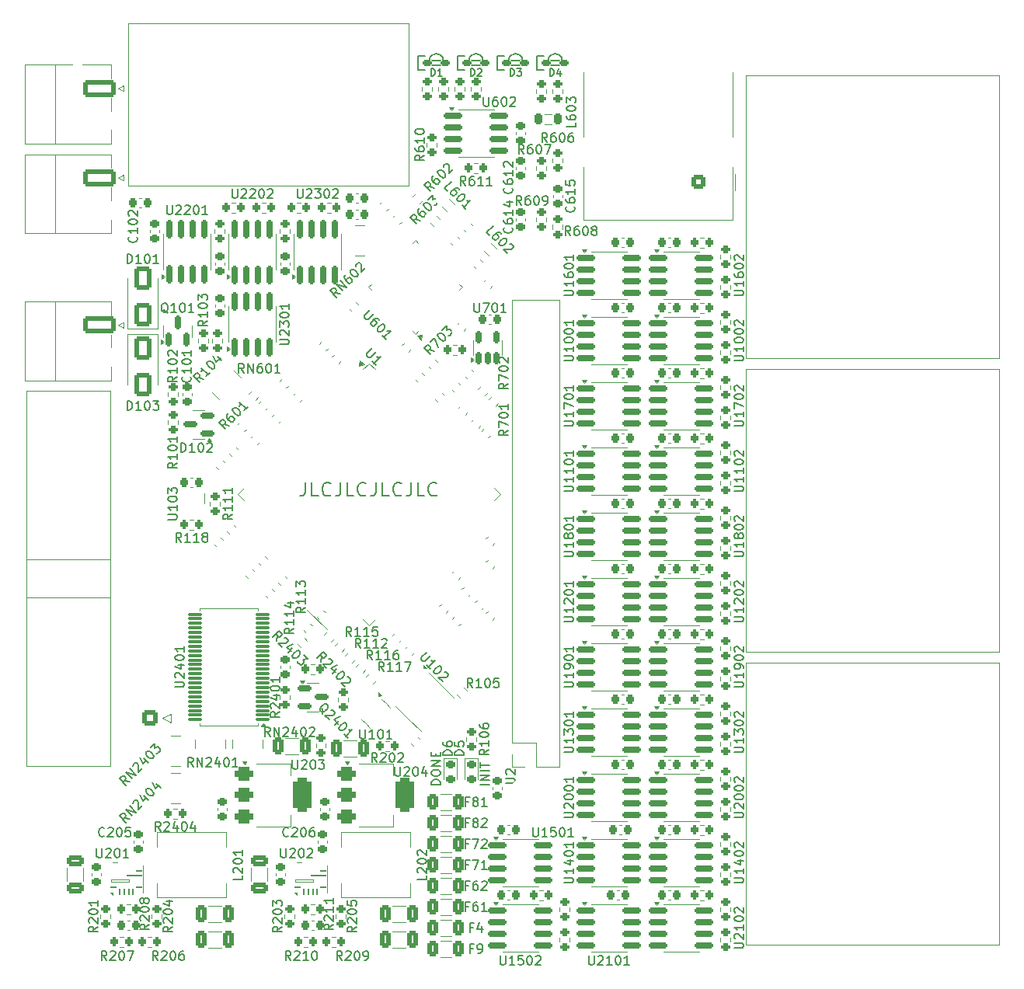
<source format=gbr>
%TF.GenerationSoftware,KiCad,Pcbnew,8.0.5*%
%TF.CreationDate,2025-02-16T21:21:17+01:00*%
%TF.ProjectId,stmbl-fpga-master,73746d62-6c2d-4667-9067-612d6d617374,rev?*%
%TF.SameCoordinates,Original*%
%TF.FileFunction,Legend,Top*%
%TF.FilePolarity,Positive*%
%FSLAX46Y46*%
G04 Gerber Fmt 4.6, Leading zero omitted, Abs format (unit mm)*
G04 Created by KiCad (PCBNEW 8.0.5) date 2025-02-16 21:21:17*
%MOMM*%
%LPD*%
G01*
G04 APERTURE LIST*
G04 Aperture macros list*
%AMRoundRect*
0 Rectangle with rounded corners*
0 $1 Rounding radius*
0 $2 $3 $4 $5 $6 $7 $8 $9 X,Y pos of 4 corners*
0 Add a 4 corners polygon primitive as box body*
4,1,4,$2,$3,$4,$5,$6,$7,$8,$9,$2,$3,0*
0 Add four circle primitives for the rounded corners*
1,1,$1+$1,$2,$3*
1,1,$1+$1,$4,$5*
1,1,$1+$1,$6,$7*
1,1,$1+$1,$8,$9*
0 Add four rect primitives between the rounded corners*
20,1,$1+$1,$2,$3,$4,$5,0*
20,1,$1+$1,$4,$5,$6,$7,0*
20,1,$1+$1,$6,$7,$8,$9,0*
20,1,$1+$1,$8,$9,$2,$3,0*%
%AMRotRect*
0 Rectangle, with rotation*
0 The origin of the aperture is its center*
0 $1 length*
0 $2 width*
0 $3 Rotation angle, in degrees counterclockwise*
0 Add horizontal line*
21,1,$1,$2,0,0,$3*%
%AMFreePoly0*
4,1,43,0.169134,1.046194,0.185355,1.035355,0.196194,1.019134,0.200000,1.000000,0.200000,0.225000,0.700000,0.225000,0.735355,0.210355,0.750000,0.175000,0.750000,0.025000,0.735355,-0.010355,0.700000,-0.025000,0.200000,-0.025000,0.200000,-0.275000,0.700000,-0.275000,0.735355,-0.289645,0.750000,-0.325000,0.750000,-0.475000,0.735355,-0.510355,0.700000,-0.525000,0.200000,-0.525000,
0.200000,-0.775000,0.700000,-0.775000,0.735355,-0.789645,0.750000,-0.825000,0.750000,-0.975000,0.735355,-1.010355,0.700000,-1.025000,0.192274,-1.025000,0.185355,-1.035355,0.169134,-1.046194,0.150000,-1.050000,-0.150000,-1.050000,-0.169134,-1.046194,-0.185355,-1.035355,-0.196194,-1.019134,-0.200000,-1.000000,-0.200000,1.000000,-0.196194,1.019134,-0.185355,1.035355,-0.169134,1.046194,
-0.150000,1.050000,0.150000,1.050000,0.169134,1.046194,0.169134,1.046194,$1*%
G04 Aperture macros list end*
%ADD10C,0.200000*%
%ADD11C,0.100000*%
%ADD12C,0.150000*%
%ADD13C,0.120000*%
%ADD14C,1.400000*%
%ADD15O,3.600000X1.800000*%
%ADD16RoundRect,0.250000X-1.550000X0.650000X-1.550000X-0.650000X1.550000X-0.650000X1.550000X0.650000X0*%
%ADD17RoundRect,0.075000X0.662500X0.075000X-0.662500X0.075000X-0.662500X-0.075000X0.662500X-0.075000X0*%
%ADD18RoundRect,0.150000X-0.825000X-0.150000X0.825000X-0.150000X0.825000X0.150000X-0.825000X0.150000X0*%
%ADD19RoundRect,0.200000X-0.053033X0.335876X-0.335876X0.053033X0.053033X-0.335876X0.335876X-0.053033X0*%
%ADD20RoundRect,0.225000X0.225000X0.250000X-0.225000X0.250000X-0.225000X-0.250000X0.225000X-0.250000X0*%
%ADD21RoundRect,0.225000X-0.335876X-0.017678X-0.017678X-0.335876X0.335876X0.017678X0.017678X0.335876X0*%
%ADD22RoundRect,0.225000X0.335876X0.017678X0.017678X0.335876X-0.335876X-0.017678X-0.017678X-0.335876X0*%
%ADD23RoundRect,0.200000X-0.275000X0.200000X-0.275000X-0.200000X0.275000X-0.200000X0.275000X0.200000X0*%
%ADD24RoundRect,0.225000X-0.250000X0.225000X-0.250000X-0.225000X0.250000X-0.225000X0.250000X0.225000X0*%
%ADD25RoundRect,0.200000X-0.200000X-0.275000X0.200000X-0.275000X0.200000X0.275000X-0.200000X0.275000X0*%
%ADD26RoundRect,0.225000X-0.017678X0.335876X-0.335876X0.017678X0.017678X-0.335876X0.335876X-0.017678X0*%
%ADD27RoundRect,0.225000X-0.225000X-0.250000X0.225000X-0.250000X0.225000X0.250000X-0.225000X0.250000X0*%
%ADD28RoundRect,0.200000X-0.335876X-0.053033X-0.053033X-0.335876X0.335876X0.053033X0.053033X0.335876X0*%
%ADD29RoundRect,0.225000X0.017678X-0.335876X0.335876X-0.017678X-0.017678X0.335876X-0.335876X0.017678X0*%
%ADD30RoundRect,0.250000X-0.375000X-0.625000X0.375000X-0.625000X0.375000X0.625000X-0.375000X0.625000X0*%
%ADD31RoundRect,0.250000X0.325000X0.650000X-0.325000X0.650000X-0.325000X-0.650000X0.325000X-0.650000X0*%
%ADD32RoundRect,0.200000X0.335876X0.053033X0.053033X0.335876X-0.335876X-0.053033X-0.053033X-0.335876X0*%
%ADD33RoundRect,0.218750X-0.256250X0.218750X-0.256250X-0.218750X0.256250X-0.218750X0.256250X0.218750X0*%
%ADD34RoundRect,0.200000X0.275000X-0.200000X0.275000X0.200000X-0.275000X0.200000X-0.275000X-0.200000X0*%
%ADD35RoundRect,0.150000X-0.521491X0.309359X0.309359X-0.521491X0.521491X-0.309359X-0.309359X0.521491X0*%
%ADD36RoundRect,0.200000X0.053033X-0.335876X0.335876X-0.053033X-0.053033X0.335876X-0.335876X0.053033X0*%
%ADD37RoundRect,0.187500X0.312500X0.187500X-0.312500X0.187500X-0.312500X-0.187500X0.312500X-0.187500X0*%
%ADD38RoundRect,0.150000X0.150000X-0.825000X0.150000X0.825000X-0.150000X0.825000X-0.150000X-0.825000X0*%
%ADD39C,1.600000*%
%ADD40C,3.250000*%
%ADD41RoundRect,0.375000X-0.625000X-0.375000X0.625000X-0.375000X0.625000X0.375000X-0.625000X0.375000X0*%
%ADD42RoundRect,0.500000X-0.500000X-1.400000X0.500000X-1.400000X0.500000X1.400000X-0.500000X1.400000X0*%
%ADD43RoundRect,0.250000X0.600000X0.600000X-0.600000X0.600000X-0.600000X-0.600000X0.600000X-0.600000X0*%
%ADD44C,1.700000*%
%ADD45R,2.350000X3.500000*%
%ADD46RoundRect,0.250000X-0.650000X0.325000X-0.650000X-0.325000X0.650000X-0.325000X0.650000X0.325000X0*%
%ADD47R,0.500000X0.800000*%
%ADD48R,0.400000X0.800000*%
%ADD49RoundRect,0.225000X0.250000X-0.225000X0.250000X0.225000X-0.250000X0.225000X-0.250000X-0.225000X0*%
%ADD50RoundRect,0.050000X0.075000X0.250000X-0.075000X0.250000X-0.075000X-0.250000X0.075000X-0.250000X0*%
%ADD51RoundRect,0.050000X0.250000X-0.075000X0.250000X0.075000X-0.250000X0.075000X-0.250000X-0.075000X0*%
%ADD52RoundRect,0.050000X0.800000X-0.075000X0.800000X0.075000X-0.800000X0.075000X-0.800000X-0.075000X0*%
%ADD53FreePoly0,90.000000*%
%ADD54RoundRect,0.050000X1.000000X-0.150000X1.000000X0.150000X-1.000000X0.150000X-1.000000X-0.150000X0*%
%ADD55RoundRect,0.150000X0.587500X0.150000X-0.587500X0.150000X-0.587500X-0.150000X0.587500X-0.150000X0*%
%ADD56RoundRect,0.150000X-0.587500X-0.150000X0.587500X-0.150000X0.587500X0.150000X-0.587500X0.150000X0*%
%ADD57RoundRect,0.200000X0.200000X0.275000X-0.200000X0.275000X-0.200000X-0.275000X0.200000X-0.275000X0*%
%ADD58RoundRect,0.150000X0.150000X-0.512500X0.150000X0.512500X-0.150000X0.512500X-0.150000X-0.512500X0*%
%ADD59RoundRect,0.150000X0.150000X-0.587500X0.150000X0.587500X-0.150000X0.587500X-0.150000X-0.587500X0*%
%ADD60R,0.800000X0.500000*%
%ADD61R,0.800000X0.400000*%
%ADD62RoundRect,0.250000X-0.650000X1.000000X-0.650000X-1.000000X0.650000X-1.000000X0.650000X1.000000X0*%
%ADD63RotRect,0.800000X0.500000X315.000000*%
%ADD64RotRect,0.800000X0.400000X315.000000*%
%ADD65RoundRect,0.250000X0.650000X-1.000000X0.650000X1.000000X-0.650000X1.000000X-0.650000X-1.000000X0*%
%ADD66RoundRect,0.075000X-0.521491X0.415425X0.415425X-0.521491X0.521491X-0.415425X-0.415425X0.521491X0*%
%ADD67RoundRect,0.075000X-0.521491X-0.415425X-0.415425X-0.521491X0.521491X0.415425X0.415425X0.521491X0*%
%ADD68C,2.500000*%
%ADD69C,1.500000*%
%ADD70RoundRect,0.250500X0.499500X0.499500X-0.499500X0.499500X-0.499500X-0.499500X0.499500X-0.499500X0*%
%ADD71R,0.650000X0.850000*%
%ADD72O,1.700000X1.700000*%
%ADD73R,1.700000X1.700000*%
%ADD74C,6.000000*%
%ADD75RoundRect,0.150000X-0.689429X0.477297X0.477297X-0.689429X0.689429X-0.477297X-0.477297X0.689429X0*%
%ADD76RoundRect,0.075000X0.521491X-0.415425X-0.415425X0.521491X-0.521491X0.415425X0.415425X-0.521491X0*%
%ADD77RoundRect,0.075000X0.521491X0.415425X0.415425X0.521491X-0.521491X-0.415425X-0.415425X-0.521491X0*%
%ADD78RoundRect,0.218750X-0.424264X-0.114905X-0.114905X-0.424264X0.424264X0.114905X0.114905X0.424264X0*%
%ADD79RoundRect,0.218750X0.218750X0.381250X-0.218750X0.381250X-0.218750X-0.381250X0.218750X-0.381250X0*%
G04 APERTURE END LIST*
D10*
X57361428Y-76935528D02*
X57361428Y-78006957D01*
X57361428Y-78006957D02*
X57289999Y-78221242D01*
X57289999Y-78221242D02*
X57147142Y-78364100D01*
X57147142Y-78364100D02*
X56932856Y-78435528D01*
X56932856Y-78435528D02*
X56789999Y-78435528D01*
X58789999Y-78435528D02*
X58075713Y-78435528D01*
X58075713Y-78435528D02*
X58075713Y-76935528D01*
X60147142Y-78292671D02*
X60075714Y-78364100D01*
X60075714Y-78364100D02*
X59861428Y-78435528D01*
X59861428Y-78435528D02*
X59718571Y-78435528D01*
X59718571Y-78435528D02*
X59504285Y-78364100D01*
X59504285Y-78364100D02*
X59361428Y-78221242D01*
X59361428Y-78221242D02*
X59289999Y-78078385D01*
X59289999Y-78078385D02*
X59218571Y-77792671D01*
X59218571Y-77792671D02*
X59218571Y-77578385D01*
X59218571Y-77578385D02*
X59289999Y-77292671D01*
X59289999Y-77292671D02*
X59361428Y-77149814D01*
X59361428Y-77149814D02*
X59504285Y-77006957D01*
X59504285Y-77006957D02*
X59718571Y-76935528D01*
X59718571Y-76935528D02*
X59861428Y-76935528D01*
X59861428Y-76935528D02*
X60075714Y-77006957D01*
X60075714Y-77006957D02*
X60147142Y-77078385D01*
X61218571Y-76935528D02*
X61218571Y-78006957D01*
X61218571Y-78006957D02*
X61147142Y-78221242D01*
X61147142Y-78221242D02*
X61004285Y-78364100D01*
X61004285Y-78364100D02*
X60789999Y-78435528D01*
X60789999Y-78435528D02*
X60647142Y-78435528D01*
X62647142Y-78435528D02*
X61932856Y-78435528D01*
X61932856Y-78435528D02*
X61932856Y-76935528D01*
X64004285Y-78292671D02*
X63932857Y-78364100D01*
X63932857Y-78364100D02*
X63718571Y-78435528D01*
X63718571Y-78435528D02*
X63575714Y-78435528D01*
X63575714Y-78435528D02*
X63361428Y-78364100D01*
X63361428Y-78364100D02*
X63218571Y-78221242D01*
X63218571Y-78221242D02*
X63147142Y-78078385D01*
X63147142Y-78078385D02*
X63075714Y-77792671D01*
X63075714Y-77792671D02*
X63075714Y-77578385D01*
X63075714Y-77578385D02*
X63147142Y-77292671D01*
X63147142Y-77292671D02*
X63218571Y-77149814D01*
X63218571Y-77149814D02*
X63361428Y-77006957D01*
X63361428Y-77006957D02*
X63575714Y-76935528D01*
X63575714Y-76935528D02*
X63718571Y-76935528D01*
X63718571Y-76935528D02*
X63932857Y-77006957D01*
X63932857Y-77006957D02*
X64004285Y-77078385D01*
X65075714Y-76935528D02*
X65075714Y-78006957D01*
X65075714Y-78006957D02*
X65004285Y-78221242D01*
X65004285Y-78221242D02*
X64861428Y-78364100D01*
X64861428Y-78364100D02*
X64647142Y-78435528D01*
X64647142Y-78435528D02*
X64504285Y-78435528D01*
X66504285Y-78435528D02*
X65789999Y-78435528D01*
X65789999Y-78435528D02*
X65789999Y-76935528D01*
X67861428Y-78292671D02*
X67790000Y-78364100D01*
X67790000Y-78364100D02*
X67575714Y-78435528D01*
X67575714Y-78435528D02*
X67432857Y-78435528D01*
X67432857Y-78435528D02*
X67218571Y-78364100D01*
X67218571Y-78364100D02*
X67075714Y-78221242D01*
X67075714Y-78221242D02*
X67004285Y-78078385D01*
X67004285Y-78078385D02*
X66932857Y-77792671D01*
X66932857Y-77792671D02*
X66932857Y-77578385D01*
X66932857Y-77578385D02*
X67004285Y-77292671D01*
X67004285Y-77292671D02*
X67075714Y-77149814D01*
X67075714Y-77149814D02*
X67218571Y-77006957D01*
X67218571Y-77006957D02*
X67432857Y-76935528D01*
X67432857Y-76935528D02*
X67575714Y-76935528D01*
X67575714Y-76935528D02*
X67790000Y-77006957D01*
X67790000Y-77006957D02*
X67861428Y-77078385D01*
X68932857Y-76935528D02*
X68932857Y-78006957D01*
X68932857Y-78006957D02*
X68861428Y-78221242D01*
X68861428Y-78221242D02*
X68718571Y-78364100D01*
X68718571Y-78364100D02*
X68504285Y-78435528D01*
X68504285Y-78435528D02*
X68361428Y-78435528D01*
X70361428Y-78435528D02*
X69647142Y-78435528D01*
X69647142Y-78435528D02*
X69647142Y-76935528D01*
X71718571Y-78292671D02*
X71647143Y-78364100D01*
X71647143Y-78364100D02*
X71432857Y-78435528D01*
X71432857Y-78435528D02*
X71290000Y-78435528D01*
X71290000Y-78435528D02*
X71075714Y-78364100D01*
X71075714Y-78364100D02*
X70932857Y-78221242D01*
X70932857Y-78221242D02*
X70861428Y-78078385D01*
X70861428Y-78078385D02*
X70790000Y-77792671D01*
X70790000Y-77792671D02*
X70790000Y-77578385D01*
X70790000Y-77578385D02*
X70861428Y-77292671D01*
X70861428Y-77292671D02*
X70932857Y-77149814D01*
X70932857Y-77149814D02*
X71075714Y-77006957D01*
X71075714Y-77006957D02*
X71290000Y-76935528D01*
X71290000Y-76935528D02*
X71432857Y-76935528D01*
X71432857Y-76935528D02*
X71647143Y-77006957D01*
X71647143Y-77006957D02*
X71718571Y-77078385D01*
D11*
X59718000Y-92992000D02*
X57559000Y-90833000D01*
D10*
X72108219Y-109894326D02*
X71108219Y-109894326D01*
X71108219Y-109894326D02*
X71108219Y-109656231D01*
X71108219Y-109656231D02*
X71155838Y-109513374D01*
X71155838Y-109513374D02*
X71251076Y-109418136D01*
X71251076Y-109418136D02*
X71346314Y-109370517D01*
X71346314Y-109370517D02*
X71536790Y-109322898D01*
X71536790Y-109322898D02*
X71679647Y-109322898D01*
X71679647Y-109322898D02*
X71870123Y-109370517D01*
X71870123Y-109370517D02*
X71965361Y-109418136D01*
X71965361Y-109418136D02*
X72060600Y-109513374D01*
X72060600Y-109513374D02*
X72108219Y-109656231D01*
X72108219Y-109656231D02*
X72108219Y-109894326D01*
X71108219Y-108703850D02*
X71108219Y-108513374D01*
X71108219Y-108513374D02*
X71155838Y-108418136D01*
X71155838Y-108418136D02*
X71251076Y-108322898D01*
X71251076Y-108322898D02*
X71441552Y-108275279D01*
X71441552Y-108275279D02*
X71774885Y-108275279D01*
X71774885Y-108275279D02*
X71965361Y-108322898D01*
X71965361Y-108322898D02*
X72060600Y-108418136D01*
X72060600Y-108418136D02*
X72108219Y-108513374D01*
X72108219Y-108513374D02*
X72108219Y-108703850D01*
X72108219Y-108703850D02*
X72060600Y-108799088D01*
X72060600Y-108799088D02*
X71965361Y-108894326D01*
X71965361Y-108894326D02*
X71774885Y-108941945D01*
X71774885Y-108941945D02*
X71441552Y-108941945D01*
X71441552Y-108941945D02*
X71251076Y-108894326D01*
X71251076Y-108894326D02*
X71155838Y-108799088D01*
X71155838Y-108799088D02*
X71108219Y-108703850D01*
X72108219Y-107846707D02*
X71108219Y-107846707D01*
X71108219Y-107846707D02*
X72108219Y-107275279D01*
X72108219Y-107275279D02*
X71108219Y-107275279D01*
X71584409Y-106799088D02*
X71584409Y-106465755D01*
X72108219Y-106322898D02*
X72108219Y-106799088D01*
X72108219Y-106799088D02*
X71108219Y-106799088D01*
X71108219Y-106799088D02*
X71108219Y-106322898D01*
X77442219Y-109894326D02*
X76442219Y-109894326D01*
X77442219Y-109418136D02*
X76442219Y-109418136D01*
X76442219Y-109418136D02*
X77442219Y-108846708D01*
X77442219Y-108846708D02*
X76442219Y-108846708D01*
X77442219Y-108370517D02*
X76442219Y-108370517D01*
X76442219Y-108037184D02*
X76442219Y-107465756D01*
X77442219Y-107751470D02*
X76442219Y-107751470D01*
D12*
X43170819Y-99246475D02*
X43980342Y-99246475D01*
X43980342Y-99246475D02*
X44075580Y-99198856D01*
X44075580Y-99198856D02*
X44123200Y-99151237D01*
X44123200Y-99151237D02*
X44170819Y-99055999D01*
X44170819Y-99055999D02*
X44170819Y-98865523D01*
X44170819Y-98865523D02*
X44123200Y-98770285D01*
X44123200Y-98770285D02*
X44075580Y-98722666D01*
X44075580Y-98722666D02*
X43980342Y-98675047D01*
X43980342Y-98675047D02*
X43170819Y-98675047D01*
X43266057Y-98246475D02*
X43218438Y-98198856D01*
X43218438Y-98198856D02*
X43170819Y-98103618D01*
X43170819Y-98103618D02*
X43170819Y-97865523D01*
X43170819Y-97865523D02*
X43218438Y-97770285D01*
X43218438Y-97770285D02*
X43266057Y-97722666D01*
X43266057Y-97722666D02*
X43361295Y-97675047D01*
X43361295Y-97675047D02*
X43456533Y-97675047D01*
X43456533Y-97675047D02*
X43599390Y-97722666D01*
X43599390Y-97722666D02*
X44170819Y-98294094D01*
X44170819Y-98294094D02*
X44170819Y-97675047D01*
X43504152Y-96817904D02*
X44170819Y-96817904D01*
X43123200Y-97055999D02*
X43837485Y-97294094D01*
X43837485Y-97294094D02*
X43837485Y-96675047D01*
X43170819Y-96103618D02*
X43170819Y-96008380D01*
X43170819Y-96008380D02*
X43218438Y-95913142D01*
X43218438Y-95913142D02*
X43266057Y-95865523D01*
X43266057Y-95865523D02*
X43361295Y-95817904D01*
X43361295Y-95817904D02*
X43551771Y-95770285D01*
X43551771Y-95770285D02*
X43789866Y-95770285D01*
X43789866Y-95770285D02*
X43980342Y-95817904D01*
X43980342Y-95817904D02*
X44075580Y-95865523D01*
X44075580Y-95865523D02*
X44123200Y-95913142D01*
X44123200Y-95913142D02*
X44170819Y-96008380D01*
X44170819Y-96008380D02*
X44170819Y-96103618D01*
X44170819Y-96103618D02*
X44123200Y-96198856D01*
X44123200Y-96198856D02*
X44075580Y-96246475D01*
X44075580Y-96246475D02*
X43980342Y-96294094D01*
X43980342Y-96294094D02*
X43789866Y-96341713D01*
X43789866Y-96341713D02*
X43551771Y-96341713D01*
X43551771Y-96341713D02*
X43361295Y-96294094D01*
X43361295Y-96294094D02*
X43266057Y-96246475D01*
X43266057Y-96246475D02*
X43218438Y-96198856D01*
X43218438Y-96198856D02*
X43170819Y-96103618D01*
X44170819Y-94817904D02*
X44170819Y-95389332D01*
X44170819Y-95103618D02*
X43170819Y-95103618D01*
X43170819Y-95103618D02*
X43313676Y-95198856D01*
X43313676Y-95198856D02*
X43408914Y-95294094D01*
X43408914Y-95294094D02*
X43456533Y-95389332D01*
X104130819Y-85022475D02*
X104940342Y-85022475D01*
X104940342Y-85022475D02*
X105035580Y-84974856D01*
X105035580Y-84974856D02*
X105083200Y-84927237D01*
X105083200Y-84927237D02*
X105130819Y-84831999D01*
X105130819Y-84831999D02*
X105130819Y-84641523D01*
X105130819Y-84641523D02*
X105083200Y-84546285D01*
X105083200Y-84546285D02*
X105035580Y-84498666D01*
X105035580Y-84498666D02*
X104940342Y-84451047D01*
X104940342Y-84451047D02*
X104130819Y-84451047D01*
X105130819Y-83451047D02*
X105130819Y-84022475D01*
X105130819Y-83736761D02*
X104130819Y-83736761D01*
X104130819Y-83736761D02*
X104273676Y-83831999D01*
X104273676Y-83831999D02*
X104368914Y-83927237D01*
X104368914Y-83927237D02*
X104416533Y-84022475D01*
X104559390Y-82879618D02*
X104511771Y-82974856D01*
X104511771Y-82974856D02*
X104464152Y-83022475D01*
X104464152Y-83022475D02*
X104368914Y-83070094D01*
X104368914Y-83070094D02*
X104321295Y-83070094D01*
X104321295Y-83070094D02*
X104226057Y-83022475D01*
X104226057Y-83022475D02*
X104178438Y-82974856D01*
X104178438Y-82974856D02*
X104130819Y-82879618D01*
X104130819Y-82879618D02*
X104130819Y-82689142D01*
X104130819Y-82689142D02*
X104178438Y-82593904D01*
X104178438Y-82593904D02*
X104226057Y-82546285D01*
X104226057Y-82546285D02*
X104321295Y-82498666D01*
X104321295Y-82498666D02*
X104368914Y-82498666D01*
X104368914Y-82498666D02*
X104464152Y-82546285D01*
X104464152Y-82546285D02*
X104511771Y-82593904D01*
X104511771Y-82593904D02*
X104559390Y-82689142D01*
X104559390Y-82689142D02*
X104559390Y-82879618D01*
X104559390Y-82879618D02*
X104607009Y-82974856D01*
X104607009Y-82974856D02*
X104654628Y-83022475D01*
X104654628Y-83022475D02*
X104749866Y-83070094D01*
X104749866Y-83070094D02*
X104940342Y-83070094D01*
X104940342Y-83070094D02*
X105035580Y-83022475D01*
X105035580Y-83022475D02*
X105083200Y-82974856D01*
X105083200Y-82974856D02*
X105130819Y-82879618D01*
X105130819Y-82879618D02*
X105130819Y-82689142D01*
X105130819Y-82689142D02*
X105083200Y-82593904D01*
X105083200Y-82593904D02*
X105035580Y-82546285D01*
X105035580Y-82546285D02*
X104940342Y-82498666D01*
X104940342Y-82498666D02*
X104749866Y-82498666D01*
X104749866Y-82498666D02*
X104654628Y-82546285D01*
X104654628Y-82546285D02*
X104607009Y-82593904D01*
X104607009Y-82593904D02*
X104559390Y-82689142D01*
X104130819Y-81879618D02*
X104130819Y-81784380D01*
X104130819Y-81784380D02*
X104178438Y-81689142D01*
X104178438Y-81689142D02*
X104226057Y-81641523D01*
X104226057Y-81641523D02*
X104321295Y-81593904D01*
X104321295Y-81593904D02*
X104511771Y-81546285D01*
X104511771Y-81546285D02*
X104749866Y-81546285D01*
X104749866Y-81546285D02*
X104940342Y-81593904D01*
X104940342Y-81593904D02*
X105035580Y-81641523D01*
X105035580Y-81641523D02*
X105083200Y-81689142D01*
X105083200Y-81689142D02*
X105130819Y-81784380D01*
X105130819Y-81784380D02*
X105130819Y-81879618D01*
X105130819Y-81879618D02*
X105083200Y-81974856D01*
X105083200Y-81974856D02*
X105035580Y-82022475D01*
X105035580Y-82022475D02*
X104940342Y-82070094D01*
X104940342Y-82070094D02*
X104749866Y-82117713D01*
X104749866Y-82117713D02*
X104511771Y-82117713D01*
X104511771Y-82117713D02*
X104321295Y-82070094D01*
X104321295Y-82070094D02*
X104226057Y-82022475D01*
X104226057Y-82022475D02*
X104178438Y-81974856D01*
X104178438Y-81974856D02*
X104130819Y-81879618D01*
X104226057Y-81165332D02*
X104178438Y-81117713D01*
X104178438Y-81117713D02*
X104130819Y-81022475D01*
X104130819Y-81022475D02*
X104130819Y-80784380D01*
X104130819Y-80784380D02*
X104178438Y-80689142D01*
X104178438Y-80689142D02*
X104226057Y-80641523D01*
X104226057Y-80641523D02*
X104321295Y-80593904D01*
X104321295Y-80593904D02*
X104416533Y-80593904D01*
X104416533Y-80593904D02*
X104559390Y-80641523D01*
X104559390Y-80641523D02*
X105130819Y-81212951D01*
X105130819Y-81212951D02*
X105130819Y-80593904D01*
X64694952Y-96240819D02*
X64361619Y-95764628D01*
X64123524Y-96240819D02*
X64123524Y-95240819D01*
X64123524Y-95240819D02*
X64504476Y-95240819D01*
X64504476Y-95240819D02*
X64599714Y-95288438D01*
X64599714Y-95288438D02*
X64647333Y-95336057D01*
X64647333Y-95336057D02*
X64694952Y-95431295D01*
X64694952Y-95431295D02*
X64694952Y-95574152D01*
X64694952Y-95574152D02*
X64647333Y-95669390D01*
X64647333Y-95669390D02*
X64599714Y-95717009D01*
X64599714Y-95717009D02*
X64504476Y-95764628D01*
X64504476Y-95764628D02*
X64123524Y-95764628D01*
X65647333Y-96240819D02*
X65075905Y-96240819D01*
X65361619Y-96240819D02*
X65361619Y-95240819D01*
X65361619Y-95240819D02*
X65266381Y-95383676D01*
X65266381Y-95383676D02*
X65171143Y-95478914D01*
X65171143Y-95478914D02*
X65075905Y-95526533D01*
X66599714Y-96240819D02*
X66028286Y-96240819D01*
X66314000Y-96240819D02*
X66314000Y-95240819D01*
X66314000Y-95240819D02*
X66218762Y-95383676D01*
X66218762Y-95383676D02*
X66123524Y-95478914D01*
X66123524Y-95478914D02*
X66028286Y-95526533D01*
X67456857Y-95240819D02*
X67266381Y-95240819D01*
X67266381Y-95240819D02*
X67171143Y-95288438D01*
X67171143Y-95288438D02*
X67123524Y-95336057D01*
X67123524Y-95336057D02*
X67028286Y-95478914D01*
X67028286Y-95478914D02*
X66980667Y-95669390D01*
X66980667Y-95669390D02*
X66980667Y-96050342D01*
X66980667Y-96050342D02*
X67028286Y-96145580D01*
X67028286Y-96145580D02*
X67075905Y-96193200D01*
X67075905Y-96193200D02*
X67171143Y-96240819D01*
X67171143Y-96240819D02*
X67361619Y-96240819D01*
X67361619Y-96240819D02*
X67456857Y-96193200D01*
X67456857Y-96193200D02*
X67504476Y-96145580D01*
X67504476Y-96145580D02*
X67552095Y-96050342D01*
X67552095Y-96050342D02*
X67552095Y-95812247D01*
X67552095Y-95812247D02*
X67504476Y-95717009D01*
X67504476Y-95717009D02*
X67456857Y-95669390D01*
X67456857Y-95669390D02*
X67361619Y-95621771D01*
X67361619Y-95621771D02*
X67171143Y-95621771D01*
X67171143Y-95621771D02*
X67075905Y-95669390D01*
X67075905Y-95669390D02*
X67028286Y-95717009D01*
X67028286Y-95717009D02*
X66980667Y-95812247D01*
X104130819Y-77910475D02*
X104940342Y-77910475D01*
X104940342Y-77910475D02*
X105035580Y-77862856D01*
X105035580Y-77862856D02*
X105083200Y-77815237D01*
X105083200Y-77815237D02*
X105130819Y-77719999D01*
X105130819Y-77719999D02*
X105130819Y-77529523D01*
X105130819Y-77529523D02*
X105083200Y-77434285D01*
X105083200Y-77434285D02*
X105035580Y-77386666D01*
X105035580Y-77386666D02*
X104940342Y-77339047D01*
X104940342Y-77339047D02*
X104130819Y-77339047D01*
X105130819Y-76339047D02*
X105130819Y-76910475D01*
X105130819Y-76624761D02*
X104130819Y-76624761D01*
X104130819Y-76624761D02*
X104273676Y-76719999D01*
X104273676Y-76719999D02*
X104368914Y-76815237D01*
X104368914Y-76815237D02*
X104416533Y-76910475D01*
X105130819Y-75386666D02*
X105130819Y-75958094D01*
X105130819Y-75672380D02*
X104130819Y-75672380D01*
X104130819Y-75672380D02*
X104273676Y-75767618D01*
X104273676Y-75767618D02*
X104368914Y-75862856D01*
X104368914Y-75862856D02*
X104416533Y-75958094D01*
X104130819Y-74767618D02*
X104130819Y-74672380D01*
X104130819Y-74672380D02*
X104178438Y-74577142D01*
X104178438Y-74577142D02*
X104226057Y-74529523D01*
X104226057Y-74529523D02*
X104321295Y-74481904D01*
X104321295Y-74481904D02*
X104511771Y-74434285D01*
X104511771Y-74434285D02*
X104749866Y-74434285D01*
X104749866Y-74434285D02*
X104940342Y-74481904D01*
X104940342Y-74481904D02*
X105035580Y-74529523D01*
X105035580Y-74529523D02*
X105083200Y-74577142D01*
X105083200Y-74577142D02*
X105130819Y-74672380D01*
X105130819Y-74672380D02*
X105130819Y-74767618D01*
X105130819Y-74767618D02*
X105083200Y-74862856D01*
X105083200Y-74862856D02*
X105035580Y-74910475D01*
X105035580Y-74910475D02*
X104940342Y-74958094D01*
X104940342Y-74958094D02*
X104749866Y-75005713D01*
X104749866Y-75005713D02*
X104511771Y-75005713D01*
X104511771Y-75005713D02*
X104321295Y-74958094D01*
X104321295Y-74958094D02*
X104226057Y-74910475D01*
X104226057Y-74910475D02*
X104178438Y-74862856D01*
X104178438Y-74862856D02*
X104130819Y-74767618D01*
X104226057Y-74053332D02*
X104178438Y-74005713D01*
X104178438Y-74005713D02*
X104130819Y-73910475D01*
X104130819Y-73910475D02*
X104130819Y-73672380D01*
X104130819Y-73672380D02*
X104178438Y-73577142D01*
X104178438Y-73577142D02*
X104226057Y-73529523D01*
X104226057Y-73529523D02*
X104321295Y-73481904D01*
X104321295Y-73481904D02*
X104416533Y-73481904D01*
X104416533Y-73481904D02*
X104559390Y-73529523D01*
X104559390Y-73529523D02*
X105130819Y-74100951D01*
X105130819Y-74100951D02*
X105130819Y-73481904D01*
X77350819Y-106049047D02*
X76874628Y-106382380D01*
X77350819Y-106620475D02*
X76350819Y-106620475D01*
X76350819Y-106620475D02*
X76350819Y-106239523D01*
X76350819Y-106239523D02*
X76398438Y-106144285D01*
X76398438Y-106144285D02*
X76446057Y-106096666D01*
X76446057Y-106096666D02*
X76541295Y-106049047D01*
X76541295Y-106049047D02*
X76684152Y-106049047D01*
X76684152Y-106049047D02*
X76779390Y-106096666D01*
X76779390Y-106096666D02*
X76827009Y-106144285D01*
X76827009Y-106144285D02*
X76874628Y-106239523D01*
X76874628Y-106239523D02*
X76874628Y-106620475D01*
X77350819Y-105096666D02*
X77350819Y-105668094D01*
X77350819Y-105382380D02*
X76350819Y-105382380D01*
X76350819Y-105382380D02*
X76493676Y-105477618D01*
X76493676Y-105477618D02*
X76588914Y-105572856D01*
X76588914Y-105572856D02*
X76636533Y-105668094D01*
X76350819Y-104477618D02*
X76350819Y-104382380D01*
X76350819Y-104382380D02*
X76398438Y-104287142D01*
X76398438Y-104287142D02*
X76446057Y-104239523D01*
X76446057Y-104239523D02*
X76541295Y-104191904D01*
X76541295Y-104191904D02*
X76731771Y-104144285D01*
X76731771Y-104144285D02*
X76969866Y-104144285D01*
X76969866Y-104144285D02*
X77160342Y-104191904D01*
X77160342Y-104191904D02*
X77255580Y-104239523D01*
X77255580Y-104239523D02*
X77303200Y-104287142D01*
X77303200Y-104287142D02*
X77350819Y-104382380D01*
X77350819Y-104382380D02*
X77350819Y-104477618D01*
X77350819Y-104477618D02*
X77303200Y-104572856D01*
X77303200Y-104572856D02*
X77255580Y-104620475D01*
X77255580Y-104620475D02*
X77160342Y-104668094D01*
X77160342Y-104668094D02*
X76969866Y-104715713D01*
X76969866Y-104715713D02*
X76731771Y-104715713D01*
X76731771Y-104715713D02*
X76541295Y-104668094D01*
X76541295Y-104668094D02*
X76446057Y-104620475D01*
X76446057Y-104620475D02*
X76398438Y-104572856D01*
X76398438Y-104572856D02*
X76350819Y-104477618D01*
X76350819Y-103287142D02*
X76350819Y-103477618D01*
X76350819Y-103477618D02*
X76398438Y-103572856D01*
X76398438Y-103572856D02*
X76446057Y-103620475D01*
X76446057Y-103620475D02*
X76588914Y-103715713D01*
X76588914Y-103715713D02*
X76779390Y-103763332D01*
X76779390Y-103763332D02*
X77160342Y-103763332D01*
X77160342Y-103763332D02*
X77255580Y-103715713D01*
X77255580Y-103715713D02*
X77303200Y-103668094D01*
X77303200Y-103668094D02*
X77350819Y-103572856D01*
X77350819Y-103572856D02*
X77350819Y-103382380D01*
X77350819Y-103382380D02*
X77303200Y-103287142D01*
X77303200Y-103287142D02*
X77255580Y-103239523D01*
X77255580Y-103239523D02*
X77160342Y-103191904D01*
X77160342Y-103191904D02*
X76922247Y-103191904D01*
X76922247Y-103191904D02*
X76827009Y-103239523D01*
X76827009Y-103239523D02*
X76779390Y-103287142D01*
X76779390Y-103287142D02*
X76731771Y-103382380D01*
X76731771Y-103382380D02*
X76731771Y-103572856D01*
X76731771Y-103572856D02*
X76779390Y-103668094D01*
X76779390Y-103668094D02*
X76827009Y-103715713D01*
X76827009Y-103715713D02*
X76922247Y-103763332D01*
X80950952Y-46710819D02*
X80617619Y-46234628D01*
X80379524Y-46710819D02*
X80379524Y-45710819D01*
X80379524Y-45710819D02*
X80760476Y-45710819D01*
X80760476Y-45710819D02*
X80855714Y-45758438D01*
X80855714Y-45758438D02*
X80903333Y-45806057D01*
X80903333Y-45806057D02*
X80950952Y-45901295D01*
X80950952Y-45901295D02*
X80950952Y-46044152D01*
X80950952Y-46044152D02*
X80903333Y-46139390D01*
X80903333Y-46139390D02*
X80855714Y-46187009D01*
X80855714Y-46187009D02*
X80760476Y-46234628D01*
X80760476Y-46234628D02*
X80379524Y-46234628D01*
X81808095Y-45710819D02*
X81617619Y-45710819D01*
X81617619Y-45710819D02*
X81522381Y-45758438D01*
X81522381Y-45758438D02*
X81474762Y-45806057D01*
X81474762Y-45806057D02*
X81379524Y-45948914D01*
X81379524Y-45948914D02*
X81331905Y-46139390D01*
X81331905Y-46139390D02*
X81331905Y-46520342D01*
X81331905Y-46520342D02*
X81379524Y-46615580D01*
X81379524Y-46615580D02*
X81427143Y-46663200D01*
X81427143Y-46663200D02*
X81522381Y-46710819D01*
X81522381Y-46710819D02*
X81712857Y-46710819D01*
X81712857Y-46710819D02*
X81808095Y-46663200D01*
X81808095Y-46663200D02*
X81855714Y-46615580D01*
X81855714Y-46615580D02*
X81903333Y-46520342D01*
X81903333Y-46520342D02*
X81903333Y-46282247D01*
X81903333Y-46282247D02*
X81855714Y-46187009D01*
X81855714Y-46187009D02*
X81808095Y-46139390D01*
X81808095Y-46139390D02*
X81712857Y-46091771D01*
X81712857Y-46091771D02*
X81522381Y-46091771D01*
X81522381Y-46091771D02*
X81427143Y-46139390D01*
X81427143Y-46139390D02*
X81379524Y-46187009D01*
X81379524Y-46187009D02*
X81331905Y-46282247D01*
X82522381Y-45710819D02*
X82617619Y-45710819D01*
X82617619Y-45710819D02*
X82712857Y-45758438D01*
X82712857Y-45758438D02*
X82760476Y-45806057D01*
X82760476Y-45806057D02*
X82808095Y-45901295D01*
X82808095Y-45901295D02*
X82855714Y-46091771D01*
X82855714Y-46091771D02*
X82855714Y-46329866D01*
X82855714Y-46329866D02*
X82808095Y-46520342D01*
X82808095Y-46520342D02*
X82760476Y-46615580D01*
X82760476Y-46615580D02*
X82712857Y-46663200D01*
X82712857Y-46663200D02*
X82617619Y-46710819D01*
X82617619Y-46710819D02*
X82522381Y-46710819D01*
X82522381Y-46710819D02*
X82427143Y-46663200D01*
X82427143Y-46663200D02*
X82379524Y-46615580D01*
X82379524Y-46615580D02*
X82331905Y-46520342D01*
X82331905Y-46520342D02*
X82284286Y-46329866D01*
X82284286Y-46329866D02*
X82284286Y-46091771D01*
X82284286Y-46091771D02*
X82331905Y-45901295D01*
X82331905Y-45901295D02*
X82379524Y-45806057D01*
X82379524Y-45806057D02*
X82427143Y-45758438D01*
X82427143Y-45758438D02*
X82522381Y-45710819D01*
X83331905Y-46710819D02*
X83522381Y-46710819D01*
X83522381Y-46710819D02*
X83617619Y-46663200D01*
X83617619Y-46663200D02*
X83665238Y-46615580D01*
X83665238Y-46615580D02*
X83760476Y-46472723D01*
X83760476Y-46472723D02*
X83808095Y-46282247D01*
X83808095Y-46282247D02*
X83808095Y-45901295D01*
X83808095Y-45901295D02*
X83760476Y-45806057D01*
X83760476Y-45806057D02*
X83712857Y-45758438D01*
X83712857Y-45758438D02*
X83617619Y-45710819D01*
X83617619Y-45710819D02*
X83427143Y-45710819D01*
X83427143Y-45710819D02*
X83331905Y-45758438D01*
X83331905Y-45758438D02*
X83284286Y-45806057D01*
X83284286Y-45806057D02*
X83236667Y-45901295D01*
X83236667Y-45901295D02*
X83236667Y-46139390D01*
X83236667Y-46139390D02*
X83284286Y-46234628D01*
X83284286Y-46234628D02*
X83331905Y-46282247D01*
X83331905Y-46282247D02*
X83427143Y-46329866D01*
X83427143Y-46329866D02*
X83617619Y-46329866D01*
X83617619Y-46329866D02*
X83712857Y-46282247D01*
X83712857Y-46282247D02*
X83760476Y-46234628D01*
X83760476Y-46234628D02*
X83808095Y-46139390D01*
X61392952Y-129006819D02*
X61059619Y-128530628D01*
X60821524Y-129006819D02*
X60821524Y-128006819D01*
X60821524Y-128006819D02*
X61202476Y-128006819D01*
X61202476Y-128006819D02*
X61297714Y-128054438D01*
X61297714Y-128054438D02*
X61345333Y-128102057D01*
X61345333Y-128102057D02*
X61392952Y-128197295D01*
X61392952Y-128197295D02*
X61392952Y-128340152D01*
X61392952Y-128340152D02*
X61345333Y-128435390D01*
X61345333Y-128435390D02*
X61297714Y-128483009D01*
X61297714Y-128483009D02*
X61202476Y-128530628D01*
X61202476Y-128530628D02*
X60821524Y-128530628D01*
X61773905Y-128102057D02*
X61821524Y-128054438D01*
X61821524Y-128054438D02*
X61916762Y-128006819D01*
X61916762Y-128006819D02*
X62154857Y-128006819D01*
X62154857Y-128006819D02*
X62250095Y-128054438D01*
X62250095Y-128054438D02*
X62297714Y-128102057D01*
X62297714Y-128102057D02*
X62345333Y-128197295D01*
X62345333Y-128197295D02*
X62345333Y-128292533D01*
X62345333Y-128292533D02*
X62297714Y-128435390D01*
X62297714Y-128435390D02*
X61726286Y-129006819D01*
X61726286Y-129006819D02*
X62345333Y-129006819D01*
X62964381Y-128006819D02*
X63059619Y-128006819D01*
X63059619Y-128006819D02*
X63154857Y-128054438D01*
X63154857Y-128054438D02*
X63202476Y-128102057D01*
X63202476Y-128102057D02*
X63250095Y-128197295D01*
X63250095Y-128197295D02*
X63297714Y-128387771D01*
X63297714Y-128387771D02*
X63297714Y-128625866D01*
X63297714Y-128625866D02*
X63250095Y-128816342D01*
X63250095Y-128816342D02*
X63202476Y-128911580D01*
X63202476Y-128911580D02*
X63154857Y-128959200D01*
X63154857Y-128959200D02*
X63059619Y-129006819D01*
X63059619Y-129006819D02*
X62964381Y-129006819D01*
X62964381Y-129006819D02*
X62869143Y-128959200D01*
X62869143Y-128959200D02*
X62821524Y-128911580D01*
X62821524Y-128911580D02*
X62773905Y-128816342D01*
X62773905Y-128816342D02*
X62726286Y-128625866D01*
X62726286Y-128625866D02*
X62726286Y-128387771D01*
X62726286Y-128387771D02*
X62773905Y-128197295D01*
X62773905Y-128197295D02*
X62821524Y-128102057D01*
X62821524Y-128102057D02*
X62869143Y-128054438D01*
X62869143Y-128054438D02*
X62964381Y-128006819D01*
X63773905Y-129006819D02*
X63964381Y-129006819D01*
X63964381Y-129006819D02*
X64059619Y-128959200D01*
X64059619Y-128959200D02*
X64107238Y-128911580D01*
X64107238Y-128911580D02*
X64202476Y-128768723D01*
X64202476Y-128768723D02*
X64250095Y-128578247D01*
X64250095Y-128578247D02*
X64250095Y-128197295D01*
X64250095Y-128197295D02*
X64202476Y-128102057D01*
X64202476Y-128102057D02*
X64154857Y-128054438D01*
X64154857Y-128054438D02*
X64059619Y-128006819D01*
X64059619Y-128006819D02*
X63869143Y-128006819D01*
X63869143Y-128006819D02*
X63773905Y-128054438D01*
X63773905Y-128054438D02*
X63726286Y-128102057D01*
X63726286Y-128102057D02*
X63678667Y-128197295D01*
X63678667Y-128197295D02*
X63678667Y-128435390D01*
X63678667Y-128435390D02*
X63726286Y-128530628D01*
X63726286Y-128530628D02*
X63773905Y-128578247D01*
X63773905Y-128578247D02*
X63869143Y-128625866D01*
X63869143Y-128625866D02*
X64059619Y-128625866D01*
X64059619Y-128625866D02*
X64154857Y-128578247D01*
X64154857Y-128578247D02*
X64202476Y-128530628D01*
X64202476Y-128530628D02*
X64250095Y-128435390D01*
X75616953Y-99288819D02*
X75283620Y-98812628D01*
X75045525Y-99288819D02*
X75045525Y-98288819D01*
X75045525Y-98288819D02*
X75426477Y-98288819D01*
X75426477Y-98288819D02*
X75521715Y-98336438D01*
X75521715Y-98336438D02*
X75569334Y-98384057D01*
X75569334Y-98384057D02*
X75616953Y-98479295D01*
X75616953Y-98479295D02*
X75616953Y-98622152D01*
X75616953Y-98622152D02*
X75569334Y-98717390D01*
X75569334Y-98717390D02*
X75521715Y-98765009D01*
X75521715Y-98765009D02*
X75426477Y-98812628D01*
X75426477Y-98812628D02*
X75045525Y-98812628D01*
X76569334Y-99288819D02*
X75997906Y-99288819D01*
X76283620Y-99288819D02*
X76283620Y-98288819D01*
X76283620Y-98288819D02*
X76188382Y-98431676D01*
X76188382Y-98431676D02*
X76093144Y-98526914D01*
X76093144Y-98526914D02*
X75997906Y-98574533D01*
X77188382Y-98288819D02*
X77283620Y-98288819D01*
X77283620Y-98288819D02*
X77378858Y-98336438D01*
X77378858Y-98336438D02*
X77426477Y-98384057D01*
X77426477Y-98384057D02*
X77474096Y-98479295D01*
X77474096Y-98479295D02*
X77521715Y-98669771D01*
X77521715Y-98669771D02*
X77521715Y-98907866D01*
X77521715Y-98907866D02*
X77474096Y-99098342D01*
X77474096Y-99098342D02*
X77426477Y-99193580D01*
X77426477Y-99193580D02*
X77378858Y-99241200D01*
X77378858Y-99241200D02*
X77283620Y-99288819D01*
X77283620Y-99288819D02*
X77188382Y-99288819D01*
X77188382Y-99288819D02*
X77093144Y-99241200D01*
X77093144Y-99241200D02*
X77045525Y-99193580D01*
X77045525Y-99193580D02*
X76997906Y-99098342D01*
X76997906Y-99098342D02*
X76950287Y-98907866D01*
X76950287Y-98907866D02*
X76950287Y-98669771D01*
X76950287Y-98669771D02*
X76997906Y-98479295D01*
X76997906Y-98479295D02*
X77045525Y-98384057D01*
X77045525Y-98384057D02*
X77093144Y-98336438D01*
X77093144Y-98336438D02*
X77188382Y-98288819D01*
X78426477Y-98288819D02*
X77950287Y-98288819D01*
X77950287Y-98288819D02*
X77902668Y-98765009D01*
X77902668Y-98765009D02*
X77950287Y-98717390D01*
X77950287Y-98717390D02*
X78045525Y-98669771D01*
X78045525Y-98669771D02*
X78283620Y-98669771D01*
X78283620Y-98669771D02*
X78378858Y-98717390D01*
X78378858Y-98717390D02*
X78426477Y-98765009D01*
X78426477Y-98765009D02*
X78474096Y-98860247D01*
X78474096Y-98860247D02*
X78474096Y-99098342D01*
X78474096Y-99098342D02*
X78426477Y-99193580D01*
X78426477Y-99193580D02*
X78378858Y-99241200D01*
X78378858Y-99241200D02*
X78283620Y-99288819D01*
X78283620Y-99288819D02*
X78045525Y-99288819D01*
X78045525Y-99288819D02*
X77950287Y-99241200D01*
X77950287Y-99241200D02*
X77902668Y-99193580D01*
X75164476Y-111719009D02*
X74831143Y-111719009D01*
X74831143Y-112242819D02*
X74831143Y-111242819D01*
X74831143Y-111242819D02*
X75307333Y-111242819D01*
X75831143Y-111671390D02*
X75735905Y-111623771D01*
X75735905Y-111623771D02*
X75688286Y-111576152D01*
X75688286Y-111576152D02*
X75640667Y-111480914D01*
X75640667Y-111480914D02*
X75640667Y-111433295D01*
X75640667Y-111433295D02*
X75688286Y-111338057D01*
X75688286Y-111338057D02*
X75735905Y-111290438D01*
X75735905Y-111290438D02*
X75831143Y-111242819D01*
X75831143Y-111242819D02*
X76021619Y-111242819D01*
X76021619Y-111242819D02*
X76116857Y-111290438D01*
X76116857Y-111290438D02*
X76164476Y-111338057D01*
X76164476Y-111338057D02*
X76212095Y-111433295D01*
X76212095Y-111433295D02*
X76212095Y-111480914D01*
X76212095Y-111480914D02*
X76164476Y-111576152D01*
X76164476Y-111576152D02*
X76116857Y-111623771D01*
X76116857Y-111623771D02*
X76021619Y-111671390D01*
X76021619Y-111671390D02*
X75831143Y-111671390D01*
X75831143Y-111671390D02*
X75735905Y-111719009D01*
X75735905Y-111719009D02*
X75688286Y-111766628D01*
X75688286Y-111766628D02*
X75640667Y-111861866D01*
X75640667Y-111861866D02*
X75640667Y-112052342D01*
X75640667Y-112052342D02*
X75688286Y-112147580D01*
X75688286Y-112147580D02*
X75735905Y-112195200D01*
X75735905Y-112195200D02*
X75831143Y-112242819D01*
X75831143Y-112242819D02*
X76021619Y-112242819D01*
X76021619Y-112242819D02*
X76116857Y-112195200D01*
X76116857Y-112195200D02*
X76164476Y-112147580D01*
X76164476Y-112147580D02*
X76212095Y-112052342D01*
X76212095Y-112052342D02*
X76212095Y-111861866D01*
X76212095Y-111861866D02*
X76164476Y-111766628D01*
X76164476Y-111766628D02*
X76116857Y-111719009D01*
X76116857Y-111719009D02*
X76021619Y-111671390D01*
X77164476Y-112242819D02*
X76593048Y-112242819D01*
X76878762Y-112242819D02*
X76878762Y-111242819D01*
X76878762Y-111242819D02*
X76783524Y-111385676D01*
X76783524Y-111385676D02*
X76688286Y-111480914D01*
X76688286Y-111480914D02*
X76593048Y-111528533D01*
X104130819Y-106358475D02*
X104940342Y-106358475D01*
X104940342Y-106358475D02*
X105035580Y-106310856D01*
X105035580Y-106310856D02*
X105083200Y-106263237D01*
X105083200Y-106263237D02*
X105130819Y-106167999D01*
X105130819Y-106167999D02*
X105130819Y-105977523D01*
X105130819Y-105977523D02*
X105083200Y-105882285D01*
X105083200Y-105882285D02*
X105035580Y-105834666D01*
X105035580Y-105834666D02*
X104940342Y-105787047D01*
X104940342Y-105787047D02*
X104130819Y-105787047D01*
X105130819Y-104787047D02*
X105130819Y-105358475D01*
X105130819Y-105072761D02*
X104130819Y-105072761D01*
X104130819Y-105072761D02*
X104273676Y-105167999D01*
X104273676Y-105167999D02*
X104368914Y-105263237D01*
X104368914Y-105263237D02*
X104416533Y-105358475D01*
X104130819Y-104453713D02*
X104130819Y-103834666D01*
X104130819Y-103834666D02*
X104511771Y-104167999D01*
X104511771Y-104167999D02*
X104511771Y-104025142D01*
X104511771Y-104025142D02*
X104559390Y-103929904D01*
X104559390Y-103929904D02*
X104607009Y-103882285D01*
X104607009Y-103882285D02*
X104702247Y-103834666D01*
X104702247Y-103834666D02*
X104940342Y-103834666D01*
X104940342Y-103834666D02*
X105035580Y-103882285D01*
X105035580Y-103882285D02*
X105083200Y-103929904D01*
X105083200Y-103929904D02*
X105130819Y-104025142D01*
X105130819Y-104025142D02*
X105130819Y-104310856D01*
X105130819Y-104310856D02*
X105083200Y-104406094D01*
X105083200Y-104406094D02*
X105035580Y-104453713D01*
X104130819Y-103215618D02*
X104130819Y-103120380D01*
X104130819Y-103120380D02*
X104178438Y-103025142D01*
X104178438Y-103025142D02*
X104226057Y-102977523D01*
X104226057Y-102977523D02*
X104321295Y-102929904D01*
X104321295Y-102929904D02*
X104511771Y-102882285D01*
X104511771Y-102882285D02*
X104749866Y-102882285D01*
X104749866Y-102882285D02*
X104940342Y-102929904D01*
X104940342Y-102929904D02*
X105035580Y-102977523D01*
X105035580Y-102977523D02*
X105083200Y-103025142D01*
X105083200Y-103025142D02*
X105130819Y-103120380D01*
X105130819Y-103120380D02*
X105130819Y-103215618D01*
X105130819Y-103215618D02*
X105083200Y-103310856D01*
X105083200Y-103310856D02*
X105035580Y-103358475D01*
X105035580Y-103358475D02*
X104940342Y-103406094D01*
X104940342Y-103406094D02*
X104749866Y-103453713D01*
X104749866Y-103453713D02*
X104511771Y-103453713D01*
X104511771Y-103453713D02*
X104321295Y-103406094D01*
X104321295Y-103406094D02*
X104226057Y-103358475D01*
X104226057Y-103358475D02*
X104178438Y-103310856D01*
X104178438Y-103310856D02*
X104130819Y-103215618D01*
X104226057Y-102501332D02*
X104178438Y-102453713D01*
X104178438Y-102453713D02*
X104130819Y-102358475D01*
X104130819Y-102358475D02*
X104130819Y-102120380D01*
X104130819Y-102120380D02*
X104178438Y-102025142D01*
X104178438Y-102025142D02*
X104226057Y-101977523D01*
X104226057Y-101977523D02*
X104321295Y-101929904D01*
X104321295Y-101929904D02*
X104416533Y-101929904D01*
X104416533Y-101929904D02*
X104559390Y-101977523D01*
X104559390Y-101977523D02*
X105130819Y-102548951D01*
X105130819Y-102548951D02*
X105130819Y-101929904D01*
X35738952Y-129006819D02*
X35405619Y-128530628D01*
X35167524Y-129006819D02*
X35167524Y-128006819D01*
X35167524Y-128006819D02*
X35548476Y-128006819D01*
X35548476Y-128006819D02*
X35643714Y-128054438D01*
X35643714Y-128054438D02*
X35691333Y-128102057D01*
X35691333Y-128102057D02*
X35738952Y-128197295D01*
X35738952Y-128197295D02*
X35738952Y-128340152D01*
X35738952Y-128340152D02*
X35691333Y-128435390D01*
X35691333Y-128435390D02*
X35643714Y-128483009D01*
X35643714Y-128483009D02*
X35548476Y-128530628D01*
X35548476Y-128530628D02*
X35167524Y-128530628D01*
X36119905Y-128102057D02*
X36167524Y-128054438D01*
X36167524Y-128054438D02*
X36262762Y-128006819D01*
X36262762Y-128006819D02*
X36500857Y-128006819D01*
X36500857Y-128006819D02*
X36596095Y-128054438D01*
X36596095Y-128054438D02*
X36643714Y-128102057D01*
X36643714Y-128102057D02*
X36691333Y-128197295D01*
X36691333Y-128197295D02*
X36691333Y-128292533D01*
X36691333Y-128292533D02*
X36643714Y-128435390D01*
X36643714Y-128435390D02*
X36072286Y-129006819D01*
X36072286Y-129006819D02*
X36691333Y-129006819D01*
X37310381Y-128006819D02*
X37405619Y-128006819D01*
X37405619Y-128006819D02*
X37500857Y-128054438D01*
X37500857Y-128054438D02*
X37548476Y-128102057D01*
X37548476Y-128102057D02*
X37596095Y-128197295D01*
X37596095Y-128197295D02*
X37643714Y-128387771D01*
X37643714Y-128387771D02*
X37643714Y-128625866D01*
X37643714Y-128625866D02*
X37596095Y-128816342D01*
X37596095Y-128816342D02*
X37548476Y-128911580D01*
X37548476Y-128911580D02*
X37500857Y-128959200D01*
X37500857Y-128959200D02*
X37405619Y-129006819D01*
X37405619Y-129006819D02*
X37310381Y-129006819D01*
X37310381Y-129006819D02*
X37215143Y-128959200D01*
X37215143Y-128959200D02*
X37167524Y-128911580D01*
X37167524Y-128911580D02*
X37119905Y-128816342D01*
X37119905Y-128816342D02*
X37072286Y-128625866D01*
X37072286Y-128625866D02*
X37072286Y-128387771D01*
X37072286Y-128387771D02*
X37119905Y-128197295D01*
X37119905Y-128197295D02*
X37167524Y-128102057D01*
X37167524Y-128102057D02*
X37215143Y-128054438D01*
X37215143Y-128054438D02*
X37310381Y-128006819D01*
X37977048Y-128006819D02*
X38643714Y-128006819D01*
X38643714Y-128006819D02*
X38215143Y-129006819D01*
X69916319Y-48384891D02*
X69343900Y-48283876D01*
X69512258Y-48788952D02*
X68805151Y-48081845D01*
X68805151Y-48081845D02*
X69074525Y-47812471D01*
X69074525Y-47812471D02*
X69175541Y-47778799D01*
X69175541Y-47778799D02*
X69242884Y-47778799D01*
X69242884Y-47778799D02*
X69343900Y-47812471D01*
X69343900Y-47812471D02*
X69444915Y-47913486D01*
X69444915Y-47913486D02*
X69478587Y-48014502D01*
X69478587Y-48014502D02*
X69478587Y-48081845D01*
X69478587Y-48081845D02*
X69444915Y-48182860D01*
X69444915Y-48182860D02*
X69175541Y-48452234D01*
X69815304Y-47071693D02*
X69680617Y-47206380D01*
X69680617Y-47206380D02*
X69646945Y-47307395D01*
X69646945Y-47307395D02*
X69646945Y-47374738D01*
X69646945Y-47374738D02*
X69680617Y-47543097D01*
X69680617Y-47543097D02*
X69781632Y-47711456D01*
X69781632Y-47711456D02*
X70051006Y-47980830D01*
X70051006Y-47980830D02*
X70152022Y-48014502D01*
X70152022Y-48014502D02*
X70219365Y-48014502D01*
X70219365Y-48014502D02*
X70320380Y-47980830D01*
X70320380Y-47980830D02*
X70455067Y-47846143D01*
X70455067Y-47846143D02*
X70488739Y-47745128D01*
X70488739Y-47745128D02*
X70488739Y-47677784D01*
X70488739Y-47677784D02*
X70455067Y-47576769D01*
X70455067Y-47576769D02*
X70286709Y-47408410D01*
X70286709Y-47408410D02*
X70185693Y-47374738D01*
X70185693Y-47374738D02*
X70118350Y-47374738D01*
X70118350Y-47374738D02*
X70017335Y-47408410D01*
X70017335Y-47408410D02*
X69882648Y-47543097D01*
X69882648Y-47543097D02*
X69848976Y-47644112D01*
X69848976Y-47644112D02*
X69848976Y-47711456D01*
X69848976Y-47711456D02*
X69882648Y-47812471D01*
X70320380Y-46566616D02*
X70387724Y-46499273D01*
X70387724Y-46499273D02*
X70488739Y-46465601D01*
X70488739Y-46465601D02*
X70556083Y-46465601D01*
X70556083Y-46465601D02*
X70657098Y-46499273D01*
X70657098Y-46499273D02*
X70825457Y-46600288D01*
X70825457Y-46600288D02*
X70993815Y-46768647D01*
X70993815Y-46768647D02*
X71094831Y-46937006D01*
X71094831Y-46937006D02*
X71128502Y-47038021D01*
X71128502Y-47038021D02*
X71128502Y-47105364D01*
X71128502Y-47105364D02*
X71094831Y-47206380D01*
X71094831Y-47206380D02*
X71027487Y-47273723D01*
X71027487Y-47273723D02*
X70926472Y-47307395D01*
X70926472Y-47307395D02*
X70859128Y-47307395D01*
X70859128Y-47307395D02*
X70758113Y-47273723D01*
X70758113Y-47273723D02*
X70589754Y-47172708D01*
X70589754Y-47172708D02*
X70421396Y-47004349D01*
X70421396Y-47004349D02*
X70320380Y-46835990D01*
X70320380Y-46835990D02*
X70286709Y-46734975D01*
X70286709Y-46734975D02*
X70286709Y-46667632D01*
X70286709Y-46667632D02*
X70320380Y-46566616D01*
X70791785Y-46095212D02*
X71229518Y-45657479D01*
X71229518Y-45657479D02*
X71263189Y-46162555D01*
X71263189Y-46162555D02*
X71364205Y-46061540D01*
X71364205Y-46061540D02*
X71465220Y-46027868D01*
X71465220Y-46027868D02*
X71532563Y-46027868D01*
X71532563Y-46027868D02*
X71633579Y-46061540D01*
X71633579Y-46061540D02*
X71801937Y-46229899D01*
X71801937Y-46229899D02*
X71835609Y-46330914D01*
X71835609Y-46330914D02*
X71835609Y-46398258D01*
X71835609Y-46398258D02*
X71801937Y-46499273D01*
X71801937Y-46499273D02*
X71599907Y-46701303D01*
X71599907Y-46701303D02*
X71498892Y-46734975D01*
X71498892Y-46734975D02*
X71431548Y-46734975D01*
X71440319Y-62608891D02*
X70867900Y-62507876D01*
X71036258Y-63012952D02*
X70329151Y-62305845D01*
X70329151Y-62305845D02*
X70598525Y-62036471D01*
X70598525Y-62036471D02*
X70699541Y-62002799D01*
X70699541Y-62002799D02*
X70766884Y-62002799D01*
X70766884Y-62002799D02*
X70867900Y-62036471D01*
X70867900Y-62036471D02*
X70968915Y-62137486D01*
X70968915Y-62137486D02*
X71002587Y-62238502D01*
X71002587Y-62238502D02*
X71002587Y-62305845D01*
X71002587Y-62305845D02*
X70968915Y-62406860D01*
X70968915Y-62406860D02*
X70699541Y-62676234D01*
X70968915Y-61666082D02*
X71440319Y-61194677D01*
X71440319Y-61194677D02*
X71844380Y-62204830D01*
X71844380Y-60790616D02*
X71911724Y-60723273D01*
X71911724Y-60723273D02*
X72012739Y-60689601D01*
X72012739Y-60689601D02*
X72080083Y-60689601D01*
X72080083Y-60689601D02*
X72181098Y-60723273D01*
X72181098Y-60723273D02*
X72349457Y-60824288D01*
X72349457Y-60824288D02*
X72517815Y-60992647D01*
X72517815Y-60992647D02*
X72618831Y-61161006D01*
X72618831Y-61161006D02*
X72652502Y-61262021D01*
X72652502Y-61262021D02*
X72652502Y-61329364D01*
X72652502Y-61329364D02*
X72618831Y-61430380D01*
X72618831Y-61430380D02*
X72551487Y-61497723D01*
X72551487Y-61497723D02*
X72450472Y-61531395D01*
X72450472Y-61531395D02*
X72383128Y-61531395D01*
X72383128Y-61531395D02*
X72282113Y-61497723D01*
X72282113Y-61497723D02*
X72113754Y-61396708D01*
X72113754Y-61396708D02*
X71945396Y-61228349D01*
X71945396Y-61228349D02*
X71844380Y-61059990D01*
X71844380Y-61059990D02*
X71810709Y-60958975D01*
X71810709Y-60958975D02*
X71810709Y-60891632D01*
X71810709Y-60891632D02*
X71844380Y-60790616D01*
X72315785Y-60319212D02*
X72753518Y-59881479D01*
X72753518Y-59881479D02*
X72787189Y-60386555D01*
X72787189Y-60386555D02*
X72888205Y-60285540D01*
X72888205Y-60285540D02*
X72989220Y-60251868D01*
X72989220Y-60251868D02*
X73056563Y-60251868D01*
X73056563Y-60251868D02*
X73157579Y-60285540D01*
X73157579Y-60285540D02*
X73325937Y-60453899D01*
X73325937Y-60453899D02*
X73359609Y-60554914D01*
X73359609Y-60554914D02*
X73359609Y-60622258D01*
X73359609Y-60622258D02*
X73325937Y-60723273D01*
X73325937Y-60723273D02*
X73123907Y-60925303D01*
X73123907Y-60925303D02*
X73022892Y-60958975D01*
X73022892Y-60958975D02*
X72955548Y-60958975D01*
X104130819Y-113470475D02*
X104940342Y-113470475D01*
X104940342Y-113470475D02*
X105035580Y-113422856D01*
X105035580Y-113422856D02*
X105083200Y-113375237D01*
X105083200Y-113375237D02*
X105130819Y-113279999D01*
X105130819Y-113279999D02*
X105130819Y-113089523D01*
X105130819Y-113089523D02*
X105083200Y-112994285D01*
X105083200Y-112994285D02*
X105035580Y-112946666D01*
X105035580Y-112946666D02*
X104940342Y-112899047D01*
X104940342Y-112899047D02*
X104130819Y-112899047D01*
X104226057Y-112470475D02*
X104178438Y-112422856D01*
X104178438Y-112422856D02*
X104130819Y-112327618D01*
X104130819Y-112327618D02*
X104130819Y-112089523D01*
X104130819Y-112089523D02*
X104178438Y-111994285D01*
X104178438Y-111994285D02*
X104226057Y-111946666D01*
X104226057Y-111946666D02*
X104321295Y-111899047D01*
X104321295Y-111899047D02*
X104416533Y-111899047D01*
X104416533Y-111899047D02*
X104559390Y-111946666D01*
X104559390Y-111946666D02*
X105130819Y-112518094D01*
X105130819Y-112518094D02*
X105130819Y-111899047D01*
X104130819Y-111279999D02*
X104130819Y-111184761D01*
X104130819Y-111184761D02*
X104178438Y-111089523D01*
X104178438Y-111089523D02*
X104226057Y-111041904D01*
X104226057Y-111041904D02*
X104321295Y-110994285D01*
X104321295Y-110994285D02*
X104511771Y-110946666D01*
X104511771Y-110946666D02*
X104749866Y-110946666D01*
X104749866Y-110946666D02*
X104940342Y-110994285D01*
X104940342Y-110994285D02*
X105035580Y-111041904D01*
X105035580Y-111041904D02*
X105083200Y-111089523D01*
X105083200Y-111089523D02*
X105130819Y-111184761D01*
X105130819Y-111184761D02*
X105130819Y-111279999D01*
X105130819Y-111279999D02*
X105083200Y-111375237D01*
X105083200Y-111375237D02*
X105035580Y-111422856D01*
X105035580Y-111422856D02*
X104940342Y-111470475D01*
X104940342Y-111470475D02*
X104749866Y-111518094D01*
X104749866Y-111518094D02*
X104511771Y-111518094D01*
X104511771Y-111518094D02*
X104321295Y-111470475D01*
X104321295Y-111470475D02*
X104226057Y-111422856D01*
X104226057Y-111422856D02*
X104178438Y-111375237D01*
X104178438Y-111375237D02*
X104130819Y-111279999D01*
X104130819Y-110327618D02*
X104130819Y-110232380D01*
X104130819Y-110232380D02*
X104178438Y-110137142D01*
X104178438Y-110137142D02*
X104226057Y-110089523D01*
X104226057Y-110089523D02*
X104321295Y-110041904D01*
X104321295Y-110041904D02*
X104511771Y-109994285D01*
X104511771Y-109994285D02*
X104749866Y-109994285D01*
X104749866Y-109994285D02*
X104940342Y-110041904D01*
X104940342Y-110041904D02*
X105035580Y-110089523D01*
X105035580Y-110089523D02*
X105083200Y-110137142D01*
X105083200Y-110137142D02*
X105130819Y-110232380D01*
X105130819Y-110232380D02*
X105130819Y-110327618D01*
X105130819Y-110327618D02*
X105083200Y-110422856D01*
X105083200Y-110422856D02*
X105035580Y-110470475D01*
X105035580Y-110470475D02*
X104940342Y-110518094D01*
X104940342Y-110518094D02*
X104749866Y-110565713D01*
X104749866Y-110565713D02*
X104511771Y-110565713D01*
X104511771Y-110565713D02*
X104321295Y-110518094D01*
X104321295Y-110518094D02*
X104226057Y-110470475D01*
X104226057Y-110470475D02*
X104178438Y-110422856D01*
X104178438Y-110422856D02*
X104130819Y-110327618D01*
X104226057Y-109613332D02*
X104178438Y-109565713D01*
X104178438Y-109565713D02*
X104130819Y-109470475D01*
X104130819Y-109470475D02*
X104130819Y-109232380D01*
X104130819Y-109232380D02*
X104178438Y-109137142D01*
X104178438Y-109137142D02*
X104226057Y-109089523D01*
X104226057Y-109089523D02*
X104321295Y-109041904D01*
X104321295Y-109041904D02*
X104416533Y-109041904D01*
X104416533Y-109041904D02*
X104559390Y-109089523D01*
X104559390Y-109089523D02*
X105130819Y-109660951D01*
X105130819Y-109660951D02*
X105130819Y-109041904D01*
X85588819Y-70798475D02*
X86398342Y-70798475D01*
X86398342Y-70798475D02*
X86493580Y-70750856D01*
X86493580Y-70750856D02*
X86541200Y-70703237D01*
X86541200Y-70703237D02*
X86588819Y-70607999D01*
X86588819Y-70607999D02*
X86588819Y-70417523D01*
X86588819Y-70417523D02*
X86541200Y-70322285D01*
X86541200Y-70322285D02*
X86493580Y-70274666D01*
X86493580Y-70274666D02*
X86398342Y-70227047D01*
X86398342Y-70227047D02*
X85588819Y-70227047D01*
X86588819Y-69227047D02*
X86588819Y-69798475D01*
X86588819Y-69512761D02*
X85588819Y-69512761D01*
X85588819Y-69512761D02*
X85731676Y-69607999D01*
X85731676Y-69607999D02*
X85826914Y-69703237D01*
X85826914Y-69703237D02*
X85874533Y-69798475D01*
X85588819Y-68893713D02*
X85588819Y-68227047D01*
X85588819Y-68227047D02*
X86588819Y-68655618D01*
X85588819Y-67655618D02*
X85588819Y-67560380D01*
X85588819Y-67560380D02*
X85636438Y-67465142D01*
X85636438Y-67465142D02*
X85684057Y-67417523D01*
X85684057Y-67417523D02*
X85779295Y-67369904D01*
X85779295Y-67369904D02*
X85969771Y-67322285D01*
X85969771Y-67322285D02*
X86207866Y-67322285D01*
X86207866Y-67322285D02*
X86398342Y-67369904D01*
X86398342Y-67369904D02*
X86493580Y-67417523D01*
X86493580Y-67417523D02*
X86541200Y-67465142D01*
X86541200Y-67465142D02*
X86588819Y-67560380D01*
X86588819Y-67560380D02*
X86588819Y-67655618D01*
X86588819Y-67655618D02*
X86541200Y-67750856D01*
X86541200Y-67750856D02*
X86493580Y-67798475D01*
X86493580Y-67798475D02*
X86398342Y-67846094D01*
X86398342Y-67846094D02*
X86207866Y-67893713D01*
X86207866Y-67893713D02*
X85969771Y-67893713D01*
X85969771Y-67893713D02*
X85779295Y-67846094D01*
X85779295Y-67846094D02*
X85684057Y-67798475D01*
X85684057Y-67798475D02*
X85636438Y-67750856D01*
X85636438Y-67750856D02*
X85588819Y-67655618D01*
X86588819Y-66369904D02*
X86588819Y-66941332D01*
X86588819Y-66655618D02*
X85588819Y-66655618D01*
X85588819Y-66655618D02*
X85731676Y-66750856D01*
X85731676Y-66750856D02*
X85826914Y-66846094D01*
X85826914Y-66846094D02*
X85874533Y-66941332D01*
X73380819Y-106684094D02*
X72380819Y-106684094D01*
X72380819Y-106684094D02*
X72380819Y-106445999D01*
X72380819Y-106445999D02*
X72428438Y-106303142D01*
X72428438Y-106303142D02*
X72523676Y-106207904D01*
X72523676Y-106207904D02*
X72618914Y-106160285D01*
X72618914Y-106160285D02*
X72809390Y-106112666D01*
X72809390Y-106112666D02*
X72952247Y-106112666D01*
X72952247Y-106112666D02*
X73142723Y-106160285D01*
X73142723Y-106160285D02*
X73237961Y-106207904D01*
X73237961Y-106207904D02*
X73333200Y-106303142D01*
X73333200Y-106303142D02*
X73380819Y-106445999D01*
X73380819Y-106445999D02*
X73380819Y-106684094D01*
X72380819Y-105255523D02*
X72380819Y-105445999D01*
X72380819Y-105445999D02*
X72428438Y-105541237D01*
X72428438Y-105541237D02*
X72476057Y-105588856D01*
X72476057Y-105588856D02*
X72618914Y-105684094D01*
X72618914Y-105684094D02*
X72809390Y-105731713D01*
X72809390Y-105731713D02*
X73190342Y-105731713D01*
X73190342Y-105731713D02*
X73285580Y-105684094D01*
X73285580Y-105684094D02*
X73333200Y-105636475D01*
X73333200Y-105636475D02*
X73380819Y-105541237D01*
X73380819Y-105541237D02*
X73380819Y-105350761D01*
X73380819Y-105350761D02*
X73333200Y-105255523D01*
X73333200Y-105255523D02*
X73285580Y-105207904D01*
X73285580Y-105207904D02*
X73190342Y-105160285D01*
X73190342Y-105160285D02*
X72952247Y-105160285D01*
X72952247Y-105160285D02*
X72857009Y-105207904D01*
X72857009Y-105207904D02*
X72809390Y-105255523D01*
X72809390Y-105255523D02*
X72761771Y-105350761D01*
X72761771Y-105350761D02*
X72761771Y-105541237D01*
X72761771Y-105541237D02*
X72809390Y-105636475D01*
X72809390Y-105636475D02*
X72857009Y-105684094D01*
X72857009Y-105684094D02*
X72952247Y-105731713D01*
X49410819Y-80395047D02*
X48934628Y-80728380D01*
X49410819Y-80966475D02*
X48410819Y-80966475D01*
X48410819Y-80966475D02*
X48410819Y-80585523D01*
X48410819Y-80585523D02*
X48458438Y-80490285D01*
X48458438Y-80490285D02*
X48506057Y-80442666D01*
X48506057Y-80442666D02*
X48601295Y-80395047D01*
X48601295Y-80395047D02*
X48744152Y-80395047D01*
X48744152Y-80395047D02*
X48839390Y-80442666D01*
X48839390Y-80442666D02*
X48887009Y-80490285D01*
X48887009Y-80490285D02*
X48934628Y-80585523D01*
X48934628Y-80585523D02*
X48934628Y-80966475D01*
X49410819Y-79442666D02*
X49410819Y-80014094D01*
X49410819Y-79728380D02*
X48410819Y-79728380D01*
X48410819Y-79728380D02*
X48553676Y-79823618D01*
X48553676Y-79823618D02*
X48648914Y-79918856D01*
X48648914Y-79918856D02*
X48696533Y-80014094D01*
X49410819Y-78490285D02*
X49410819Y-79061713D01*
X49410819Y-78775999D02*
X48410819Y-78775999D01*
X48410819Y-78775999D02*
X48553676Y-78871237D01*
X48553676Y-78871237D02*
X48648914Y-78966475D01*
X48648914Y-78966475D02*
X48696533Y-79061713D01*
X49410819Y-77537904D02*
X49410819Y-78109332D01*
X49410819Y-77823618D02*
X48410819Y-77823618D01*
X48410819Y-77823618D02*
X48553676Y-77918856D01*
X48553676Y-77918856D02*
X48648914Y-78014094D01*
X48648914Y-78014094D02*
X48696533Y-78109332D01*
X63337714Y-103876819D02*
X63337714Y-104686342D01*
X63337714Y-104686342D02*
X63385333Y-104781580D01*
X63385333Y-104781580D02*
X63432952Y-104829200D01*
X63432952Y-104829200D02*
X63528190Y-104876819D01*
X63528190Y-104876819D02*
X63718666Y-104876819D01*
X63718666Y-104876819D02*
X63813904Y-104829200D01*
X63813904Y-104829200D02*
X63861523Y-104781580D01*
X63861523Y-104781580D02*
X63909142Y-104686342D01*
X63909142Y-104686342D02*
X63909142Y-103876819D01*
X64909142Y-104876819D02*
X64337714Y-104876819D01*
X64623428Y-104876819D02*
X64623428Y-103876819D01*
X64623428Y-103876819D02*
X64528190Y-104019676D01*
X64528190Y-104019676D02*
X64432952Y-104114914D01*
X64432952Y-104114914D02*
X64337714Y-104162533D01*
X65528190Y-103876819D02*
X65623428Y-103876819D01*
X65623428Y-103876819D02*
X65718666Y-103924438D01*
X65718666Y-103924438D02*
X65766285Y-103972057D01*
X65766285Y-103972057D02*
X65813904Y-104067295D01*
X65813904Y-104067295D02*
X65861523Y-104257771D01*
X65861523Y-104257771D02*
X65861523Y-104495866D01*
X65861523Y-104495866D02*
X65813904Y-104686342D01*
X65813904Y-104686342D02*
X65766285Y-104781580D01*
X65766285Y-104781580D02*
X65718666Y-104829200D01*
X65718666Y-104829200D02*
X65623428Y-104876819D01*
X65623428Y-104876819D02*
X65528190Y-104876819D01*
X65528190Y-104876819D02*
X65432952Y-104829200D01*
X65432952Y-104829200D02*
X65385333Y-104781580D01*
X65385333Y-104781580D02*
X65337714Y-104686342D01*
X65337714Y-104686342D02*
X65290095Y-104495866D01*
X65290095Y-104495866D02*
X65290095Y-104257771D01*
X65290095Y-104257771D02*
X65337714Y-104067295D01*
X65337714Y-104067295D02*
X65385333Y-103972057D01*
X65385333Y-103972057D02*
X65432952Y-103924438D01*
X65432952Y-103924438D02*
X65528190Y-103876819D01*
X66813904Y-104876819D02*
X66242476Y-104876819D01*
X66528190Y-104876819D02*
X66528190Y-103876819D01*
X66528190Y-103876819D02*
X66432952Y-104019676D01*
X66432952Y-104019676D02*
X66337714Y-104114914D01*
X66337714Y-104114914D02*
X66242476Y-104162533D01*
X104130819Y-63686475D02*
X104940342Y-63686475D01*
X104940342Y-63686475D02*
X105035580Y-63638856D01*
X105035580Y-63638856D02*
X105083200Y-63591237D01*
X105083200Y-63591237D02*
X105130819Y-63495999D01*
X105130819Y-63495999D02*
X105130819Y-63305523D01*
X105130819Y-63305523D02*
X105083200Y-63210285D01*
X105083200Y-63210285D02*
X105035580Y-63162666D01*
X105035580Y-63162666D02*
X104940342Y-63115047D01*
X104940342Y-63115047D02*
X104130819Y-63115047D01*
X105130819Y-62115047D02*
X105130819Y-62686475D01*
X105130819Y-62400761D02*
X104130819Y-62400761D01*
X104130819Y-62400761D02*
X104273676Y-62495999D01*
X104273676Y-62495999D02*
X104368914Y-62591237D01*
X104368914Y-62591237D02*
X104416533Y-62686475D01*
X104130819Y-61495999D02*
X104130819Y-61400761D01*
X104130819Y-61400761D02*
X104178438Y-61305523D01*
X104178438Y-61305523D02*
X104226057Y-61257904D01*
X104226057Y-61257904D02*
X104321295Y-61210285D01*
X104321295Y-61210285D02*
X104511771Y-61162666D01*
X104511771Y-61162666D02*
X104749866Y-61162666D01*
X104749866Y-61162666D02*
X104940342Y-61210285D01*
X104940342Y-61210285D02*
X105035580Y-61257904D01*
X105035580Y-61257904D02*
X105083200Y-61305523D01*
X105083200Y-61305523D02*
X105130819Y-61400761D01*
X105130819Y-61400761D02*
X105130819Y-61495999D01*
X105130819Y-61495999D02*
X105083200Y-61591237D01*
X105083200Y-61591237D02*
X105035580Y-61638856D01*
X105035580Y-61638856D02*
X104940342Y-61686475D01*
X104940342Y-61686475D02*
X104749866Y-61734094D01*
X104749866Y-61734094D02*
X104511771Y-61734094D01*
X104511771Y-61734094D02*
X104321295Y-61686475D01*
X104321295Y-61686475D02*
X104226057Y-61638856D01*
X104226057Y-61638856D02*
X104178438Y-61591237D01*
X104178438Y-61591237D02*
X104130819Y-61495999D01*
X104130819Y-60543618D02*
X104130819Y-60448380D01*
X104130819Y-60448380D02*
X104178438Y-60353142D01*
X104178438Y-60353142D02*
X104226057Y-60305523D01*
X104226057Y-60305523D02*
X104321295Y-60257904D01*
X104321295Y-60257904D02*
X104511771Y-60210285D01*
X104511771Y-60210285D02*
X104749866Y-60210285D01*
X104749866Y-60210285D02*
X104940342Y-60257904D01*
X104940342Y-60257904D02*
X105035580Y-60305523D01*
X105035580Y-60305523D02*
X105083200Y-60353142D01*
X105083200Y-60353142D02*
X105130819Y-60448380D01*
X105130819Y-60448380D02*
X105130819Y-60543618D01*
X105130819Y-60543618D02*
X105083200Y-60638856D01*
X105083200Y-60638856D02*
X105035580Y-60686475D01*
X105035580Y-60686475D02*
X104940342Y-60734094D01*
X104940342Y-60734094D02*
X104749866Y-60781713D01*
X104749866Y-60781713D02*
X104511771Y-60781713D01*
X104511771Y-60781713D02*
X104321295Y-60734094D01*
X104321295Y-60734094D02*
X104226057Y-60686475D01*
X104226057Y-60686475D02*
X104178438Y-60638856D01*
X104178438Y-60638856D02*
X104130819Y-60543618D01*
X104226057Y-59829332D02*
X104178438Y-59781713D01*
X104178438Y-59781713D02*
X104130819Y-59686475D01*
X104130819Y-59686475D02*
X104130819Y-59448380D01*
X104130819Y-59448380D02*
X104178438Y-59353142D01*
X104178438Y-59353142D02*
X104226057Y-59305523D01*
X104226057Y-59305523D02*
X104321295Y-59257904D01*
X104321295Y-59257904D02*
X104416533Y-59257904D01*
X104416533Y-59257904D02*
X104559390Y-59305523D01*
X104559390Y-59305523D02*
X105130819Y-59876951D01*
X105130819Y-59876951D02*
X105130819Y-59257904D01*
X63424952Y-94970819D02*
X63091619Y-94494628D01*
X62853524Y-94970819D02*
X62853524Y-93970819D01*
X62853524Y-93970819D02*
X63234476Y-93970819D01*
X63234476Y-93970819D02*
X63329714Y-94018438D01*
X63329714Y-94018438D02*
X63377333Y-94066057D01*
X63377333Y-94066057D02*
X63424952Y-94161295D01*
X63424952Y-94161295D02*
X63424952Y-94304152D01*
X63424952Y-94304152D02*
X63377333Y-94399390D01*
X63377333Y-94399390D02*
X63329714Y-94447009D01*
X63329714Y-94447009D02*
X63234476Y-94494628D01*
X63234476Y-94494628D02*
X62853524Y-94494628D01*
X64377333Y-94970819D02*
X63805905Y-94970819D01*
X64091619Y-94970819D02*
X64091619Y-93970819D01*
X64091619Y-93970819D02*
X63996381Y-94113676D01*
X63996381Y-94113676D02*
X63901143Y-94208914D01*
X63901143Y-94208914D02*
X63805905Y-94256533D01*
X65329714Y-94970819D02*
X64758286Y-94970819D01*
X65044000Y-94970819D02*
X65044000Y-93970819D01*
X65044000Y-93970819D02*
X64948762Y-94113676D01*
X64948762Y-94113676D02*
X64853524Y-94208914D01*
X64853524Y-94208914D02*
X64758286Y-94256533D01*
X65710667Y-94066057D02*
X65758286Y-94018438D01*
X65758286Y-94018438D02*
X65853524Y-93970819D01*
X65853524Y-93970819D02*
X66091619Y-93970819D01*
X66091619Y-93970819D02*
X66186857Y-94018438D01*
X66186857Y-94018438D02*
X66234476Y-94066057D01*
X66234476Y-94066057D02*
X66282095Y-94161295D01*
X66282095Y-94161295D02*
X66282095Y-94256533D01*
X66282095Y-94256533D02*
X66234476Y-94399390D01*
X66234476Y-94399390D02*
X65663048Y-94970819D01*
X65663048Y-94970819D02*
X66282095Y-94970819D01*
X76799714Y-34944819D02*
X76799714Y-35754342D01*
X76799714Y-35754342D02*
X76847333Y-35849580D01*
X76847333Y-35849580D02*
X76894952Y-35897200D01*
X76894952Y-35897200D02*
X76990190Y-35944819D01*
X76990190Y-35944819D02*
X77180666Y-35944819D01*
X77180666Y-35944819D02*
X77275904Y-35897200D01*
X77275904Y-35897200D02*
X77323523Y-35849580D01*
X77323523Y-35849580D02*
X77371142Y-35754342D01*
X77371142Y-35754342D02*
X77371142Y-34944819D01*
X78275904Y-34944819D02*
X78085428Y-34944819D01*
X78085428Y-34944819D02*
X77990190Y-34992438D01*
X77990190Y-34992438D02*
X77942571Y-35040057D01*
X77942571Y-35040057D02*
X77847333Y-35182914D01*
X77847333Y-35182914D02*
X77799714Y-35373390D01*
X77799714Y-35373390D02*
X77799714Y-35754342D01*
X77799714Y-35754342D02*
X77847333Y-35849580D01*
X77847333Y-35849580D02*
X77894952Y-35897200D01*
X77894952Y-35897200D02*
X77990190Y-35944819D01*
X77990190Y-35944819D02*
X78180666Y-35944819D01*
X78180666Y-35944819D02*
X78275904Y-35897200D01*
X78275904Y-35897200D02*
X78323523Y-35849580D01*
X78323523Y-35849580D02*
X78371142Y-35754342D01*
X78371142Y-35754342D02*
X78371142Y-35516247D01*
X78371142Y-35516247D02*
X78323523Y-35421009D01*
X78323523Y-35421009D02*
X78275904Y-35373390D01*
X78275904Y-35373390D02*
X78180666Y-35325771D01*
X78180666Y-35325771D02*
X77990190Y-35325771D01*
X77990190Y-35325771D02*
X77894952Y-35373390D01*
X77894952Y-35373390D02*
X77847333Y-35421009D01*
X77847333Y-35421009D02*
X77799714Y-35516247D01*
X78990190Y-34944819D02*
X79085428Y-34944819D01*
X79085428Y-34944819D02*
X79180666Y-34992438D01*
X79180666Y-34992438D02*
X79228285Y-35040057D01*
X79228285Y-35040057D02*
X79275904Y-35135295D01*
X79275904Y-35135295D02*
X79323523Y-35325771D01*
X79323523Y-35325771D02*
X79323523Y-35563866D01*
X79323523Y-35563866D02*
X79275904Y-35754342D01*
X79275904Y-35754342D02*
X79228285Y-35849580D01*
X79228285Y-35849580D02*
X79180666Y-35897200D01*
X79180666Y-35897200D02*
X79085428Y-35944819D01*
X79085428Y-35944819D02*
X78990190Y-35944819D01*
X78990190Y-35944819D02*
X78894952Y-35897200D01*
X78894952Y-35897200D02*
X78847333Y-35849580D01*
X78847333Y-35849580D02*
X78799714Y-35754342D01*
X78799714Y-35754342D02*
X78752095Y-35563866D01*
X78752095Y-35563866D02*
X78752095Y-35325771D01*
X78752095Y-35325771D02*
X78799714Y-35135295D01*
X78799714Y-35135295D02*
X78847333Y-35040057D01*
X78847333Y-35040057D02*
X78894952Y-34992438D01*
X78894952Y-34992438D02*
X78990190Y-34944819D01*
X79704476Y-35040057D02*
X79752095Y-34992438D01*
X79752095Y-34992438D02*
X79847333Y-34944819D01*
X79847333Y-34944819D02*
X80085428Y-34944819D01*
X80085428Y-34944819D02*
X80180666Y-34992438D01*
X80180666Y-34992438D02*
X80228285Y-35040057D01*
X80228285Y-35040057D02*
X80275904Y-35135295D01*
X80275904Y-35135295D02*
X80275904Y-35230533D01*
X80275904Y-35230533D02*
X80228285Y-35373390D01*
X80228285Y-35373390D02*
X79656857Y-35944819D01*
X79656857Y-35944819D02*
X80275904Y-35944819D01*
D10*
X71065524Y-32645695D02*
X71065524Y-31845695D01*
X71065524Y-31845695D02*
X71256000Y-31845695D01*
X71256000Y-31845695D02*
X71370286Y-31883790D01*
X71370286Y-31883790D02*
X71446476Y-31959980D01*
X71446476Y-31959980D02*
X71484571Y-32036171D01*
X71484571Y-32036171D02*
X71522667Y-32188552D01*
X71522667Y-32188552D02*
X71522667Y-32302838D01*
X71522667Y-32302838D02*
X71484571Y-32455219D01*
X71484571Y-32455219D02*
X71446476Y-32531409D01*
X71446476Y-32531409D02*
X71370286Y-32607600D01*
X71370286Y-32607600D02*
X71256000Y-32645695D01*
X71256000Y-32645695D02*
X71065524Y-32645695D01*
X72284571Y-32645695D02*
X71827428Y-32645695D01*
X72056000Y-32645695D02*
X72056000Y-31845695D01*
X72056000Y-31845695D02*
X71979809Y-31959980D01*
X71979809Y-31959980D02*
X71903619Y-32036171D01*
X71903619Y-32036171D02*
X71827428Y-32074266D01*
D12*
X42287524Y-46726819D02*
X42287524Y-47536342D01*
X42287524Y-47536342D02*
X42335143Y-47631580D01*
X42335143Y-47631580D02*
X42382762Y-47679200D01*
X42382762Y-47679200D02*
X42478000Y-47726819D01*
X42478000Y-47726819D02*
X42668476Y-47726819D01*
X42668476Y-47726819D02*
X42763714Y-47679200D01*
X42763714Y-47679200D02*
X42811333Y-47631580D01*
X42811333Y-47631580D02*
X42858952Y-47536342D01*
X42858952Y-47536342D02*
X42858952Y-46726819D01*
X43287524Y-46822057D02*
X43335143Y-46774438D01*
X43335143Y-46774438D02*
X43430381Y-46726819D01*
X43430381Y-46726819D02*
X43668476Y-46726819D01*
X43668476Y-46726819D02*
X43763714Y-46774438D01*
X43763714Y-46774438D02*
X43811333Y-46822057D01*
X43811333Y-46822057D02*
X43858952Y-46917295D01*
X43858952Y-46917295D02*
X43858952Y-47012533D01*
X43858952Y-47012533D02*
X43811333Y-47155390D01*
X43811333Y-47155390D02*
X43239905Y-47726819D01*
X43239905Y-47726819D02*
X43858952Y-47726819D01*
X44239905Y-46822057D02*
X44287524Y-46774438D01*
X44287524Y-46774438D02*
X44382762Y-46726819D01*
X44382762Y-46726819D02*
X44620857Y-46726819D01*
X44620857Y-46726819D02*
X44716095Y-46774438D01*
X44716095Y-46774438D02*
X44763714Y-46822057D01*
X44763714Y-46822057D02*
X44811333Y-46917295D01*
X44811333Y-46917295D02*
X44811333Y-47012533D01*
X44811333Y-47012533D02*
X44763714Y-47155390D01*
X44763714Y-47155390D02*
X44192286Y-47726819D01*
X44192286Y-47726819D02*
X44811333Y-47726819D01*
X45430381Y-46726819D02*
X45525619Y-46726819D01*
X45525619Y-46726819D02*
X45620857Y-46774438D01*
X45620857Y-46774438D02*
X45668476Y-46822057D01*
X45668476Y-46822057D02*
X45716095Y-46917295D01*
X45716095Y-46917295D02*
X45763714Y-47107771D01*
X45763714Y-47107771D02*
X45763714Y-47345866D01*
X45763714Y-47345866D02*
X45716095Y-47536342D01*
X45716095Y-47536342D02*
X45668476Y-47631580D01*
X45668476Y-47631580D02*
X45620857Y-47679200D01*
X45620857Y-47679200D02*
X45525619Y-47726819D01*
X45525619Y-47726819D02*
X45430381Y-47726819D01*
X45430381Y-47726819D02*
X45335143Y-47679200D01*
X45335143Y-47679200D02*
X45287524Y-47631580D01*
X45287524Y-47631580D02*
X45239905Y-47536342D01*
X45239905Y-47536342D02*
X45192286Y-47345866D01*
X45192286Y-47345866D02*
X45192286Y-47107771D01*
X45192286Y-47107771D02*
X45239905Y-46917295D01*
X45239905Y-46917295D02*
X45287524Y-46822057D01*
X45287524Y-46822057D02*
X45335143Y-46774438D01*
X45335143Y-46774438D02*
X45430381Y-46726819D01*
X46716095Y-47726819D02*
X46144667Y-47726819D01*
X46430381Y-47726819D02*
X46430381Y-46726819D01*
X46430381Y-46726819D02*
X46335143Y-46869676D01*
X46335143Y-46869676D02*
X46239905Y-46964914D01*
X46239905Y-46964914D02*
X46144667Y-47012533D01*
X104130819Y-56574475D02*
X104940342Y-56574475D01*
X104940342Y-56574475D02*
X105035580Y-56526856D01*
X105035580Y-56526856D02*
X105083200Y-56479237D01*
X105083200Y-56479237D02*
X105130819Y-56383999D01*
X105130819Y-56383999D02*
X105130819Y-56193523D01*
X105130819Y-56193523D02*
X105083200Y-56098285D01*
X105083200Y-56098285D02*
X105035580Y-56050666D01*
X105035580Y-56050666D02*
X104940342Y-56003047D01*
X104940342Y-56003047D02*
X104130819Y-56003047D01*
X105130819Y-55003047D02*
X105130819Y-55574475D01*
X105130819Y-55288761D02*
X104130819Y-55288761D01*
X104130819Y-55288761D02*
X104273676Y-55383999D01*
X104273676Y-55383999D02*
X104368914Y-55479237D01*
X104368914Y-55479237D02*
X104416533Y-55574475D01*
X104130819Y-54145904D02*
X104130819Y-54336380D01*
X104130819Y-54336380D02*
X104178438Y-54431618D01*
X104178438Y-54431618D02*
X104226057Y-54479237D01*
X104226057Y-54479237D02*
X104368914Y-54574475D01*
X104368914Y-54574475D02*
X104559390Y-54622094D01*
X104559390Y-54622094D02*
X104940342Y-54622094D01*
X104940342Y-54622094D02*
X105035580Y-54574475D01*
X105035580Y-54574475D02*
X105083200Y-54526856D01*
X105083200Y-54526856D02*
X105130819Y-54431618D01*
X105130819Y-54431618D02*
X105130819Y-54241142D01*
X105130819Y-54241142D02*
X105083200Y-54145904D01*
X105083200Y-54145904D02*
X105035580Y-54098285D01*
X105035580Y-54098285D02*
X104940342Y-54050666D01*
X104940342Y-54050666D02*
X104702247Y-54050666D01*
X104702247Y-54050666D02*
X104607009Y-54098285D01*
X104607009Y-54098285D02*
X104559390Y-54145904D01*
X104559390Y-54145904D02*
X104511771Y-54241142D01*
X104511771Y-54241142D02*
X104511771Y-54431618D01*
X104511771Y-54431618D02*
X104559390Y-54526856D01*
X104559390Y-54526856D02*
X104607009Y-54574475D01*
X104607009Y-54574475D02*
X104702247Y-54622094D01*
X104130819Y-53431618D02*
X104130819Y-53336380D01*
X104130819Y-53336380D02*
X104178438Y-53241142D01*
X104178438Y-53241142D02*
X104226057Y-53193523D01*
X104226057Y-53193523D02*
X104321295Y-53145904D01*
X104321295Y-53145904D02*
X104511771Y-53098285D01*
X104511771Y-53098285D02*
X104749866Y-53098285D01*
X104749866Y-53098285D02*
X104940342Y-53145904D01*
X104940342Y-53145904D02*
X105035580Y-53193523D01*
X105035580Y-53193523D02*
X105083200Y-53241142D01*
X105083200Y-53241142D02*
X105130819Y-53336380D01*
X105130819Y-53336380D02*
X105130819Y-53431618D01*
X105130819Y-53431618D02*
X105083200Y-53526856D01*
X105083200Y-53526856D02*
X105035580Y-53574475D01*
X105035580Y-53574475D02*
X104940342Y-53622094D01*
X104940342Y-53622094D02*
X104749866Y-53669713D01*
X104749866Y-53669713D02*
X104511771Y-53669713D01*
X104511771Y-53669713D02*
X104321295Y-53622094D01*
X104321295Y-53622094D02*
X104226057Y-53574475D01*
X104226057Y-53574475D02*
X104178438Y-53526856D01*
X104178438Y-53526856D02*
X104130819Y-53431618D01*
X104226057Y-52717332D02*
X104178438Y-52669713D01*
X104178438Y-52669713D02*
X104130819Y-52574475D01*
X104130819Y-52574475D02*
X104130819Y-52336380D01*
X104130819Y-52336380D02*
X104178438Y-52241142D01*
X104178438Y-52241142D02*
X104226057Y-52193523D01*
X104226057Y-52193523D02*
X104321295Y-52145904D01*
X104321295Y-52145904D02*
X104416533Y-52145904D01*
X104416533Y-52145904D02*
X104559390Y-52193523D01*
X104559390Y-52193523D02*
X105130819Y-52764951D01*
X105130819Y-52764951D02*
X105130819Y-52145904D01*
X85588819Y-92134475D02*
X86398342Y-92134475D01*
X86398342Y-92134475D02*
X86493580Y-92086856D01*
X86493580Y-92086856D02*
X86541200Y-92039237D01*
X86541200Y-92039237D02*
X86588819Y-91943999D01*
X86588819Y-91943999D02*
X86588819Y-91753523D01*
X86588819Y-91753523D02*
X86541200Y-91658285D01*
X86541200Y-91658285D02*
X86493580Y-91610666D01*
X86493580Y-91610666D02*
X86398342Y-91563047D01*
X86398342Y-91563047D02*
X85588819Y-91563047D01*
X86588819Y-90563047D02*
X86588819Y-91134475D01*
X86588819Y-90848761D02*
X85588819Y-90848761D01*
X85588819Y-90848761D02*
X85731676Y-90943999D01*
X85731676Y-90943999D02*
X85826914Y-91039237D01*
X85826914Y-91039237D02*
X85874533Y-91134475D01*
X85684057Y-90182094D02*
X85636438Y-90134475D01*
X85636438Y-90134475D02*
X85588819Y-90039237D01*
X85588819Y-90039237D02*
X85588819Y-89801142D01*
X85588819Y-89801142D02*
X85636438Y-89705904D01*
X85636438Y-89705904D02*
X85684057Y-89658285D01*
X85684057Y-89658285D02*
X85779295Y-89610666D01*
X85779295Y-89610666D02*
X85874533Y-89610666D01*
X85874533Y-89610666D02*
X86017390Y-89658285D01*
X86017390Y-89658285D02*
X86588819Y-90229713D01*
X86588819Y-90229713D02*
X86588819Y-89610666D01*
X85588819Y-88991618D02*
X85588819Y-88896380D01*
X85588819Y-88896380D02*
X85636438Y-88801142D01*
X85636438Y-88801142D02*
X85684057Y-88753523D01*
X85684057Y-88753523D02*
X85779295Y-88705904D01*
X85779295Y-88705904D02*
X85969771Y-88658285D01*
X85969771Y-88658285D02*
X86207866Y-88658285D01*
X86207866Y-88658285D02*
X86398342Y-88705904D01*
X86398342Y-88705904D02*
X86493580Y-88753523D01*
X86493580Y-88753523D02*
X86541200Y-88801142D01*
X86541200Y-88801142D02*
X86588819Y-88896380D01*
X86588819Y-88896380D02*
X86588819Y-88991618D01*
X86588819Y-88991618D02*
X86541200Y-89086856D01*
X86541200Y-89086856D02*
X86493580Y-89134475D01*
X86493580Y-89134475D02*
X86398342Y-89182094D01*
X86398342Y-89182094D02*
X86207866Y-89229713D01*
X86207866Y-89229713D02*
X85969771Y-89229713D01*
X85969771Y-89229713D02*
X85779295Y-89182094D01*
X85779295Y-89182094D02*
X85684057Y-89134475D01*
X85684057Y-89134475D02*
X85636438Y-89086856D01*
X85636438Y-89086856D02*
X85588819Y-88991618D01*
X86588819Y-87705904D02*
X86588819Y-88277332D01*
X86588819Y-87991618D02*
X85588819Y-87991618D01*
X85588819Y-87991618D02*
X85731676Y-88086856D01*
X85731676Y-88086856D02*
X85826914Y-88182094D01*
X85826914Y-88182094D02*
X85874533Y-88277332D01*
X55971714Y-107178819D02*
X55971714Y-107988342D01*
X55971714Y-107988342D02*
X56019333Y-108083580D01*
X56019333Y-108083580D02*
X56066952Y-108131200D01*
X56066952Y-108131200D02*
X56162190Y-108178819D01*
X56162190Y-108178819D02*
X56352666Y-108178819D01*
X56352666Y-108178819D02*
X56447904Y-108131200D01*
X56447904Y-108131200D02*
X56495523Y-108083580D01*
X56495523Y-108083580D02*
X56543142Y-107988342D01*
X56543142Y-107988342D02*
X56543142Y-107178819D01*
X56971714Y-107274057D02*
X57019333Y-107226438D01*
X57019333Y-107226438D02*
X57114571Y-107178819D01*
X57114571Y-107178819D02*
X57352666Y-107178819D01*
X57352666Y-107178819D02*
X57447904Y-107226438D01*
X57447904Y-107226438D02*
X57495523Y-107274057D01*
X57495523Y-107274057D02*
X57543142Y-107369295D01*
X57543142Y-107369295D02*
X57543142Y-107464533D01*
X57543142Y-107464533D02*
X57495523Y-107607390D01*
X57495523Y-107607390D02*
X56924095Y-108178819D01*
X56924095Y-108178819D02*
X57543142Y-108178819D01*
X58162190Y-107178819D02*
X58257428Y-107178819D01*
X58257428Y-107178819D02*
X58352666Y-107226438D01*
X58352666Y-107226438D02*
X58400285Y-107274057D01*
X58400285Y-107274057D02*
X58447904Y-107369295D01*
X58447904Y-107369295D02*
X58495523Y-107559771D01*
X58495523Y-107559771D02*
X58495523Y-107797866D01*
X58495523Y-107797866D02*
X58447904Y-107988342D01*
X58447904Y-107988342D02*
X58400285Y-108083580D01*
X58400285Y-108083580D02*
X58352666Y-108131200D01*
X58352666Y-108131200D02*
X58257428Y-108178819D01*
X58257428Y-108178819D02*
X58162190Y-108178819D01*
X58162190Y-108178819D02*
X58066952Y-108131200D01*
X58066952Y-108131200D02*
X58019333Y-108083580D01*
X58019333Y-108083580D02*
X57971714Y-107988342D01*
X57971714Y-107988342D02*
X57924095Y-107797866D01*
X57924095Y-107797866D02*
X57924095Y-107559771D01*
X57924095Y-107559771D02*
X57971714Y-107369295D01*
X57971714Y-107369295D02*
X58019333Y-107274057D01*
X58019333Y-107274057D02*
X58066952Y-107226438D01*
X58066952Y-107226438D02*
X58162190Y-107178819D01*
X58828857Y-107178819D02*
X59447904Y-107178819D01*
X59447904Y-107178819D02*
X59114571Y-107559771D01*
X59114571Y-107559771D02*
X59257428Y-107559771D01*
X59257428Y-107559771D02*
X59352666Y-107607390D01*
X59352666Y-107607390D02*
X59400285Y-107655009D01*
X59400285Y-107655009D02*
X59447904Y-107750247D01*
X59447904Y-107750247D02*
X59447904Y-107988342D01*
X59447904Y-107988342D02*
X59400285Y-108083580D01*
X59400285Y-108083580D02*
X59352666Y-108131200D01*
X59352666Y-108131200D02*
X59257428Y-108178819D01*
X59257428Y-108178819D02*
X58971714Y-108178819D01*
X58971714Y-108178819D02*
X58876476Y-108131200D01*
X58876476Y-108131200D02*
X58828857Y-108083580D01*
X79889580Y-44835047D02*
X79937200Y-44882666D01*
X79937200Y-44882666D02*
X79984819Y-45025523D01*
X79984819Y-45025523D02*
X79984819Y-45120761D01*
X79984819Y-45120761D02*
X79937200Y-45263618D01*
X79937200Y-45263618D02*
X79841961Y-45358856D01*
X79841961Y-45358856D02*
X79746723Y-45406475D01*
X79746723Y-45406475D02*
X79556247Y-45454094D01*
X79556247Y-45454094D02*
X79413390Y-45454094D01*
X79413390Y-45454094D02*
X79222914Y-45406475D01*
X79222914Y-45406475D02*
X79127676Y-45358856D01*
X79127676Y-45358856D02*
X79032438Y-45263618D01*
X79032438Y-45263618D02*
X78984819Y-45120761D01*
X78984819Y-45120761D02*
X78984819Y-45025523D01*
X78984819Y-45025523D02*
X79032438Y-44882666D01*
X79032438Y-44882666D02*
X79080057Y-44835047D01*
X78984819Y-43977904D02*
X78984819Y-44168380D01*
X78984819Y-44168380D02*
X79032438Y-44263618D01*
X79032438Y-44263618D02*
X79080057Y-44311237D01*
X79080057Y-44311237D02*
X79222914Y-44406475D01*
X79222914Y-44406475D02*
X79413390Y-44454094D01*
X79413390Y-44454094D02*
X79794342Y-44454094D01*
X79794342Y-44454094D02*
X79889580Y-44406475D01*
X79889580Y-44406475D02*
X79937200Y-44358856D01*
X79937200Y-44358856D02*
X79984819Y-44263618D01*
X79984819Y-44263618D02*
X79984819Y-44073142D01*
X79984819Y-44073142D02*
X79937200Y-43977904D01*
X79937200Y-43977904D02*
X79889580Y-43930285D01*
X79889580Y-43930285D02*
X79794342Y-43882666D01*
X79794342Y-43882666D02*
X79556247Y-43882666D01*
X79556247Y-43882666D02*
X79461009Y-43930285D01*
X79461009Y-43930285D02*
X79413390Y-43977904D01*
X79413390Y-43977904D02*
X79365771Y-44073142D01*
X79365771Y-44073142D02*
X79365771Y-44263618D01*
X79365771Y-44263618D02*
X79413390Y-44358856D01*
X79413390Y-44358856D02*
X79461009Y-44406475D01*
X79461009Y-44406475D02*
X79556247Y-44454094D01*
X79984819Y-42930285D02*
X79984819Y-43501713D01*
X79984819Y-43215999D02*
X78984819Y-43215999D01*
X78984819Y-43215999D02*
X79127676Y-43311237D01*
X79127676Y-43311237D02*
X79222914Y-43406475D01*
X79222914Y-43406475D02*
X79270533Y-43501713D01*
X79080057Y-42549332D02*
X79032438Y-42501713D01*
X79032438Y-42501713D02*
X78984819Y-42406475D01*
X78984819Y-42406475D02*
X78984819Y-42168380D01*
X78984819Y-42168380D02*
X79032438Y-42073142D01*
X79032438Y-42073142D02*
X79080057Y-42025523D01*
X79080057Y-42025523D02*
X79175295Y-41977904D01*
X79175295Y-41977904D02*
X79270533Y-41977904D01*
X79270533Y-41977904D02*
X79413390Y-42025523D01*
X79413390Y-42025523D02*
X79984819Y-42596951D01*
X79984819Y-42596951D02*
X79984819Y-41977904D01*
X38995580Y-50169047D02*
X39043200Y-50216666D01*
X39043200Y-50216666D02*
X39090819Y-50359523D01*
X39090819Y-50359523D02*
X39090819Y-50454761D01*
X39090819Y-50454761D02*
X39043200Y-50597618D01*
X39043200Y-50597618D02*
X38947961Y-50692856D01*
X38947961Y-50692856D02*
X38852723Y-50740475D01*
X38852723Y-50740475D02*
X38662247Y-50788094D01*
X38662247Y-50788094D02*
X38519390Y-50788094D01*
X38519390Y-50788094D02*
X38328914Y-50740475D01*
X38328914Y-50740475D02*
X38233676Y-50692856D01*
X38233676Y-50692856D02*
X38138438Y-50597618D01*
X38138438Y-50597618D02*
X38090819Y-50454761D01*
X38090819Y-50454761D02*
X38090819Y-50359523D01*
X38090819Y-50359523D02*
X38138438Y-50216666D01*
X38138438Y-50216666D02*
X38186057Y-50169047D01*
X39090819Y-49216666D02*
X39090819Y-49788094D01*
X39090819Y-49502380D02*
X38090819Y-49502380D01*
X38090819Y-49502380D02*
X38233676Y-49597618D01*
X38233676Y-49597618D02*
X38328914Y-49692856D01*
X38328914Y-49692856D02*
X38376533Y-49788094D01*
X38090819Y-48597618D02*
X38090819Y-48502380D01*
X38090819Y-48502380D02*
X38138438Y-48407142D01*
X38138438Y-48407142D02*
X38186057Y-48359523D01*
X38186057Y-48359523D02*
X38281295Y-48311904D01*
X38281295Y-48311904D02*
X38471771Y-48264285D01*
X38471771Y-48264285D02*
X38709866Y-48264285D01*
X38709866Y-48264285D02*
X38900342Y-48311904D01*
X38900342Y-48311904D02*
X38995580Y-48359523D01*
X38995580Y-48359523D02*
X39043200Y-48407142D01*
X39043200Y-48407142D02*
X39090819Y-48502380D01*
X39090819Y-48502380D02*
X39090819Y-48597618D01*
X39090819Y-48597618D02*
X39043200Y-48692856D01*
X39043200Y-48692856D02*
X38995580Y-48740475D01*
X38995580Y-48740475D02*
X38900342Y-48788094D01*
X38900342Y-48788094D02*
X38709866Y-48835713D01*
X38709866Y-48835713D02*
X38471771Y-48835713D01*
X38471771Y-48835713D02*
X38281295Y-48788094D01*
X38281295Y-48788094D02*
X38186057Y-48740475D01*
X38186057Y-48740475D02*
X38138438Y-48692856D01*
X38138438Y-48692856D02*
X38090819Y-48597618D01*
X38186057Y-47883332D02*
X38138438Y-47835713D01*
X38138438Y-47835713D02*
X38090819Y-47740475D01*
X38090819Y-47740475D02*
X38090819Y-47502380D01*
X38090819Y-47502380D02*
X38138438Y-47407142D01*
X38138438Y-47407142D02*
X38186057Y-47359523D01*
X38186057Y-47359523D02*
X38281295Y-47311904D01*
X38281295Y-47311904D02*
X38376533Y-47311904D01*
X38376533Y-47311904D02*
X38519390Y-47359523D01*
X38519390Y-47359523D02*
X39090819Y-47930951D01*
X39090819Y-47930951D02*
X39090819Y-47311904D01*
X46294319Y-65656891D02*
X45721900Y-65555876D01*
X45890258Y-66060952D02*
X45183151Y-65353845D01*
X45183151Y-65353845D02*
X45452525Y-65084471D01*
X45452525Y-65084471D02*
X45553541Y-65050799D01*
X45553541Y-65050799D02*
X45620884Y-65050799D01*
X45620884Y-65050799D02*
X45721900Y-65084471D01*
X45721900Y-65084471D02*
X45822915Y-65185486D01*
X45822915Y-65185486D02*
X45856587Y-65286502D01*
X45856587Y-65286502D02*
X45856587Y-65353845D01*
X45856587Y-65353845D02*
X45822915Y-65454860D01*
X45822915Y-65454860D02*
X45553541Y-65724234D01*
X46967754Y-64983456D02*
X46563693Y-65387517D01*
X46765724Y-65185486D02*
X46058617Y-64478380D01*
X46058617Y-64478380D02*
X46092289Y-64646738D01*
X46092289Y-64646738D02*
X46092289Y-64781425D01*
X46092289Y-64781425D02*
X46058617Y-64882441D01*
X46698380Y-63838616D02*
X46765724Y-63771273D01*
X46765724Y-63771273D02*
X46866739Y-63737601D01*
X46866739Y-63737601D02*
X46934083Y-63737601D01*
X46934083Y-63737601D02*
X47035098Y-63771273D01*
X47035098Y-63771273D02*
X47203457Y-63872288D01*
X47203457Y-63872288D02*
X47371815Y-64040647D01*
X47371815Y-64040647D02*
X47472831Y-64209006D01*
X47472831Y-64209006D02*
X47506502Y-64310021D01*
X47506502Y-64310021D02*
X47506502Y-64377364D01*
X47506502Y-64377364D02*
X47472831Y-64478380D01*
X47472831Y-64478380D02*
X47405487Y-64545723D01*
X47405487Y-64545723D02*
X47304472Y-64579395D01*
X47304472Y-64579395D02*
X47237128Y-64579395D01*
X47237128Y-64579395D02*
X47136113Y-64545723D01*
X47136113Y-64545723D02*
X46967754Y-64444708D01*
X46967754Y-64444708D02*
X46799396Y-64276349D01*
X46799396Y-64276349D02*
X46698380Y-64107990D01*
X46698380Y-64107990D02*
X46664709Y-64006975D01*
X46664709Y-64006975D02*
X46664709Y-63939632D01*
X46664709Y-63939632D02*
X46698380Y-63838616D01*
X47775876Y-63232525D02*
X48247281Y-63703929D01*
X47338144Y-63131510D02*
X47674861Y-63804945D01*
X47674861Y-63804945D02*
X48112594Y-63367212D01*
X85588819Y-99246475D02*
X86398342Y-99246475D01*
X86398342Y-99246475D02*
X86493580Y-99198856D01*
X86493580Y-99198856D02*
X86541200Y-99151237D01*
X86541200Y-99151237D02*
X86588819Y-99055999D01*
X86588819Y-99055999D02*
X86588819Y-98865523D01*
X86588819Y-98865523D02*
X86541200Y-98770285D01*
X86541200Y-98770285D02*
X86493580Y-98722666D01*
X86493580Y-98722666D02*
X86398342Y-98675047D01*
X86398342Y-98675047D02*
X85588819Y-98675047D01*
X86588819Y-97675047D02*
X86588819Y-98246475D01*
X86588819Y-97960761D02*
X85588819Y-97960761D01*
X85588819Y-97960761D02*
X85731676Y-98055999D01*
X85731676Y-98055999D02*
X85826914Y-98151237D01*
X85826914Y-98151237D02*
X85874533Y-98246475D01*
X86588819Y-97198856D02*
X86588819Y-97008380D01*
X86588819Y-97008380D02*
X86541200Y-96913142D01*
X86541200Y-96913142D02*
X86493580Y-96865523D01*
X86493580Y-96865523D02*
X86350723Y-96770285D01*
X86350723Y-96770285D02*
X86160247Y-96722666D01*
X86160247Y-96722666D02*
X85779295Y-96722666D01*
X85779295Y-96722666D02*
X85684057Y-96770285D01*
X85684057Y-96770285D02*
X85636438Y-96817904D01*
X85636438Y-96817904D02*
X85588819Y-96913142D01*
X85588819Y-96913142D02*
X85588819Y-97103618D01*
X85588819Y-97103618D02*
X85636438Y-97198856D01*
X85636438Y-97198856D02*
X85684057Y-97246475D01*
X85684057Y-97246475D02*
X85779295Y-97294094D01*
X85779295Y-97294094D02*
X86017390Y-97294094D01*
X86017390Y-97294094D02*
X86112628Y-97246475D01*
X86112628Y-97246475D02*
X86160247Y-97198856D01*
X86160247Y-97198856D02*
X86207866Y-97103618D01*
X86207866Y-97103618D02*
X86207866Y-96913142D01*
X86207866Y-96913142D02*
X86160247Y-96817904D01*
X86160247Y-96817904D02*
X86112628Y-96770285D01*
X86112628Y-96770285D02*
X86017390Y-96722666D01*
X85588819Y-96103618D02*
X85588819Y-96008380D01*
X85588819Y-96008380D02*
X85636438Y-95913142D01*
X85636438Y-95913142D02*
X85684057Y-95865523D01*
X85684057Y-95865523D02*
X85779295Y-95817904D01*
X85779295Y-95817904D02*
X85969771Y-95770285D01*
X85969771Y-95770285D02*
X86207866Y-95770285D01*
X86207866Y-95770285D02*
X86398342Y-95817904D01*
X86398342Y-95817904D02*
X86493580Y-95865523D01*
X86493580Y-95865523D02*
X86541200Y-95913142D01*
X86541200Y-95913142D02*
X86588819Y-96008380D01*
X86588819Y-96008380D02*
X86588819Y-96103618D01*
X86588819Y-96103618D02*
X86541200Y-96198856D01*
X86541200Y-96198856D02*
X86493580Y-96246475D01*
X86493580Y-96246475D02*
X86398342Y-96294094D01*
X86398342Y-96294094D02*
X86207866Y-96341713D01*
X86207866Y-96341713D02*
X85969771Y-96341713D01*
X85969771Y-96341713D02*
X85779295Y-96294094D01*
X85779295Y-96294094D02*
X85684057Y-96246475D01*
X85684057Y-96246475D02*
X85636438Y-96198856D01*
X85636438Y-96198856D02*
X85588819Y-96103618D01*
X86588819Y-94817904D02*
X86588819Y-95389332D01*
X86588819Y-95103618D02*
X85588819Y-95103618D01*
X85588819Y-95103618D02*
X85731676Y-95198856D01*
X85731676Y-95198856D02*
X85826914Y-95294094D01*
X85826914Y-95294094D02*
X85874533Y-95389332D01*
X104130819Y-92134475D02*
X104940342Y-92134475D01*
X104940342Y-92134475D02*
X105035580Y-92086856D01*
X105035580Y-92086856D02*
X105083200Y-92039237D01*
X105083200Y-92039237D02*
X105130819Y-91943999D01*
X105130819Y-91943999D02*
X105130819Y-91753523D01*
X105130819Y-91753523D02*
X105083200Y-91658285D01*
X105083200Y-91658285D02*
X105035580Y-91610666D01*
X105035580Y-91610666D02*
X104940342Y-91563047D01*
X104940342Y-91563047D02*
X104130819Y-91563047D01*
X105130819Y-90563047D02*
X105130819Y-91134475D01*
X105130819Y-90848761D02*
X104130819Y-90848761D01*
X104130819Y-90848761D02*
X104273676Y-90943999D01*
X104273676Y-90943999D02*
X104368914Y-91039237D01*
X104368914Y-91039237D02*
X104416533Y-91134475D01*
X104226057Y-90182094D02*
X104178438Y-90134475D01*
X104178438Y-90134475D02*
X104130819Y-90039237D01*
X104130819Y-90039237D02*
X104130819Y-89801142D01*
X104130819Y-89801142D02*
X104178438Y-89705904D01*
X104178438Y-89705904D02*
X104226057Y-89658285D01*
X104226057Y-89658285D02*
X104321295Y-89610666D01*
X104321295Y-89610666D02*
X104416533Y-89610666D01*
X104416533Y-89610666D02*
X104559390Y-89658285D01*
X104559390Y-89658285D02*
X105130819Y-90229713D01*
X105130819Y-90229713D02*
X105130819Y-89610666D01*
X104130819Y-88991618D02*
X104130819Y-88896380D01*
X104130819Y-88896380D02*
X104178438Y-88801142D01*
X104178438Y-88801142D02*
X104226057Y-88753523D01*
X104226057Y-88753523D02*
X104321295Y-88705904D01*
X104321295Y-88705904D02*
X104511771Y-88658285D01*
X104511771Y-88658285D02*
X104749866Y-88658285D01*
X104749866Y-88658285D02*
X104940342Y-88705904D01*
X104940342Y-88705904D02*
X105035580Y-88753523D01*
X105035580Y-88753523D02*
X105083200Y-88801142D01*
X105083200Y-88801142D02*
X105130819Y-88896380D01*
X105130819Y-88896380D02*
X105130819Y-88991618D01*
X105130819Y-88991618D02*
X105083200Y-89086856D01*
X105083200Y-89086856D02*
X105035580Y-89134475D01*
X105035580Y-89134475D02*
X104940342Y-89182094D01*
X104940342Y-89182094D02*
X104749866Y-89229713D01*
X104749866Y-89229713D02*
X104511771Y-89229713D01*
X104511771Y-89229713D02*
X104321295Y-89182094D01*
X104321295Y-89182094D02*
X104226057Y-89134475D01*
X104226057Y-89134475D02*
X104178438Y-89086856D01*
X104178438Y-89086856D02*
X104130819Y-88991618D01*
X104226057Y-88277332D02*
X104178438Y-88229713D01*
X104178438Y-88229713D02*
X104130819Y-88134475D01*
X104130819Y-88134475D02*
X104130819Y-87896380D01*
X104130819Y-87896380D02*
X104178438Y-87801142D01*
X104178438Y-87801142D02*
X104226057Y-87753523D01*
X104226057Y-87753523D02*
X104321295Y-87705904D01*
X104321295Y-87705904D02*
X104416533Y-87705904D01*
X104416533Y-87705904D02*
X104559390Y-87753523D01*
X104559390Y-87753523D02*
X105130819Y-88324951D01*
X105130819Y-88324951D02*
X105130819Y-87705904D01*
X55550952Y-115449580D02*
X55503333Y-115497200D01*
X55503333Y-115497200D02*
X55360476Y-115544819D01*
X55360476Y-115544819D02*
X55265238Y-115544819D01*
X55265238Y-115544819D02*
X55122381Y-115497200D01*
X55122381Y-115497200D02*
X55027143Y-115401961D01*
X55027143Y-115401961D02*
X54979524Y-115306723D01*
X54979524Y-115306723D02*
X54931905Y-115116247D01*
X54931905Y-115116247D02*
X54931905Y-114973390D01*
X54931905Y-114973390D02*
X54979524Y-114782914D01*
X54979524Y-114782914D02*
X55027143Y-114687676D01*
X55027143Y-114687676D02*
X55122381Y-114592438D01*
X55122381Y-114592438D02*
X55265238Y-114544819D01*
X55265238Y-114544819D02*
X55360476Y-114544819D01*
X55360476Y-114544819D02*
X55503333Y-114592438D01*
X55503333Y-114592438D02*
X55550952Y-114640057D01*
X55931905Y-114640057D02*
X55979524Y-114592438D01*
X55979524Y-114592438D02*
X56074762Y-114544819D01*
X56074762Y-114544819D02*
X56312857Y-114544819D01*
X56312857Y-114544819D02*
X56408095Y-114592438D01*
X56408095Y-114592438D02*
X56455714Y-114640057D01*
X56455714Y-114640057D02*
X56503333Y-114735295D01*
X56503333Y-114735295D02*
X56503333Y-114830533D01*
X56503333Y-114830533D02*
X56455714Y-114973390D01*
X56455714Y-114973390D02*
X55884286Y-115544819D01*
X55884286Y-115544819D02*
X56503333Y-115544819D01*
X57122381Y-114544819D02*
X57217619Y-114544819D01*
X57217619Y-114544819D02*
X57312857Y-114592438D01*
X57312857Y-114592438D02*
X57360476Y-114640057D01*
X57360476Y-114640057D02*
X57408095Y-114735295D01*
X57408095Y-114735295D02*
X57455714Y-114925771D01*
X57455714Y-114925771D02*
X57455714Y-115163866D01*
X57455714Y-115163866D02*
X57408095Y-115354342D01*
X57408095Y-115354342D02*
X57360476Y-115449580D01*
X57360476Y-115449580D02*
X57312857Y-115497200D01*
X57312857Y-115497200D02*
X57217619Y-115544819D01*
X57217619Y-115544819D02*
X57122381Y-115544819D01*
X57122381Y-115544819D02*
X57027143Y-115497200D01*
X57027143Y-115497200D02*
X56979524Y-115449580D01*
X56979524Y-115449580D02*
X56931905Y-115354342D01*
X56931905Y-115354342D02*
X56884286Y-115163866D01*
X56884286Y-115163866D02*
X56884286Y-114925771D01*
X56884286Y-114925771D02*
X56931905Y-114735295D01*
X56931905Y-114735295D02*
X56979524Y-114640057D01*
X56979524Y-114640057D02*
X57027143Y-114592438D01*
X57027143Y-114592438D02*
X57122381Y-114544819D01*
X58312857Y-114544819D02*
X58122381Y-114544819D01*
X58122381Y-114544819D02*
X58027143Y-114592438D01*
X58027143Y-114592438D02*
X57979524Y-114640057D01*
X57979524Y-114640057D02*
X57884286Y-114782914D01*
X57884286Y-114782914D02*
X57836667Y-114973390D01*
X57836667Y-114973390D02*
X57836667Y-115354342D01*
X57836667Y-115354342D02*
X57884286Y-115449580D01*
X57884286Y-115449580D02*
X57931905Y-115497200D01*
X57931905Y-115497200D02*
X58027143Y-115544819D01*
X58027143Y-115544819D02*
X58217619Y-115544819D01*
X58217619Y-115544819D02*
X58312857Y-115497200D01*
X58312857Y-115497200D02*
X58360476Y-115449580D01*
X58360476Y-115449580D02*
X58408095Y-115354342D01*
X58408095Y-115354342D02*
X58408095Y-115116247D01*
X58408095Y-115116247D02*
X58360476Y-115021009D01*
X58360476Y-115021009D02*
X58312857Y-114973390D01*
X58312857Y-114973390D02*
X58217619Y-114925771D01*
X58217619Y-114925771D02*
X58027143Y-114925771D01*
X58027143Y-114925771D02*
X57931905Y-114973390D01*
X57931905Y-114973390D02*
X57884286Y-115021009D01*
X57884286Y-115021009D02*
X57836667Y-115116247D01*
X85588819Y-85022475D02*
X86398342Y-85022475D01*
X86398342Y-85022475D02*
X86493580Y-84974856D01*
X86493580Y-84974856D02*
X86541200Y-84927237D01*
X86541200Y-84927237D02*
X86588819Y-84831999D01*
X86588819Y-84831999D02*
X86588819Y-84641523D01*
X86588819Y-84641523D02*
X86541200Y-84546285D01*
X86541200Y-84546285D02*
X86493580Y-84498666D01*
X86493580Y-84498666D02*
X86398342Y-84451047D01*
X86398342Y-84451047D02*
X85588819Y-84451047D01*
X86588819Y-83451047D02*
X86588819Y-84022475D01*
X86588819Y-83736761D02*
X85588819Y-83736761D01*
X85588819Y-83736761D02*
X85731676Y-83831999D01*
X85731676Y-83831999D02*
X85826914Y-83927237D01*
X85826914Y-83927237D02*
X85874533Y-84022475D01*
X86017390Y-82879618D02*
X85969771Y-82974856D01*
X85969771Y-82974856D02*
X85922152Y-83022475D01*
X85922152Y-83022475D02*
X85826914Y-83070094D01*
X85826914Y-83070094D02*
X85779295Y-83070094D01*
X85779295Y-83070094D02*
X85684057Y-83022475D01*
X85684057Y-83022475D02*
X85636438Y-82974856D01*
X85636438Y-82974856D02*
X85588819Y-82879618D01*
X85588819Y-82879618D02*
X85588819Y-82689142D01*
X85588819Y-82689142D02*
X85636438Y-82593904D01*
X85636438Y-82593904D02*
X85684057Y-82546285D01*
X85684057Y-82546285D02*
X85779295Y-82498666D01*
X85779295Y-82498666D02*
X85826914Y-82498666D01*
X85826914Y-82498666D02*
X85922152Y-82546285D01*
X85922152Y-82546285D02*
X85969771Y-82593904D01*
X85969771Y-82593904D02*
X86017390Y-82689142D01*
X86017390Y-82689142D02*
X86017390Y-82879618D01*
X86017390Y-82879618D02*
X86065009Y-82974856D01*
X86065009Y-82974856D02*
X86112628Y-83022475D01*
X86112628Y-83022475D02*
X86207866Y-83070094D01*
X86207866Y-83070094D02*
X86398342Y-83070094D01*
X86398342Y-83070094D02*
X86493580Y-83022475D01*
X86493580Y-83022475D02*
X86541200Y-82974856D01*
X86541200Y-82974856D02*
X86588819Y-82879618D01*
X86588819Y-82879618D02*
X86588819Y-82689142D01*
X86588819Y-82689142D02*
X86541200Y-82593904D01*
X86541200Y-82593904D02*
X86493580Y-82546285D01*
X86493580Y-82546285D02*
X86398342Y-82498666D01*
X86398342Y-82498666D02*
X86207866Y-82498666D01*
X86207866Y-82498666D02*
X86112628Y-82546285D01*
X86112628Y-82546285D02*
X86065009Y-82593904D01*
X86065009Y-82593904D02*
X86017390Y-82689142D01*
X85588819Y-81879618D02*
X85588819Y-81784380D01*
X85588819Y-81784380D02*
X85636438Y-81689142D01*
X85636438Y-81689142D02*
X85684057Y-81641523D01*
X85684057Y-81641523D02*
X85779295Y-81593904D01*
X85779295Y-81593904D02*
X85969771Y-81546285D01*
X85969771Y-81546285D02*
X86207866Y-81546285D01*
X86207866Y-81546285D02*
X86398342Y-81593904D01*
X86398342Y-81593904D02*
X86493580Y-81641523D01*
X86493580Y-81641523D02*
X86541200Y-81689142D01*
X86541200Y-81689142D02*
X86588819Y-81784380D01*
X86588819Y-81784380D02*
X86588819Y-81879618D01*
X86588819Y-81879618D02*
X86541200Y-81974856D01*
X86541200Y-81974856D02*
X86493580Y-82022475D01*
X86493580Y-82022475D02*
X86398342Y-82070094D01*
X86398342Y-82070094D02*
X86207866Y-82117713D01*
X86207866Y-82117713D02*
X85969771Y-82117713D01*
X85969771Y-82117713D02*
X85779295Y-82070094D01*
X85779295Y-82070094D02*
X85684057Y-82022475D01*
X85684057Y-82022475D02*
X85636438Y-81974856D01*
X85636438Y-81974856D02*
X85588819Y-81879618D01*
X86588819Y-80593904D02*
X86588819Y-81165332D01*
X86588819Y-80879618D02*
X85588819Y-80879618D01*
X85588819Y-80879618D02*
X85731676Y-80974856D01*
X85731676Y-80974856D02*
X85826914Y-81070094D01*
X85826914Y-81070094D02*
X85874533Y-81165332D01*
X50520819Y-119765047D02*
X50520819Y-120241237D01*
X50520819Y-120241237D02*
X49520819Y-120241237D01*
X49616057Y-119479332D02*
X49568438Y-119431713D01*
X49568438Y-119431713D02*
X49520819Y-119336475D01*
X49520819Y-119336475D02*
X49520819Y-119098380D01*
X49520819Y-119098380D02*
X49568438Y-119003142D01*
X49568438Y-119003142D02*
X49616057Y-118955523D01*
X49616057Y-118955523D02*
X49711295Y-118907904D01*
X49711295Y-118907904D02*
X49806533Y-118907904D01*
X49806533Y-118907904D02*
X49949390Y-118955523D01*
X49949390Y-118955523D02*
X50520819Y-119526951D01*
X50520819Y-119526951D02*
X50520819Y-118907904D01*
X49520819Y-118288856D02*
X49520819Y-118193618D01*
X49520819Y-118193618D02*
X49568438Y-118098380D01*
X49568438Y-118098380D02*
X49616057Y-118050761D01*
X49616057Y-118050761D02*
X49711295Y-118003142D01*
X49711295Y-118003142D02*
X49901771Y-117955523D01*
X49901771Y-117955523D02*
X50139866Y-117955523D01*
X50139866Y-117955523D02*
X50330342Y-118003142D01*
X50330342Y-118003142D02*
X50425580Y-118050761D01*
X50425580Y-118050761D02*
X50473200Y-118098380D01*
X50473200Y-118098380D02*
X50520819Y-118193618D01*
X50520819Y-118193618D02*
X50520819Y-118288856D01*
X50520819Y-118288856D02*
X50473200Y-118384094D01*
X50473200Y-118384094D02*
X50425580Y-118431713D01*
X50425580Y-118431713D02*
X50330342Y-118479332D01*
X50330342Y-118479332D02*
X50139866Y-118526951D01*
X50139866Y-118526951D02*
X49901771Y-118526951D01*
X49901771Y-118526951D02*
X49711295Y-118479332D01*
X49711295Y-118479332D02*
X49616057Y-118431713D01*
X49616057Y-118431713D02*
X49568438Y-118384094D01*
X49568438Y-118384094D02*
X49520819Y-118288856D01*
X50520819Y-117003142D02*
X50520819Y-117574570D01*
X50520819Y-117288856D02*
X49520819Y-117288856D01*
X49520819Y-117288856D02*
X49663676Y-117384094D01*
X49663676Y-117384094D02*
X49758914Y-117479332D01*
X49758914Y-117479332D02*
X49806533Y-117574570D01*
X53534952Y-104622819D02*
X53201619Y-104146628D01*
X52963524Y-104622819D02*
X52963524Y-103622819D01*
X52963524Y-103622819D02*
X53344476Y-103622819D01*
X53344476Y-103622819D02*
X53439714Y-103670438D01*
X53439714Y-103670438D02*
X53487333Y-103718057D01*
X53487333Y-103718057D02*
X53534952Y-103813295D01*
X53534952Y-103813295D02*
X53534952Y-103956152D01*
X53534952Y-103956152D02*
X53487333Y-104051390D01*
X53487333Y-104051390D02*
X53439714Y-104099009D01*
X53439714Y-104099009D02*
X53344476Y-104146628D01*
X53344476Y-104146628D02*
X52963524Y-104146628D01*
X53963524Y-104622819D02*
X53963524Y-103622819D01*
X53963524Y-103622819D02*
X54534952Y-104622819D01*
X54534952Y-104622819D02*
X54534952Y-103622819D01*
X54963524Y-103718057D02*
X55011143Y-103670438D01*
X55011143Y-103670438D02*
X55106381Y-103622819D01*
X55106381Y-103622819D02*
X55344476Y-103622819D01*
X55344476Y-103622819D02*
X55439714Y-103670438D01*
X55439714Y-103670438D02*
X55487333Y-103718057D01*
X55487333Y-103718057D02*
X55534952Y-103813295D01*
X55534952Y-103813295D02*
X55534952Y-103908533D01*
X55534952Y-103908533D02*
X55487333Y-104051390D01*
X55487333Y-104051390D02*
X54915905Y-104622819D01*
X54915905Y-104622819D02*
X55534952Y-104622819D01*
X56392095Y-103956152D02*
X56392095Y-104622819D01*
X56154000Y-103575200D02*
X55915905Y-104289485D01*
X55915905Y-104289485D02*
X56534952Y-104289485D01*
X57106381Y-103622819D02*
X57201619Y-103622819D01*
X57201619Y-103622819D02*
X57296857Y-103670438D01*
X57296857Y-103670438D02*
X57344476Y-103718057D01*
X57344476Y-103718057D02*
X57392095Y-103813295D01*
X57392095Y-103813295D02*
X57439714Y-104003771D01*
X57439714Y-104003771D02*
X57439714Y-104241866D01*
X57439714Y-104241866D02*
X57392095Y-104432342D01*
X57392095Y-104432342D02*
X57344476Y-104527580D01*
X57344476Y-104527580D02*
X57296857Y-104575200D01*
X57296857Y-104575200D02*
X57201619Y-104622819D01*
X57201619Y-104622819D02*
X57106381Y-104622819D01*
X57106381Y-104622819D02*
X57011143Y-104575200D01*
X57011143Y-104575200D02*
X56963524Y-104527580D01*
X56963524Y-104527580D02*
X56915905Y-104432342D01*
X56915905Y-104432342D02*
X56868286Y-104241866D01*
X56868286Y-104241866D02*
X56868286Y-104003771D01*
X56868286Y-104003771D02*
X56915905Y-103813295D01*
X56915905Y-103813295D02*
X56963524Y-103718057D01*
X56963524Y-103718057D02*
X57011143Y-103670438D01*
X57011143Y-103670438D02*
X57106381Y-103622819D01*
X57820667Y-103718057D02*
X57868286Y-103670438D01*
X57868286Y-103670438D02*
X57963524Y-103622819D01*
X57963524Y-103622819D02*
X58201619Y-103622819D01*
X58201619Y-103622819D02*
X58296857Y-103670438D01*
X58296857Y-103670438D02*
X58344476Y-103718057D01*
X58344476Y-103718057D02*
X58392095Y-103813295D01*
X58392095Y-103813295D02*
X58392095Y-103908533D01*
X58392095Y-103908533D02*
X58344476Y-104051390D01*
X58344476Y-104051390D02*
X57773048Y-104622819D01*
X57773048Y-104622819D02*
X58392095Y-104622819D01*
X79889580Y-49153047D02*
X79937200Y-49200666D01*
X79937200Y-49200666D02*
X79984819Y-49343523D01*
X79984819Y-49343523D02*
X79984819Y-49438761D01*
X79984819Y-49438761D02*
X79937200Y-49581618D01*
X79937200Y-49581618D02*
X79841961Y-49676856D01*
X79841961Y-49676856D02*
X79746723Y-49724475D01*
X79746723Y-49724475D02*
X79556247Y-49772094D01*
X79556247Y-49772094D02*
X79413390Y-49772094D01*
X79413390Y-49772094D02*
X79222914Y-49724475D01*
X79222914Y-49724475D02*
X79127676Y-49676856D01*
X79127676Y-49676856D02*
X79032438Y-49581618D01*
X79032438Y-49581618D02*
X78984819Y-49438761D01*
X78984819Y-49438761D02*
X78984819Y-49343523D01*
X78984819Y-49343523D02*
X79032438Y-49200666D01*
X79032438Y-49200666D02*
X79080057Y-49153047D01*
X78984819Y-48295904D02*
X78984819Y-48486380D01*
X78984819Y-48486380D02*
X79032438Y-48581618D01*
X79032438Y-48581618D02*
X79080057Y-48629237D01*
X79080057Y-48629237D02*
X79222914Y-48724475D01*
X79222914Y-48724475D02*
X79413390Y-48772094D01*
X79413390Y-48772094D02*
X79794342Y-48772094D01*
X79794342Y-48772094D02*
X79889580Y-48724475D01*
X79889580Y-48724475D02*
X79937200Y-48676856D01*
X79937200Y-48676856D02*
X79984819Y-48581618D01*
X79984819Y-48581618D02*
X79984819Y-48391142D01*
X79984819Y-48391142D02*
X79937200Y-48295904D01*
X79937200Y-48295904D02*
X79889580Y-48248285D01*
X79889580Y-48248285D02*
X79794342Y-48200666D01*
X79794342Y-48200666D02*
X79556247Y-48200666D01*
X79556247Y-48200666D02*
X79461009Y-48248285D01*
X79461009Y-48248285D02*
X79413390Y-48295904D01*
X79413390Y-48295904D02*
X79365771Y-48391142D01*
X79365771Y-48391142D02*
X79365771Y-48581618D01*
X79365771Y-48581618D02*
X79413390Y-48676856D01*
X79413390Y-48676856D02*
X79461009Y-48724475D01*
X79461009Y-48724475D02*
X79556247Y-48772094D01*
X79984819Y-47248285D02*
X79984819Y-47819713D01*
X79984819Y-47533999D02*
X78984819Y-47533999D01*
X78984819Y-47533999D02*
X79127676Y-47629237D01*
X79127676Y-47629237D02*
X79222914Y-47724475D01*
X79222914Y-47724475D02*
X79270533Y-47819713D01*
X79318152Y-46391142D02*
X79984819Y-46391142D01*
X78937200Y-46629237D02*
X79651485Y-46867332D01*
X79651485Y-46867332D02*
X79651485Y-46248285D01*
X75164476Y-114005009D02*
X74831143Y-114005009D01*
X74831143Y-114528819D02*
X74831143Y-113528819D01*
X74831143Y-113528819D02*
X75307333Y-113528819D01*
X75831143Y-113957390D02*
X75735905Y-113909771D01*
X75735905Y-113909771D02*
X75688286Y-113862152D01*
X75688286Y-113862152D02*
X75640667Y-113766914D01*
X75640667Y-113766914D02*
X75640667Y-113719295D01*
X75640667Y-113719295D02*
X75688286Y-113624057D01*
X75688286Y-113624057D02*
X75735905Y-113576438D01*
X75735905Y-113576438D02*
X75831143Y-113528819D01*
X75831143Y-113528819D02*
X76021619Y-113528819D01*
X76021619Y-113528819D02*
X76116857Y-113576438D01*
X76116857Y-113576438D02*
X76164476Y-113624057D01*
X76164476Y-113624057D02*
X76212095Y-113719295D01*
X76212095Y-113719295D02*
X76212095Y-113766914D01*
X76212095Y-113766914D02*
X76164476Y-113862152D01*
X76164476Y-113862152D02*
X76116857Y-113909771D01*
X76116857Y-113909771D02*
X76021619Y-113957390D01*
X76021619Y-113957390D02*
X75831143Y-113957390D01*
X75831143Y-113957390D02*
X75735905Y-114005009D01*
X75735905Y-114005009D02*
X75688286Y-114052628D01*
X75688286Y-114052628D02*
X75640667Y-114147866D01*
X75640667Y-114147866D02*
X75640667Y-114338342D01*
X75640667Y-114338342D02*
X75688286Y-114433580D01*
X75688286Y-114433580D02*
X75735905Y-114481200D01*
X75735905Y-114481200D02*
X75831143Y-114528819D01*
X75831143Y-114528819D02*
X76021619Y-114528819D01*
X76021619Y-114528819D02*
X76116857Y-114481200D01*
X76116857Y-114481200D02*
X76164476Y-114433580D01*
X76164476Y-114433580D02*
X76212095Y-114338342D01*
X76212095Y-114338342D02*
X76212095Y-114147866D01*
X76212095Y-114147866D02*
X76164476Y-114052628D01*
X76164476Y-114052628D02*
X76116857Y-114005009D01*
X76116857Y-114005009D02*
X76021619Y-113957390D01*
X76593048Y-113624057D02*
X76640667Y-113576438D01*
X76640667Y-113576438D02*
X76735905Y-113528819D01*
X76735905Y-113528819D02*
X76974000Y-113528819D01*
X76974000Y-113528819D02*
X77069238Y-113576438D01*
X77069238Y-113576438D02*
X77116857Y-113624057D01*
X77116857Y-113624057D02*
X77164476Y-113719295D01*
X77164476Y-113719295D02*
X77164476Y-113814533D01*
X77164476Y-113814533D02*
X77116857Y-113957390D01*
X77116857Y-113957390D02*
X76545429Y-114528819D01*
X76545429Y-114528819D02*
X77164476Y-114528819D01*
X79476820Y-66171047D02*
X79000629Y-66504380D01*
X79476820Y-66742475D02*
X78476820Y-66742475D01*
X78476820Y-66742475D02*
X78476820Y-66361523D01*
X78476820Y-66361523D02*
X78524439Y-66266285D01*
X78524439Y-66266285D02*
X78572058Y-66218666D01*
X78572058Y-66218666D02*
X78667296Y-66171047D01*
X78667296Y-66171047D02*
X78810153Y-66171047D01*
X78810153Y-66171047D02*
X78905391Y-66218666D01*
X78905391Y-66218666D02*
X78953010Y-66266285D01*
X78953010Y-66266285D02*
X79000629Y-66361523D01*
X79000629Y-66361523D02*
X79000629Y-66742475D01*
X78476820Y-65837713D02*
X78476820Y-65171047D01*
X78476820Y-65171047D02*
X79476820Y-65599618D01*
X78476820Y-64599618D02*
X78476820Y-64504380D01*
X78476820Y-64504380D02*
X78524439Y-64409142D01*
X78524439Y-64409142D02*
X78572058Y-64361523D01*
X78572058Y-64361523D02*
X78667296Y-64313904D01*
X78667296Y-64313904D02*
X78857772Y-64266285D01*
X78857772Y-64266285D02*
X79095867Y-64266285D01*
X79095867Y-64266285D02*
X79286343Y-64313904D01*
X79286343Y-64313904D02*
X79381581Y-64361523D01*
X79381581Y-64361523D02*
X79429201Y-64409142D01*
X79429201Y-64409142D02*
X79476820Y-64504380D01*
X79476820Y-64504380D02*
X79476820Y-64599618D01*
X79476820Y-64599618D02*
X79429201Y-64694856D01*
X79429201Y-64694856D02*
X79381581Y-64742475D01*
X79381581Y-64742475D02*
X79286343Y-64790094D01*
X79286343Y-64790094D02*
X79095867Y-64837713D01*
X79095867Y-64837713D02*
X78857772Y-64837713D01*
X78857772Y-64837713D02*
X78667296Y-64790094D01*
X78667296Y-64790094D02*
X78572058Y-64742475D01*
X78572058Y-64742475D02*
X78524439Y-64694856D01*
X78524439Y-64694856D02*
X78476820Y-64599618D01*
X78572058Y-63885332D02*
X78524439Y-63837713D01*
X78524439Y-63837713D02*
X78476820Y-63742475D01*
X78476820Y-63742475D02*
X78476820Y-63504380D01*
X78476820Y-63504380D02*
X78524439Y-63409142D01*
X78524439Y-63409142D02*
X78572058Y-63361523D01*
X78572058Y-63361523D02*
X78667296Y-63313904D01*
X78667296Y-63313904D02*
X78762534Y-63313904D01*
X78762534Y-63313904D02*
X78905391Y-63361523D01*
X78905391Y-63361523D02*
X79476820Y-63932951D01*
X79476820Y-63932951D02*
X79476820Y-63313904D01*
X70586819Y-119765047D02*
X70586819Y-120241237D01*
X70586819Y-120241237D02*
X69586819Y-120241237D01*
X69682057Y-119479332D02*
X69634438Y-119431713D01*
X69634438Y-119431713D02*
X69586819Y-119336475D01*
X69586819Y-119336475D02*
X69586819Y-119098380D01*
X69586819Y-119098380D02*
X69634438Y-119003142D01*
X69634438Y-119003142D02*
X69682057Y-118955523D01*
X69682057Y-118955523D02*
X69777295Y-118907904D01*
X69777295Y-118907904D02*
X69872533Y-118907904D01*
X69872533Y-118907904D02*
X70015390Y-118955523D01*
X70015390Y-118955523D02*
X70586819Y-119526951D01*
X70586819Y-119526951D02*
X70586819Y-118907904D01*
X69586819Y-118288856D02*
X69586819Y-118193618D01*
X69586819Y-118193618D02*
X69634438Y-118098380D01*
X69634438Y-118098380D02*
X69682057Y-118050761D01*
X69682057Y-118050761D02*
X69777295Y-118003142D01*
X69777295Y-118003142D02*
X69967771Y-117955523D01*
X69967771Y-117955523D02*
X70205866Y-117955523D01*
X70205866Y-117955523D02*
X70396342Y-118003142D01*
X70396342Y-118003142D02*
X70491580Y-118050761D01*
X70491580Y-118050761D02*
X70539200Y-118098380D01*
X70539200Y-118098380D02*
X70586819Y-118193618D01*
X70586819Y-118193618D02*
X70586819Y-118288856D01*
X70586819Y-118288856D02*
X70539200Y-118384094D01*
X70539200Y-118384094D02*
X70491580Y-118431713D01*
X70491580Y-118431713D02*
X70396342Y-118479332D01*
X70396342Y-118479332D02*
X70205866Y-118526951D01*
X70205866Y-118526951D02*
X69967771Y-118526951D01*
X69967771Y-118526951D02*
X69777295Y-118479332D01*
X69777295Y-118479332D02*
X69682057Y-118431713D01*
X69682057Y-118431713D02*
X69634438Y-118384094D01*
X69634438Y-118384094D02*
X69586819Y-118288856D01*
X69682057Y-117574570D02*
X69634438Y-117526951D01*
X69634438Y-117526951D02*
X69586819Y-117431713D01*
X69586819Y-117431713D02*
X69586819Y-117193618D01*
X69586819Y-117193618D02*
X69634438Y-117098380D01*
X69634438Y-117098380D02*
X69682057Y-117050761D01*
X69682057Y-117050761D02*
X69777295Y-117003142D01*
X69777295Y-117003142D02*
X69872533Y-117003142D01*
X69872533Y-117003142D02*
X70015390Y-117050761D01*
X70015390Y-117050761D02*
X70586819Y-117622189D01*
X70586819Y-117622189D02*
X70586819Y-117003142D01*
X85588819Y-77910475D02*
X86398342Y-77910475D01*
X86398342Y-77910475D02*
X86493580Y-77862856D01*
X86493580Y-77862856D02*
X86541200Y-77815237D01*
X86541200Y-77815237D02*
X86588819Y-77719999D01*
X86588819Y-77719999D02*
X86588819Y-77529523D01*
X86588819Y-77529523D02*
X86541200Y-77434285D01*
X86541200Y-77434285D02*
X86493580Y-77386666D01*
X86493580Y-77386666D02*
X86398342Y-77339047D01*
X86398342Y-77339047D02*
X85588819Y-77339047D01*
X86588819Y-76339047D02*
X86588819Y-76910475D01*
X86588819Y-76624761D02*
X85588819Y-76624761D01*
X85588819Y-76624761D02*
X85731676Y-76719999D01*
X85731676Y-76719999D02*
X85826914Y-76815237D01*
X85826914Y-76815237D02*
X85874533Y-76910475D01*
X86588819Y-75386666D02*
X86588819Y-75958094D01*
X86588819Y-75672380D02*
X85588819Y-75672380D01*
X85588819Y-75672380D02*
X85731676Y-75767618D01*
X85731676Y-75767618D02*
X85826914Y-75862856D01*
X85826914Y-75862856D02*
X85874533Y-75958094D01*
X85588819Y-74767618D02*
X85588819Y-74672380D01*
X85588819Y-74672380D02*
X85636438Y-74577142D01*
X85636438Y-74577142D02*
X85684057Y-74529523D01*
X85684057Y-74529523D02*
X85779295Y-74481904D01*
X85779295Y-74481904D02*
X85969771Y-74434285D01*
X85969771Y-74434285D02*
X86207866Y-74434285D01*
X86207866Y-74434285D02*
X86398342Y-74481904D01*
X86398342Y-74481904D02*
X86493580Y-74529523D01*
X86493580Y-74529523D02*
X86541200Y-74577142D01*
X86541200Y-74577142D02*
X86588819Y-74672380D01*
X86588819Y-74672380D02*
X86588819Y-74767618D01*
X86588819Y-74767618D02*
X86541200Y-74862856D01*
X86541200Y-74862856D02*
X86493580Y-74910475D01*
X86493580Y-74910475D02*
X86398342Y-74958094D01*
X86398342Y-74958094D02*
X86207866Y-75005713D01*
X86207866Y-75005713D02*
X85969771Y-75005713D01*
X85969771Y-75005713D02*
X85779295Y-74958094D01*
X85779295Y-74958094D02*
X85684057Y-74910475D01*
X85684057Y-74910475D02*
X85636438Y-74862856D01*
X85636438Y-74862856D02*
X85588819Y-74767618D01*
X86588819Y-73481904D02*
X86588819Y-74053332D01*
X86588819Y-73767618D02*
X85588819Y-73767618D01*
X85588819Y-73767618D02*
X85731676Y-73862856D01*
X85731676Y-73862856D02*
X85826914Y-73958094D01*
X85826914Y-73958094D02*
X85874533Y-74053332D01*
X34635714Y-116830819D02*
X34635714Y-117640342D01*
X34635714Y-117640342D02*
X34683333Y-117735580D01*
X34683333Y-117735580D02*
X34730952Y-117783200D01*
X34730952Y-117783200D02*
X34826190Y-117830819D01*
X34826190Y-117830819D02*
X35016666Y-117830819D01*
X35016666Y-117830819D02*
X35111904Y-117783200D01*
X35111904Y-117783200D02*
X35159523Y-117735580D01*
X35159523Y-117735580D02*
X35207142Y-117640342D01*
X35207142Y-117640342D02*
X35207142Y-116830819D01*
X35635714Y-116926057D02*
X35683333Y-116878438D01*
X35683333Y-116878438D02*
X35778571Y-116830819D01*
X35778571Y-116830819D02*
X36016666Y-116830819D01*
X36016666Y-116830819D02*
X36111904Y-116878438D01*
X36111904Y-116878438D02*
X36159523Y-116926057D01*
X36159523Y-116926057D02*
X36207142Y-117021295D01*
X36207142Y-117021295D02*
X36207142Y-117116533D01*
X36207142Y-117116533D02*
X36159523Y-117259390D01*
X36159523Y-117259390D02*
X35588095Y-117830819D01*
X35588095Y-117830819D02*
X36207142Y-117830819D01*
X36826190Y-116830819D02*
X36921428Y-116830819D01*
X36921428Y-116830819D02*
X37016666Y-116878438D01*
X37016666Y-116878438D02*
X37064285Y-116926057D01*
X37064285Y-116926057D02*
X37111904Y-117021295D01*
X37111904Y-117021295D02*
X37159523Y-117211771D01*
X37159523Y-117211771D02*
X37159523Y-117449866D01*
X37159523Y-117449866D02*
X37111904Y-117640342D01*
X37111904Y-117640342D02*
X37064285Y-117735580D01*
X37064285Y-117735580D02*
X37016666Y-117783200D01*
X37016666Y-117783200D02*
X36921428Y-117830819D01*
X36921428Y-117830819D02*
X36826190Y-117830819D01*
X36826190Y-117830819D02*
X36730952Y-117783200D01*
X36730952Y-117783200D02*
X36683333Y-117735580D01*
X36683333Y-117735580D02*
X36635714Y-117640342D01*
X36635714Y-117640342D02*
X36588095Y-117449866D01*
X36588095Y-117449866D02*
X36588095Y-117211771D01*
X36588095Y-117211771D02*
X36635714Y-117021295D01*
X36635714Y-117021295D02*
X36683333Y-116926057D01*
X36683333Y-116926057D02*
X36730952Y-116878438D01*
X36730952Y-116878438D02*
X36826190Y-116830819D01*
X38111904Y-117830819D02*
X37540476Y-117830819D01*
X37826190Y-117830819D02*
X37826190Y-116830819D01*
X37826190Y-116830819D02*
X37730952Y-116973676D01*
X37730952Y-116973676D02*
X37635714Y-117068914D01*
X37635714Y-117068914D02*
X37540476Y-117116533D01*
X104130819Y-120582475D02*
X104940342Y-120582475D01*
X104940342Y-120582475D02*
X105035580Y-120534856D01*
X105035580Y-120534856D02*
X105083200Y-120487237D01*
X105083200Y-120487237D02*
X105130819Y-120391999D01*
X105130819Y-120391999D02*
X105130819Y-120201523D01*
X105130819Y-120201523D02*
X105083200Y-120106285D01*
X105083200Y-120106285D02*
X105035580Y-120058666D01*
X105035580Y-120058666D02*
X104940342Y-120011047D01*
X104940342Y-120011047D02*
X104130819Y-120011047D01*
X105130819Y-119011047D02*
X105130819Y-119582475D01*
X105130819Y-119296761D02*
X104130819Y-119296761D01*
X104130819Y-119296761D02*
X104273676Y-119391999D01*
X104273676Y-119391999D02*
X104368914Y-119487237D01*
X104368914Y-119487237D02*
X104416533Y-119582475D01*
X104464152Y-118153904D02*
X105130819Y-118153904D01*
X104083200Y-118391999D02*
X104797485Y-118630094D01*
X104797485Y-118630094D02*
X104797485Y-118011047D01*
X104130819Y-117439618D02*
X104130819Y-117344380D01*
X104130819Y-117344380D02*
X104178438Y-117249142D01*
X104178438Y-117249142D02*
X104226057Y-117201523D01*
X104226057Y-117201523D02*
X104321295Y-117153904D01*
X104321295Y-117153904D02*
X104511771Y-117106285D01*
X104511771Y-117106285D02*
X104749866Y-117106285D01*
X104749866Y-117106285D02*
X104940342Y-117153904D01*
X104940342Y-117153904D02*
X105035580Y-117201523D01*
X105035580Y-117201523D02*
X105083200Y-117249142D01*
X105083200Y-117249142D02*
X105130819Y-117344380D01*
X105130819Y-117344380D02*
X105130819Y-117439618D01*
X105130819Y-117439618D02*
X105083200Y-117534856D01*
X105083200Y-117534856D02*
X105035580Y-117582475D01*
X105035580Y-117582475D02*
X104940342Y-117630094D01*
X104940342Y-117630094D02*
X104749866Y-117677713D01*
X104749866Y-117677713D02*
X104511771Y-117677713D01*
X104511771Y-117677713D02*
X104321295Y-117630094D01*
X104321295Y-117630094D02*
X104226057Y-117582475D01*
X104226057Y-117582475D02*
X104178438Y-117534856D01*
X104178438Y-117534856D02*
X104130819Y-117439618D01*
X104226057Y-116725332D02*
X104178438Y-116677713D01*
X104178438Y-116677713D02*
X104130819Y-116582475D01*
X104130819Y-116582475D02*
X104130819Y-116344380D01*
X104130819Y-116344380D02*
X104178438Y-116249142D01*
X104178438Y-116249142D02*
X104226057Y-116201523D01*
X104226057Y-116201523D02*
X104321295Y-116153904D01*
X104321295Y-116153904D02*
X104416533Y-116153904D01*
X104416533Y-116153904D02*
X104559390Y-116201523D01*
X104559390Y-116201523D02*
X105130819Y-116772951D01*
X105130819Y-116772951D02*
X105130819Y-116153904D01*
X56108819Y-92841047D02*
X55632628Y-93174380D01*
X56108819Y-93412475D02*
X55108819Y-93412475D01*
X55108819Y-93412475D02*
X55108819Y-93031523D01*
X55108819Y-93031523D02*
X55156438Y-92936285D01*
X55156438Y-92936285D02*
X55204057Y-92888666D01*
X55204057Y-92888666D02*
X55299295Y-92841047D01*
X55299295Y-92841047D02*
X55442152Y-92841047D01*
X55442152Y-92841047D02*
X55537390Y-92888666D01*
X55537390Y-92888666D02*
X55585009Y-92936285D01*
X55585009Y-92936285D02*
X55632628Y-93031523D01*
X55632628Y-93031523D02*
X55632628Y-93412475D01*
X56108819Y-91888666D02*
X56108819Y-92460094D01*
X56108819Y-92174380D02*
X55108819Y-92174380D01*
X55108819Y-92174380D02*
X55251676Y-92269618D01*
X55251676Y-92269618D02*
X55346914Y-92364856D01*
X55346914Y-92364856D02*
X55394533Y-92460094D01*
X56108819Y-90936285D02*
X56108819Y-91507713D01*
X56108819Y-91221999D02*
X55108819Y-91221999D01*
X55108819Y-91221999D02*
X55251676Y-91317237D01*
X55251676Y-91317237D02*
X55346914Y-91412475D01*
X55346914Y-91412475D02*
X55394533Y-91507713D01*
X55442152Y-90079142D02*
X56108819Y-90079142D01*
X55061200Y-90317237D02*
X55775485Y-90555332D01*
X55775485Y-90555332D02*
X55775485Y-89936285D01*
X75164476Y-123149009D02*
X74831143Y-123149009D01*
X74831143Y-123672819D02*
X74831143Y-122672819D01*
X74831143Y-122672819D02*
X75307333Y-122672819D01*
X76116857Y-122672819D02*
X75926381Y-122672819D01*
X75926381Y-122672819D02*
X75831143Y-122720438D01*
X75831143Y-122720438D02*
X75783524Y-122768057D01*
X75783524Y-122768057D02*
X75688286Y-122910914D01*
X75688286Y-122910914D02*
X75640667Y-123101390D01*
X75640667Y-123101390D02*
X75640667Y-123482342D01*
X75640667Y-123482342D02*
X75688286Y-123577580D01*
X75688286Y-123577580D02*
X75735905Y-123625200D01*
X75735905Y-123625200D02*
X75831143Y-123672819D01*
X75831143Y-123672819D02*
X76021619Y-123672819D01*
X76021619Y-123672819D02*
X76116857Y-123625200D01*
X76116857Y-123625200D02*
X76164476Y-123577580D01*
X76164476Y-123577580D02*
X76212095Y-123482342D01*
X76212095Y-123482342D02*
X76212095Y-123244247D01*
X76212095Y-123244247D02*
X76164476Y-123149009D01*
X76164476Y-123149009D02*
X76116857Y-123101390D01*
X76116857Y-123101390D02*
X76021619Y-123053771D01*
X76021619Y-123053771D02*
X75831143Y-123053771D01*
X75831143Y-123053771D02*
X75735905Y-123101390D01*
X75735905Y-123101390D02*
X75688286Y-123149009D01*
X75688286Y-123149009D02*
X75640667Y-123244247D01*
X77164476Y-123672819D02*
X76593048Y-123672819D01*
X76878762Y-123672819D02*
X76878762Y-122672819D01*
X76878762Y-122672819D02*
X76783524Y-122815676D01*
X76783524Y-122815676D02*
X76688286Y-122910914D01*
X76688286Y-122910914D02*
X76593048Y-122958533D01*
X43803524Y-73634819D02*
X43803524Y-72634819D01*
X43803524Y-72634819D02*
X44041619Y-72634819D01*
X44041619Y-72634819D02*
X44184476Y-72682438D01*
X44184476Y-72682438D02*
X44279714Y-72777676D01*
X44279714Y-72777676D02*
X44327333Y-72872914D01*
X44327333Y-72872914D02*
X44374952Y-73063390D01*
X44374952Y-73063390D02*
X44374952Y-73206247D01*
X44374952Y-73206247D02*
X44327333Y-73396723D01*
X44327333Y-73396723D02*
X44279714Y-73491961D01*
X44279714Y-73491961D02*
X44184476Y-73587200D01*
X44184476Y-73587200D02*
X44041619Y-73634819D01*
X44041619Y-73634819D02*
X43803524Y-73634819D01*
X45327333Y-73634819D02*
X44755905Y-73634819D01*
X45041619Y-73634819D02*
X45041619Y-72634819D01*
X45041619Y-72634819D02*
X44946381Y-72777676D01*
X44946381Y-72777676D02*
X44851143Y-72872914D01*
X44851143Y-72872914D02*
X44755905Y-72920533D01*
X45946381Y-72634819D02*
X46041619Y-72634819D01*
X46041619Y-72634819D02*
X46136857Y-72682438D01*
X46136857Y-72682438D02*
X46184476Y-72730057D01*
X46184476Y-72730057D02*
X46232095Y-72825295D01*
X46232095Y-72825295D02*
X46279714Y-73015771D01*
X46279714Y-73015771D02*
X46279714Y-73253866D01*
X46279714Y-73253866D02*
X46232095Y-73444342D01*
X46232095Y-73444342D02*
X46184476Y-73539580D01*
X46184476Y-73539580D02*
X46136857Y-73587200D01*
X46136857Y-73587200D02*
X46041619Y-73634819D01*
X46041619Y-73634819D02*
X45946381Y-73634819D01*
X45946381Y-73634819D02*
X45851143Y-73587200D01*
X45851143Y-73587200D02*
X45803524Y-73539580D01*
X45803524Y-73539580D02*
X45755905Y-73444342D01*
X45755905Y-73444342D02*
X45708286Y-73253866D01*
X45708286Y-73253866D02*
X45708286Y-73015771D01*
X45708286Y-73015771D02*
X45755905Y-72825295D01*
X45755905Y-72825295D02*
X45803524Y-72730057D01*
X45803524Y-72730057D02*
X45851143Y-72682438D01*
X45851143Y-72682438D02*
X45946381Y-72634819D01*
X46660667Y-72730057D02*
X46708286Y-72682438D01*
X46708286Y-72682438D02*
X46803524Y-72634819D01*
X46803524Y-72634819D02*
X47041619Y-72634819D01*
X47041619Y-72634819D02*
X47136857Y-72682438D01*
X47136857Y-72682438D02*
X47184476Y-72730057D01*
X47184476Y-72730057D02*
X47232095Y-72825295D01*
X47232095Y-72825295D02*
X47232095Y-72920533D01*
X47232095Y-72920533D02*
X47184476Y-73063390D01*
X47184476Y-73063390D02*
X46613048Y-73634819D01*
X46613048Y-73634819D02*
X47232095Y-73634819D01*
X75640666Y-125435009D02*
X75307333Y-125435009D01*
X75307333Y-125958819D02*
X75307333Y-124958819D01*
X75307333Y-124958819D02*
X75783523Y-124958819D01*
X76593047Y-125292152D02*
X76593047Y-125958819D01*
X76354952Y-124911200D02*
X76116857Y-125625485D01*
X76116857Y-125625485D02*
X76735904Y-125625485D01*
X49088319Y-70736891D02*
X48515900Y-70635876D01*
X48684258Y-71140952D02*
X47977151Y-70433845D01*
X47977151Y-70433845D02*
X48246525Y-70164471D01*
X48246525Y-70164471D02*
X48347541Y-70130799D01*
X48347541Y-70130799D02*
X48414884Y-70130799D01*
X48414884Y-70130799D02*
X48515900Y-70164471D01*
X48515900Y-70164471D02*
X48616915Y-70265486D01*
X48616915Y-70265486D02*
X48650587Y-70366502D01*
X48650587Y-70366502D02*
X48650587Y-70433845D01*
X48650587Y-70433845D02*
X48616915Y-70534860D01*
X48616915Y-70534860D02*
X48347541Y-70804234D01*
X48987304Y-69423693D02*
X48852617Y-69558380D01*
X48852617Y-69558380D02*
X48818945Y-69659395D01*
X48818945Y-69659395D02*
X48818945Y-69726738D01*
X48818945Y-69726738D02*
X48852617Y-69895097D01*
X48852617Y-69895097D02*
X48953632Y-70063456D01*
X48953632Y-70063456D02*
X49223006Y-70332830D01*
X49223006Y-70332830D02*
X49324022Y-70366502D01*
X49324022Y-70366502D02*
X49391365Y-70366502D01*
X49391365Y-70366502D02*
X49492380Y-70332830D01*
X49492380Y-70332830D02*
X49627067Y-70198143D01*
X49627067Y-70198143D02*
X49660739Y-70097128D01*
X49660739Y-70097128D02*
X49660739Y-70029784D01*
X49660739Y-70029784D02*
X49627067Y-69928769D01*
X49627067Y-69928769D02*
X49458709Y-69760410D01*
X49458709Y-69760410D02*
X49357693Y-69726738D01*
X49357693Y-69726738D02*
X49290350Y-69726738D01*
X49290350Y-69726738D02*
X49189335Y-69760410D01*
X49189335Y-69760410D02*
X49054648Y-69895097D01*
X49054648Y-69895097D02*
X49020976Y-69996112D01*
X49020976Y-69996112D02*
X49020976Y-70063456D01*
X49020976Y-70063456D02*
X49054648Y-70164471D01*
X49492380Y-68918616D02*
X49559724Y-68851273D01*
X49559724Y-68851273D02*
X49660739Y-68817601D01*
X49660739Y-68817601D02*
X49728083Y-68817601D01*
X49728083Y-68817601D02*
X49829098Y-68851273D01*
X49829098Y-68851273D02*
X49997457Y-68952288D01*
X49997457Y-68952288D02*
X50165815Y-69120647D01*
X50165815Y-69120647D02*
X50266831Y-69289006D01*
X50266831Y-69289006D02*
X50300502Y-69390021D01*
X50300502Y-69390021D02*
X50300502Y-69457364D01*
X50300502Y-69457364D02*
X50266831Y-69558380D01*
X50266831Y-69558380D02*
X50199487Y-69625723D01*
X50199487Y-69625723D02*
X50098472Y-69659395D01*
X50098472Y-69659395D02*
X50031128Y-69659395D01*
X50031128Y-69659395D02*
X49930113Y-69625723D01*
X49930113Y-69625723D02*
X49761754Y-69524708D01*
X49761754Y-69524708D02*
X49593396Y-69356349D01*
X49593396Y-69356349D02*
X49492380Y-69187990D01*
X49492380Y-69187990D02*
X49458709Y-69086975D01*
X49458709Y-69086975D02*
X49458709Y-69019632D01*
X49458709Y-69019632D02*
X49492380Y-68918616D01*
X51108624Y-68716586D02*
X50704563Y-69120647D01*
X50906594Y-68918616D02*
X50199487Y-68211510D01*
X50199487Y-68211510D02*
X50233159Y-68379868D01*
X50233159Y-68379868D02*
X50233159Y-68514555D01*
X50233159Y-68514555D02*
X50199487Y-68615571D01*
X35484952Y-115449580D02*
X35437333Y-115497200D01*
X35437333Y-115497200D02*
X35294476Y-115544819D01*
X35294476Y-115544819D02*
X35199238Y-115544819D01*
X35199238Y-115544819D02*
X35056381Y-115497200D01*
X35056381Y-115497200D02*
X34961143Y-115401961D01*
X34961143Y-115401961D02*
X34913524Y-115306723D01*
X34913524Y-115306723D02*
X34865905Y-115116247D01*
X34865905Y-115116247D02*
X34865905Y-114973390D01*
X34865905Y-114973390D02*
X34913524Y-114782914D01*
X34913524Y-114782914D02*
X34961143Y-114687676D01*
X34961143Y-114687676D02*
X35056381Y-114592438D01*
X35056381Y-114592438D02*
X35199238Y-114544819D01*
X35199238Y-114544819D02*
X35294476Y-114544819D01*
X35294476Y-114544819D02*
X35437333Y-114592438D01*
X35437333Y-114592438D02*
X35484952Y-114640057D01*
X35865905Y-114640057D02*
X35913524Y-114592438D01*
X35913524Y-114592438D02*
X36008762Y-114544819D01*
X36008762Y-114544819D02*
X36246857Y-114544819D01*
X36246857Y-114544819D02*
X36342095Y-114592438D01*
X36342095Y-114592438D02*
X36389714Y-114640057D01*
X36389714Y-114640057D02*
X36437333Y-114735295D01*
X36437333Y-114735295D02*
X36437333Y-114830533D01*
X36437333Y-114830533D02*
X36389714Y-114973390D01*
X36389714Y-114973390D02*
X35818286Y-115544819D01*
X35818286Y-115544819D02*
X36437333Y-115544819D01*
X37056381Y-114544819D02*
X37151619Y-114544819D01*
X37151619Y-114544819D02*
X37246857Y-114592438D01*
X37246857Y-114592438D02*
X37294476Y-114640057D01*
X37294476Y-114640057D02*
X37342095Y-114735295D01*
X37342095Y-114735295D02*
X37389714Y-114925771D01*
X37389714Y-114925771D02*
X37389714Y-115163866D01*
X37389714Y-115163866D02*
X37342095Y-115354342D01*
X37342095Y-115354342D02*
X37294476Y-115449580D01*
X37294476Y-115449580D02*
X37246857Y-115497200D01*
X37246857Y-115497200D02*
X37151619Y-115544819D01*
X37151619Y-115544819D02*
X37056381Y-115544819D01*
X37056381Y-115544819D02*
X36961143Y-115497200D01*
X36961143Y-115497200D02*
X36913524Y-115449580D01*
X36913524Y-115449580D02*
X36865905Y-115354342D01*
X36865905Y-115354342D02*
X36818286Y-115163866D01*
X36818286Y-115163866D02*
X36818286Y-114925771D01*
X36818286Y-114925771D02*
X36865905Y-114735295D01*
X36865905Y-114735295D02*
X36913524Y-114640057D01*
X36913524Y-114640057D02*
X36961143Y-114592438D01*
X36961143Y-114592438D02*
X37056381Y-114544819D01*
X38294476Y-114544819D02*
X37818286Y-114544819D01*
X37818286Y-114544819D02*
X37770667Y-115021009D01*
X37770667Y-115021009D02*
X37818286Y-114973390D01*
X37818286Y-114973390D02*
X37913524Y-114925771D01*
X37913524Y-114925771D02*
X38151619Y-114925771D01*
X38151619Y-114925771D02*
X38246857Y-114973390D01*
X38246857Y-114973390D02*
X38294476Y-115021009D01*
X38294476Y-115021009D02*
X38342095Y-115116247D01*
X38342095Y-115116247D02*
X38342095Y-115354342D01*
X38342095Y-115354342D02*
X38294476Y-115449580D01*
X38294476Y-115449580D02*
X38246857Y-115497200D01*
X38246857Y-115497200D02*
X38151619Y-115544819D01*
X38151619Y-115544819D02*
X37913524Y-115544819D01*
X37913524Y-115544819D02*
X37818286Y-115497200D01*
X37818286Y-115497200D02*
X37770667Y-115449580D01*
X59267555Y-102209453D02*
X59233883Y-102108438D01*
X59233883Y-102108438D02*
X59233883Y-101973751D01*
X59233883Y-101973751D02*
X59233883Y-101771720D01*
X59233883Y-101771720D02*
X59200211Y-101670705D01*
X59200211Y-101670705D02*
X59132868Y-101603361D01*
X58998181Y-101805392D02*
X58964509Y-101704377D01*
X58964509Y-101704377D02*
X58964509Y-101569690D01*
X58964509Y-101569690D02*
X59065524Y-101401331D01*
X59065524Y-101401331D02*
X59301226Y-101165629D01*
X59301226Y-101165629D02*
X59469585Y-101064613D01*
X59469585Y-101064613D02*
X59604272Y-101064613D01*
X59604272Y-101064613D02*
X59705287Y-101098285D01*
X59705287Y-101098285D02*
X59839974Y-101232972D01*
X59839974Y-101232972D02*
X59873646Y-101333987D01*
X59873646Y-101333987D02*
X59873646Y-101468674D01*
X59873646Y-101468674D02*
X59772631Y-101637033D01*
X59772631Y-101637033D02*
X59536929Y-101872735D01*
X59536929Y-101872735D02*
X59368570Y-101973751D01*
X59368570Y-101973751D02*
X59233883Y-101973751D01*
X59233883Y-101973751D02*
X59132868Y-101940079D01*
X59132868Y-101940079D02*
X58998181Y-101805392D01*
X60210364Y-101738048D02*
X60277707Y-101738048D01*
X60277707Y-101738048D02*
X60378722Y-101771720D01*
X60378722Y-101771720D02*
X60547081Y-101940079D01*
X60547081Y-101940079D02*
X60580753Y-102041094D01*
X60580753Y-102041094D02*
X60580753Y-102108438D01*
X60580753Y-102108438D02*
X60547081Y-102209453D01*
X60547081Y-102209453D02*
X60479738Y-102276796D01*
X60479738Y-102276796D02*
X60345051Y-102344140D01*
X60345051Y-102344140D02*
X59536929Y-102344140D01*
X59536929Y-102344140D02*
X59974661Y-102781873D01*
X61052157Y-102916560D02*
X60580753Y-103387964D01*
X61153173Y-102478827D02*
X60479738Y-102815544D01*
X60479738Y-102815544D02*
X60917470Y-103253277D01*
X61792936Y-103185934D02*
X61860280Y-103253277D01*
X61860280Y-103253277D02*
X61893951Y-103354292D01*
X61893951Y-103354292D02*
X61893951Y-103421636D01*
X61893951Y-103421636D02*
X61860280Y-103522651D01*
X61860280Y-103522651D02*
X61759264Y-103691010D01*
X61759264Y-103691010D02*
X61590906Y-103859369D01*
X61590906Y-103859369D02*
X61422547Y-103960384D01*
X61422547Y-103960384D02*
X61321531Y-103994056D01*
X61321531Y-103994056D02*
X61254188Y-103994056D01*
X61254188Y-103994056D02*
X61153173Y-103960384D01*
X61153173Y-103960384D02*
X61085829Y-103893040D01*
X61085829Y-103893040D02*
X61052157Y-103792025D01*
X61052157Y-103792025D02*
X61052157Y-103724682D01*
X61052157Y-103724682D02*
X61085829Y-103623666D01*
X61085829Y-103623666D02*
X61186844Y-103455308D01*
X61186844Y-103455308D02*
X61355203Y-103286949D01*
X61355203Y-103286949D02*
X61523562Y-103185934D01*
X61523562Y-103185934D02*
X61624577Y-103152262D01*
X61624577Y-103152262D02*
X61691921Y-103152262D01*
X61691921Y-103152262D02*
X61792936Y-103185934D01*
X61994967Y-104802178D02*
X61590906Y-104398117D01*
X61792936Y-104600147D02*
X62500043Y-103893041D01*
X62500043Y-103893041D02*
X62331684Y-103926712D01*
X62331684Y-103926712D02*
X62196997Y-103926712D01*
X62196997Y-103926712D02*
X62095982Y-103893041D01*
X41326952Y-129006819D02*
X40993619Y-128530628D01*
X40755524Y-129006819D02*
X40755524Y-128006819D01*
X40755524Y-128006819D02*
X41136476Y-128006819D01*
X41136476Y-128006819D02*
X41231714Y-128054438D01*
X41231714Y-128054438D02*
X41279333Y-128102057D01*
X41279333Y-128102057D02*
X41326952Y-128197295D01*
X41326952Y-128197295D02*
X41326952Y-128340152D01*
X41326952Y-128340152D02*
X41279333Y-128435390D01*
X41279333Y-128435390D02*
X41231714Y-128483009D01*
X41231714Y-128483009D02*
X41136476Y-128530628D01*
X41136476Y-128530628D02*
X40755524Y-128530628D01*
X41707905Y-128102057D02*
X41755524Y-128054438D01*
X41755524Y-128054438D02*
X41850762Y-128006819D01*
X41850762Y-128006819D02*
X42088857Y-128006819D01*
X42088857Y-128006819D02*
X42184095Y-128054438D01*
X42184095Y-128054438D02*
X42231714Y-128102057D01*
X42231714Y-128102057D02*
X42279333Y-128197295D01*
X42279333Y-128197295D02*
X42279333Y-128292533D01*
X42279333Y-128292533D02*
X42231714Y-128435390D01*
X42231714Y-128435390D02*
X41660286Y-129006819D01*
X41660286Y-129006819D02*
X42279333Y-129006819D01*
X42898381Y-128006819D02*
X42993619Y-128006819D01*
X42993619Y-128006819D02*
X43088857Y-128054438D01*
X43088857Y-128054438D02*
X43136476Y-128102057D01*
X43136476Y-128102057D02*
X43184095Y-128197295D01*
X43184095Y-128197295D02*
X43231714Y-128387771D01*
X43231714Y-128387771D02*
X43231714Y-128625866D01*
X43231714Y-128625866D02*
X43184095Y-128816342D01*
X43184095Y-128816342D02*
X43136476Y-128911580D01*
X43136476Y-128911580D02*
X43088857Y-128959200D01*
X43088857Y-128959200D02*
X42993619Y-129006819D01*
X42993619Y-129006819D02*
X42898381Y-129006819D01*
X42898381Y-129006819D02*
X42803143Y-128959200D01*
X42803143Y-128959200D02*
X42755524Y-128911580D01*
X42755524Y-128911580D02*
X42707905Y-128816342D01*
X42707905Y-128816342D02*
X42660286Y-128625866D01*
X42660286Y-128625866D02*
X42660286Y-128387771D01*
X42660286Y-128387771D02*
X42707905Y-128197295D01*
X42707905Y-128197295D02*
X42755524Y-128102057D01*
X42755524Y-128102057D02*
X42803143Y-128054438D01*
X42803143Y-128054438D02*
X42898381Y-128006819D01*
X44088857Y-128006819D02*
X43898381Y-128006819D01*
X43898381Y-128006819D02*
X43803143Y-128054438D01*
X43803143Y-128054438D02*
X43755524Y-128102057D01*
X43755524Y-128102057D02*
X43660286Y-128244914D01*
X43660286Y-128244914D02*
X43612667Y-128435390D01*
X43612667Y-128435390D02*
X43612667Y-128816342D01*
X43612667Y-128816342D02*
X43660286Y-128911580D01*
X43660286Y-128911580D02*
X43707905Y-128959200D01*
X43707905Y-128959200D02*
X43803143Y-129006819D01*
X43803143Y-129006819D02*
X43993619Y-129006819D01*
X43993619Y-129006819D02*
X44088857Y-128959200D01*
X44088857Y-128959200D02*
X44136476Y-128911580D01*
X44136476Y-128911580D02*
X44184095Y-128816342D01*
X44184095Y-128816342D02*
X44184095Y-128578247D01*
X44184095Y-128578247D02*
X44136476Y-128483009D01*
X44136476Y-128483009D02*
X44088857Y-128435390D01*
X44088857Y-128435390D02*
X43993619Y-128387771D01*
X43993619Y-128387771D02*
X43803143Y-128387771D01*
X43803143Y-128387771D02*
X43707905Y-128435390D01*
X43707905Y-128435390D02*
X43660286Y-128483009D01*
X43660286Y-128483009D02*
X43612667Y-128578247D01*
X45152952Y-107924819D02*
X44819619Y-107448628D01*
X44581524Y-107924819D02*
X44581524Y-106924819D01*
X44581524Y-106924819D02*
X44962476Y-106924819D01*
X44962476Y-106924819D02*
X45057714Y-106972438D01*
X45057714Y-106972438D02*
X45105333Y-107020057D01*
X45105333Y-107020057D02*
X45152952Y-107115295D01*
X45152952Y-107115295D02*
X45152952Y-107258152D01*
X45152952Y-107258152D02*
X45105333Y-107353390D01*
X45105333Y-107353390D02*
X45057714Y-107401009D01*
X45057714Y-107401009D02*
X44962476Y-107448628D01*
X44962476Y-107448628D02*
X44581524Y-107448628D01*
X45581524Y-107924819D02*
X45581524Y-106924819D01*
X45581524Y-106924819D02*
X46152952Y-107924819D01*
X46152952Y-107924819D02*
X46152952Y-106924819D01*
X46581524Y-107020057D02*
X46629143Y-106972438D01*
X46629143Y-106972438D02*
X46724381Y-106924819D01*
X46724381Y-106924819D02*
X46962476Y-106924819D01*
X46962476Y-106924819D02*
X47057714Y-106972438D01*
X47057714Y-106972438D02*
X47105333Y-107020057D01*
X47105333Y-107020057D02*
X47152952Y-107115295D01*
X47152952Y-107115295D02*
X47152952Y-107210533D01*
X47152952Y-107210533D02*
X47105333Y-107353390D01*
X47105333Y-107353390D02*
X46533905Y-107924819D01*
X46533905Y-107924819D02*
X47152952Y-107924819D01*
X48010095Y-107258152D02*
X48010095Y-107924819D01*
X47772000Y-106877200D02*
X47533905Y-107591485D01*
X47533905Y-107591485D02*
X48152952Y-107591485D01*
X48724381Y-106924819D02*
X48819619Y-106924819D01*
X48819619Y-106924819D02*
X48914857Y-106972438D01*
X48914857Y-106972438D02*
X48962476Y-107020057D01*
X48962476Y-107020057D02*
X49010095Y-107115295D01*
X49010095Y-107115295D02*
X49057714Y-107305771D01*
X49057714Y-107305771D02*
X49057714Y-107543866D01*
X49057714Y-107543866D02*
X49010095Y-107734342D01*
X49010095Y-107734342D02*
X48962476Y-107829580D01*
X48962476Y-107829580D02*
X48914857Y-107877200D01*
X48914857Y-107877200D02*
X48819619Y-107924819D01*
X48819619Y-107924819D02*
X48724381Y-107924819D01*
X48724381Y-107924819D02*
X48629143Y-107877200D01*
X48629143Y-107877200D02*
X48581524Y-107829580D01*
X48581524Y-107829580D02*
X48533905Y-107734342D01*
X48533905Y-107734342D02*
X48486286Y-107543866D01*
X48486286Y-107543866D02*
X48486286Y-107305771D01*
X48486286Y-107305771D02*
X48533905Y-107115295D01*
X48533905Y-107115295D02*
X48581524Y-107020057D01*
X48581524Y-107020057D02*
X48629143Y-106972438D01*
X48629143Y-106972438D02*
X48724381Y-106924819D01*
X50010095Y-107924819D02*
X49438667Y-107924819D01*
X49724381Y-107924819D02*
X49724381Y-106924819D01*
X49724381Y-106924819D02*
X49629143Y-107067676D01*
X49629143Y-107067676D02*
X49533905Y-107162914D01*
X49533905Y-107162914D02*
X49438667Y-107210533D01*
X41612761Y-114942819D02*
X41279428Y-114466628D01*
X41041333Y-114942819D02*
X41041333Y-113942819D01*
X41041333Y-113942819D02*
X41422285Y-113942819D01*
X41422285Y-113942819D02*
X41517523Y-113990438D01*
X41517523Y-113990438D02*
X41565142Y-114038057D01*
X41565142Y-114038057D02*
X41612761Y-114133295D01*
X41612761Y-114133295D02*
X41612761Y-114276152D01*
X41612761Y-114276152D02*
X41565142Y-114371390D01*
X41565142Y-114371390D02*
X41517523Y-114419009D01*
X41517523Y-114419009D02*
X41422285Y-114466628D01*
X41422285Y-114466628D02*
X41041333Y-114466628D01*
X41993714Y-114038057D02*
X42041333Y-113990438D01*
X42041333Y-113990438D02*
X42136571Y-113942819D01*
X42136571Y-113942819D02*
X42374666Y-113942819D01*
X42374666Y-113942819D02*
X42469904Y-113990438D01*
X42469904Y-113990438D02*
X42517523Y-114038057D01*
X42517523Y-114038057D02*
X42565142Y-114133295D01*
X42565142Y-114133295D02*
X42565142Y-114228533D01*
X42565142Y-114228533D02*
X42517523Y-114371390D01*
X42517523Y-114371390D02*
X41946095Y-114942819D01*
X41946095Y-114942819D02*
X42565142Y-114942819D01*
X43422285Y-114276152D02*
X43422285Y-114942819D01*
X43184190Y-113895200D02*
X42946095Y-114609485D01*
X42946095Y-114609485D02*
X43565142Y-114609485D01*
X44136571Y-113942819D02*
X44231809Y-113942819D01*
X44231809Y-113942819D02*
X44327047Y-113990438D01*
X44327047Y-113990438D02*
X44374666Y-114038057D01*
X44374666Y-114038057D02*
X44422285Y-114133295D01*
X44422285Y-114133295D02*
X44469904Y-114323771D01*
X44469904Y-114323771D02*
X44469904Y-114561866D01*
X44469904Y-114561866D02*
X44422285Y-114752342D01*
X44422285Y-114752342D02*
X44374666Y-114847580D01*
X44374666Y-114847580D02*
X44327047Y-114895200D01*
X44327047Y-114895200D02*
X44231809Y-114942819D01*
X44231809Y-114942819D02*
X44136571Y-114942819D01*
X44136571Y-114942819D02*
X44041333Y-114895200D01*
X44041333Y-114895200D02*
X43993714Y-114847580D01*
X43993714Y-114847580D02*
X43946095Y-114752342D01*
X43946095Y-114752342D02*
X43898476Y-114561866D01*
X43898476Y-114561866D02*
X43898476Y-114323771D01*
X43898476Y-114323771D02*
X43946095Y-114133295D01*
X43946095Y-114133295D02*
X43993714Y-114038057D01*
X43993714Y-114038057D02*
X44041333Y-113990438D01*
X44041333Y-113990438D02*
X44136571Y-113942819D01*
X45327047Y-114276152D02*
X45327047Y-114942819D01*
X45088952Y-113895200D02*
X44850857Y-114609485D01*
X44850857Y-114609485D02*
X45469904Y-114609485D01*
X62408952Y-93700819D02*
X62075619Y-93224628D01*
X61837524Y-93700819D02*
X61837524Y-92700819D01*
X61837524Y-92700819D02*
X62218476Y-92700819D01*
X62218476Y-92700819D02*
X62313714Y-92748438D01*
X62313714Y-92748438D02*
X62361333Y-92796057D01*
X62361333Y-92796057D02*
X62408952Y-92891295D01*
X62408952Y-92891295D02*
X62408952Y-93034152D01*
X62408952Y-93034152D02*
X62361333Y-93129390D01*
X62361333Y-93129390D02*
X62313714Y-93177009D01*
X62313714Y-93177009D02*
X62218476Y-93224628D01*
X62218476Y-93224628D02*
X61837524Y-93224628D01*
X63361333Y-93700819D02*
X62789905Y-93700819D01*
X63075619Y-93700819D02*
X63075619Y-92700819D01*
X63075619Y-92700819D02*
X62980381Y-92843676D01*
X62980381Y-92843676D02*
X62885143Y-92938914D01*
X62885143Y-92938914D02*
X62789905Y-92986533D01*
X64313714Y-93700819D02*
X63742286Y-93700819D01*
X64028000Y-93700819D02*
X64028000Y-92700819D01*
X64028000Y-92700819D02*
X63932762Y-92843676D01*
X63932762Y-92843676D02*
X63837524Y-92938914D01*
X63837524Y-92938914D02*
X63742286Y-92986533D01*
X65218476Y-92700819D02*
X64742286Y-92700819D01*
X64742286Y-92700819D02*
X64694667Y-93177009D01*
X64694667Y-93177009D02*
X64742286Y-93129390D01*
X64742286Y-93129390D02*
X64837524Y-93081771D01*
X64837524Y-93081771D02*
X65075619Y-93081771D01*
X65075619Y-93081771D02*
X65170857Y-93129390D01*
X65170857Y-93129390D02*
X65218476Y-93177009D01*
X65218476Y-93177009D02*
X65266095Y-93272247D01*
X65266095Y-93272247D02*
X65266095Y-93510342D01*
X65266095Y-93510342D02*
X65218476Y-93605580D01*
X65218476Y-93605580D02*
X65170857Y-93653200D01*
X65170857Y-93653200D02*
X65075619Y-93700819D01*
X65075619Y-93700819D02*
X64837524Y-93700819D01*
X64837524Y-93700819D02*
X64742286Y-93653200D01*
X64742286Y-93653200D02*
X64694667Y-93605580D01*
X44837580Y-65409047D02*
X44885200Y-65456666D01*
X44885200Y-65456666D02*
X44932819Y-65599523D01*
X44932819Y-65599523D02*
X44932819Y-65694761D01*
X44932819Y-65694761D02*
X44885200Y-65837618D01*
X44885200Y-65837618D02*
X44789961Y-65932856D01*
X44789961Y-65932856D02*
X44694723Y-65980475D01*
X44694723Y-65980475D02*
X44504247Y-66028094D01*
X44504247Y-66028094D02*
X44361390Y-66028094D01*
X44361390Y-66028094D02*
X44170914Y-65980475D01*
X44170914Y-65980475D02*
X44075676Y-65932856D01*
X44075676Y-65932856D02*
X43980438Y-65837618D01*
X43980438Y-65837618D02*
X43932819Y-65694761D01*
X43932819Y-65694761D02*
X43932819Y-65599523D01*
X43932819Y-65599523D02*
X43980438Y-65456666D01*
X43980438Y-65456666D02*
X44028057Y-65409047D01*
X44932819Y-64456666D02*
X44932819Y-65028094D01*
X44932819Y-64742380D02*
X43932819Y-64742380D01*
X43932819Y-64742380D02*
X44075676Y-64837618D01*
X44075676Y-64837618D02*
X44170914Y-64932856D01*
X44170914Y-64932856D02*
X44218533Y-65028094D01*
X43932819Y-63837618D02*
X43932819Y-63742380D01*
X43932819Y-63742380D02*
X43980438Y-63647142D01*
X43980438Y-63647142D02*
X44028057Y-63599523D01*
X44028057Y-63599523D02*
X44123295Y-63551904D01*
X44123295Y-63551904D02*
X44313771Y-63504285D01*
X44313771Y-63504285D02*
X44551866Y-63504285D01*
X44551866Y-63504285D02*
X44742342Y-63551904D01*
X44742342Y-63551904D02*
X44837580Y-63599523D01*
X44837580Y-63599523D02*
X44885200Y-63647142D01*
X44885200Y-63647142D02*
X44932819Y-63742380D01*
X44932819Y-63742380D02*
X44932819Y-63837618D01*
X44932819Y-63837618D02*
X44885200Y-63932856D01*
X44885200Y-63932856D02*
X44837580Y-63980475D01*
X44837580Y-63980475D02*
X44742342Y-64028094D01*
X44742342Y-64028094D02*
X44551866Y-64075713D01*
X44551866Y-64075713D02*
X44313771Y-64075713D01*
X44313771Y-64075713D02*
X44123295Y-64028094D01*
X44123295Y-64028094D02*
X44028057Y-63980475D01*
X44028057Y-63980475D02*
X43980438Y-63932856D01*
X43980438Y-63932856D02*
X43932819Y-63837618D01*
X44932819Y-62551904D02*
X44932819Y-63123332D01*
X44932819Y-62837618D02*
X43932819Y-62837618D01*
X43932819Y-62837618D02*
X44075676Y-62932856D01*
X44075676Y-62932856D02*
X44170914Y-63028094D01*
X44170914Y-63028094D02*
X44218533Y-63123332D01*
X104130819Y-70798475D02*
X104940342Y-70798475D01*
X104940342Y-70798475D02*
X105035580Y-70750856D01*
X105035580Y-70750856D02*
X105083200Y-70703237D01*
X105083200Y-70703237D02*
X105130819Y-70607999D01*
X105130819Y-70607999D02*
X105130819Y-70417523D01*
X105130819Y-70417523D02*
X105083200Y-70322285D01*
X105083200Y-70322285D02*
X105035580Y-70274666D01*
X105035580Y-70274666D02*
X104940342Y-70227047D01*
X104940342Y-70227047D02*
X104130819Y-70227047D01*
X105130819Y-69227047D02*
X105130819Y-69798475D01*
X105130819Y-69512761D02*
X104130819Y-69512761D01*
X104130819Y-69512761D02*
X104273676Y-69607999D01*
X104273676Y-69607999D02*
X104368914Y-69703237D01*
X104368914Y-69703237D02*
X104416533Y-69798475D01*
X104130819Y-68893713D02*
X104130819Y-68227047D01*
X104130819Y-68227047D02*
X105130819Y-68655618D01*
X104130819Y-67655618D02*
X104130819Y-67560380D01*
X104130819Y-67560380D02*
X104178438Y-67465142D01*
X104178438Y-67465142D02*
X104226057Y-67417523D01*
X104226057Y-67417523D02*
X104321295Y-67369904D01*
X104321295Y-67369904D02*
X104511771Y-67322285D01*
X104511771Y-67322285D02*
X104749866Y-67322285D01*
X104749866Y-67322285D02*
X104940342Y-67369904D01*
X104940342Y-67369904D02*
X105035580Y-67417523D01*
X105035580Y-67417523D02*
X105083200Y-67465142D01*
X105083200Y-67465142D02*
X105130819Y-67560380D01*
X105130819Y-67560380D02*
X105130819Y-67655618D01*
X105130819Y-67655618D02*
X105083200Y-67750856D01*
X105083200Y-67750856D02*
X105035580Y-67798475D01*
X105035580Y-67798475D02*
X104940342Y-67846094D01*
X104940342Y-67846094D02*
X104749866Y-67893713D01*
X104749866Y-67893713D02*
X104511771Y-67893713D01*
X104511771Y-67893713D02*
X104321295Y-67846094D01*
X104321295Y-67846094D02*
X104226057Y-67798475D01*
X104226057Y-67798475D02*
X104178438Y-67750856D01*
X104178438Y-67750856D02*
X104130819Y-67655618D01*
X104226057Y-66941332D02*
X104178438Y-66893713D01*
X104178438Y-66893713D02*
X104130819Y-66798475D01*
X104130819Y-66798475D02*
X104130819Y-66560380D01*
X104130819Y-66560380D02*
X104178438Y-66465142D01*
X104178438Y-66465142D02*
X104226057Y-66417523D01*
X104226057Y-66417523D02*
X104321295Y-66369904D01*
X104321295Y-66369904D02*
X104416533Y-66369904D01*
X104416533Y-66369904D02*
X104559390Y-66417523D01*
X104559390Y-66417523D02*
X105130819Y-66988951D01*
X105130819Y-66988951D02*
X105130819Y-66369904D01*
X54600819Y-61908475D02*
X55410342Y-61908475D01*
X55410342Y-61908475D02*
X55505580Y-61860856D01*
X55505580Y-61860856D02*
X55553200Y-61813237D01*
X55553200Y-61813237D02*
X55600819Y-61717999D01*
X55600819Y-61717999D02*
X55600819Y-61527523D01*
X55600819Y-61527523D02*
X55553200Y-61432285D01*
X55553200Y-61432285D02*
X55505580Y-61384666D01*
X55505580Y-61384666D02*
X55410342Y-61337047D01*
X55410342Y-61337047D02*
X54600819Y-61337047D01*
X54696057Y-60908475D02*
X54648438Y-60860856D01*
X54648438Y-60860856D02*
X54600819Y-60765618D01*
X54600819Y-60765618D02*
X54600819Y-60527523D01*
X54600819Y-60527523D02*
X54648438Y-60432285D01*
X54648438Y-60432285D02*
X54696057Y-60384666D01*
X54696057Y-60384666D02*
X54791295Y-60337047D01*
X54791295Y-60337047D02*
X54886533Y-60337047D01*
X54886533Y-60337047D02*
X55029390Y-60384666D01*
X55029390Y-60384666D02*
X55600819Y-60956094D01*
X55600819Y-60956094D02*
X55600819Y-60337047D01*
X54600819Y-60003713D02*
X54600819Y-59384666D01*
X54600819Y-59384666D02*
X54981771Y-59717999D01*
X54981771Y-59717999D02*
X54981771Y-59575142D01*
X54981771Y-59575142D02*
X55029390Y-59479904D01*
X55029390Y-59479904D02*
X55077009Y-59432285D01*
X55077009Y-59432285D02*
X55172247Y-59384666D01*
X55172247Y-59384666D02*
X55410342Y-59384666D01*
X55410342Y-59384666D02*
X55505580Y-59432285D01*
X55505580Y-59432285D02*
X55553200Y-59479904D01*
X55553200Y-59479904D02*
X55600819Y-59575142D01*
X55600819Y-59575142D02*
X55600819Y-59860856D01*
X55600819Y-59860856D02*
X55553200Y-59956094D01*
X55553200Y-59956094D02*
X55505580Y-60003713D01*
X54600819Y-58765618D02*
X54600819Y-58670380D01*
X54600819Y-58670380D02*
X54648438Y-58575142D01*
X54648438Y-58575142D02*
X54696057Y-58527523D01*
X54696057Y-58527523D02*
X54791295Y-58479904D01*
X54791295Y-58479904D02*
X54981771Y-58432285D01*
X54981771Y-58432285D02*
X55219866Y-58432285D01*
X55219866Y-58432285D02*
X55410342Y-58479904D01*
X55410342Y-58479904D02*
X55505580Y-58527523D01*
X55505580Y-58527523D02*
X55553200Y-58575142D01*
X55553200Y-58575142D02*
X55600819Y-58670380D01*
X55600819Y-58670380D02*
X55600819Y-58765618D01*
X55600819Y-58765618D02*
X55553200Y-58860856D01*
X55553200Y-58860856D02*
X55505580Y-58908475D01*
X55505580Y-58908475D02*
X55410342Y-58956094D01*
X55410342Y-58956094D02*
X55219866Y-59003713D01*
X55219866Y-59003713D02*
X54981771Y-59003713D01*
X54981771Y-59003713D02*
X54791295Y-58956094D01*
X54791295Y-58956094D02*
X54696057Y-58908475D01*
X54696057Y-58908475D02*
X54648438Y-58860856D01*
X54648438Y-58860856D02*
X54600819Y-58765618D01*
X55600819Y-57479904D02*
X55600819Y-58051332D01*
X55600819Y-57765618D02*
X54600819Y-57765618D01*
X54600819Y-57765618D02*
X54743676Y-57860856D01*
X54743676Y-57860856D02*
X54838914Y-57956094D01*
X54838914Y-57956094D02*
X54886533Y-58051332D01*
X75783714Y-57394819D02*
X75783714Y-58204342D01*
X75783714Y-58204342D02*
X75831333Y-58299580D01*
X75831333Y-58299580D02*
X75878952Y-58347200D01*
X75878952Y-58347200D02*
X75974190Y-58394819D01*
X75974190Y-58394819D02*
X76164666Y-58394819D01*
X76164666Y-58394819D02*
X76259904Y-58347200D01*
X76259904Y-58347200D02*
X76307523Y-58299580D01*
X76307523Y-58299580D02*
X76355142Y-58204342D01*
X76355142Y-58204342D02*
X76355142Y-57394819D01*
X76736095Y-57394819D02*
X77402761Y-57394819D01*
X77402761Y-57394819D02*
X76974190Y-58394819D01*
X77974190Y-57394819D02*
X78069428Y-57394819D01*
X78069428Y-57394819D02*
X78164666Y-57442438D01*
X78164666Y-57442438D02*
X78212285Y-57490057D01*
X78212285Y-57490057D02*
X78259904Y-57585295D01*
X78259904Y-57585295D02*
X78307523Y-57775771D01*
X78307523Y-57775771D02*
X78307523Y-58013866D01*
X78307523Y-58013866D02*
X78259904Y-58204342D01*
X78259904Y-58204342D02*
X78212285Y-58299580D01*
X78212285Y-58299580D02*
X78164666Y-58347200D01*
X78164666Y-58347200D02*
X78069428Y-58394819D01*
X78069428Y-58394819D02*
X77974190Y-58394819D01*
X77974190Y-58394819D02*
X77878952Y-58347200D01*
X77878952Y-58347200D02*
X77831333Y-58299580D01*
X77831333Y-58299580D02*
X77783714Y-58204342D01*
X77783714Y-58204342D02*
X77736095Y-58013866D01*
X77736095Y-58013866D02*
X77736095Y-57775771D01*
X77736095Y-57775771D02*
X77783714Y-57585295D01*
X77783714Y-57585295D02*
X77831333Y-57490057D01*
X77831333Y-57490057D02*
X77878952Y-57442438D01*
X77878952Y-57442438D02*
X77974190Y-57394819D01*
X79259904Y-58394819D02*
X78688476Y-58394819D01*
X78974190Y-58394819D02*
X78974190Y-57394819D01*
X78974190Y-57394819D02*
X78878952Y-57537676D01*
X78878952Y-57537676D02*
X78783714Y-57632914D01*
X78783714Y-57632914D02*
X78688476Y-57680533D01*
X49399524Y-44948819D02*
X49399524Y-45758342D01*
X49399524Y-45758342D02*
X49447143Y-45853580D01*
X49447143Y-45853580D02*
X49494762Y-45901200D01*
X49494762Y-45901200D02*
X49590000Y-45948819D01*
X49590000Y-45948819D02*
X49780476Y-45948819D01*
X49780476Y-45948819D02*
X49875714Y-45901200D01*
X49875714Y-45901200D02*
X49923333Y-45853580D01*
X49923333Y-45853580D02*
X49970952Y-45758342D01*
X49970952Y-45758342D02*
X49970952Y-44948819D01*
X50399524Y-45044057D02*
X50447143Y-44996438D01*
X50447143Y-44996438D02*
X50542381Y-44948819D01*
X50542381Y-44948819D02*
X50780476Y-44948819D01*
X50780476Y-44948819D02*
X50875714Y-44996438D01*
X50875714Y-44996438D02*
X50923333Y-45044057D01*
X50923333Y-45044057D02*
X50970952Y-45139295D01*
X50970952Y-45139295D02*
X50970952Y-45234533D01*
X50970952Y-45234533D02*
X50923333Y-45377390D01*
X50923333Y-45377390D02*
X50351905Y-45948819D01*
X50351905Y-45948819D02*
X50970952Y-45948819D01*
X51351905Y-45044057D02*
X51399524Y-44996438D01*
X51399524Y-44996438D02*
X51494762Y-44948819D01*
X51494762Y-44948819D02*
X51732857Y-44948819D01*
X51732857Y-44948819D02*
X51828095Y-44996438D01*
X51828095Y-44996438D02*
X51875714Y-45044057D01*
X51875714Y-45044057D02*
X51923333Y-45139295D01*
X51923333Y-45139295D02*
X51923333Y-45234533D01*
X51923333Y-45234533D02*
X51875714Y-45377390D01*
X51875714Y-45377390D02*
X51304286Y-45948819D01*
X51304286Y-45948819D02*
X51923333Y-45948819D01*
X52542381Y-44948819D02*
X52637619Y-44948819D01*
X52637619Y-44948819D02*
X52732857Y-44996438D01*
X52732857Y-44996438D02*
X52780476Y-45044057D01*
X52780476Y-45044057D02*
X52828095Y-45139295D01*
X52828095Y-45139295D02*
X52875714Y-45329771D01*
X52875714Y-45329771D02*
X52875714Y-45567866D01*
X52875714Y-45567866D02*
X52828095Y-45758342D01*
X52828095Y-45758342D02*
X52780476Y-45853580D01*
X52780476Y-45853580D02*
X52732857Y-45901200D01*
X52732857Y-45901200D02*
X52637619Y-45948819D01*
X52637619Y-45948819D02*
X52542381Y-45948819D01*
X52542381Y-45948819D02*
X52447143Y-45901200D01*
X52447143Y-45901200D02*
X52399524Y-45853580D01*
X52399524Y-45853580D02*
X52351905Y-45758342D01*
X52351905Y-45758342D02*
X52304286Y-45567866D01*
X52304286Y-45567866D02*
X52304286Y-45329771D01*
X52304286Y-45329771D02*
X52351905Y-45139295D01*
X52351905Y-45139295D02*
X52399524Y-45044057D01*
X52399524Y-45044057D02*
X52447143Y-44996438D01*
X52447143Y-44996438D02*
X52542381Y-44948819D01*
X53256667Y-45044057D02*
X53304286Y-44996438D01*
X53304286Y-44996438D02*
X53399524Y-44948819D01*
X53399524Y-44948819D02*
X53637619Y-44948819D01*
X53637619Y-44948819D02*
X53732857Y-44996438D01*
X53732857Y-44996438D02*
X53780476Y-45044057D01*
X53780476Y-45044057D02*
X53828095Y-45139295D01*
X53828095Y-45139295D02*
X53828095Y-45234533D01*
X53828095Y-45234533D02*
X53780476Y-45377390D01*
X53780476Y-45377390D02*
X53209048Y-45948819D01*
X53209048Y-45948819D02*
X53828095Y-45948819D01*
X62966819Y-125353047D02*
X62490628Y-125686380D01*
X62966819Y-125924475D02*
X61966819Y-125924475D01*
X61966819Y-125924475D02*
X61966819Y-125543523D01*
X61966819Y-125543523D02*
X62014438Y-125448285D01*
X62014438Y-125448285D02*
X62062057Y-125400666D01*
X62062057Y-125400666D02*
X62157295Y-125353047D01*
X62157295Y-125353047D02*
X62300152Y-125353047D01*
X62300152Y-125353047D02*
X62395390Y-125400666D01*
X62395390Y-125400666D02*
X62443009Y-125448285D01*
X62443009Y-125448285D02*
X62490628Y-125543523D01*
X62490628Y-125543523D02*
X62490628Y-125924475D01*
X62062057Y-124972094D02*
X62014438Y-124924475D01*
X62014438Y-124924475D02*
X61966819Y-124829237D01*
X61966819Y-124829237D02*
X61966819Y-124591142D01*
X61966819Y-124591142D02*
X62014438Y-124495904D01*
X62014438Y-124495904D02*
X62062057Y-124448285D01*
X62062057Y-124448285D02*
X62157295Y-124400666D01*
X62157295Y-124400666D02*
X62252533Y-124400666D01*
X62252533Y-124400666D02*
X62395390Y-124448285D01*
X62395390Y-124448285D02*
X62966819Y-125019713D01*
X62966819Y-125019713D02*
X62966819Y-124400666D01*
X61966819Y-123781618D02*
X61966819Y-123686380D01*
X61966819Y-123686380D02*
X62014438Y-123591142D01*
X62014438Y-123591142D02*
X62062057Y-123543523D01*
X62062057Y-123543523D02*
X62157295Y-123495904D01*
X62157295Y-123495904D02*
X62347771Y-123448285D01*
X62347771Y-123448285D02*
X62585866Y-123448285D01*
X62585866Y-123448285D02*
X62776342Y-123495904D01*
X62776342Y-123495904D02*
X62871580Y-123543523D01*
X62871580Y-123543523D02*
X62919200Y-123591142D01*
X62919200Y-123591142D02*
X62966819Y-123686380D01*
X62966819Y-123686380D02*
X62966819Y-123781618D01*
X62966819Y-123781618D02*
X62919200Y-123876856D01*
X62919200Y-123876856D02*
X62871580Y-123924475D01*
X62871580Y-123924475D02*
X62776342Y-123972094D01*
X62776342Y-123972094D02*
X62585866Y-124019713D01*
X62585866Y-124019713D02*
X62347771Y-124019713D01*
X62347771Y-124019713D02*
X62157295Y-123972094D01*
X62157295Y-123972094D02*
X62062057Y-123924475D01*
X62062057Y-123924475D02*
X62014438Y-123876856D01*
X62014438Y-123876856D02*
X61966819Y-123781618D01*
X61966819Y-122543523D02*
X61966819Y-123019713D01*
X61966819Y-123019713D02*
X62443009Y-123067332D01*
X62443009Y-123067332D02*
X62395390Y-123019713D01*
X62395390Y-123019713D02*
X62347771Y-122924475D01*
X62347771Y-122924475D02*
X62347771Y-122686380D01*
X62347771Y-122686380D02*
X62395390Y-122591142D01*
X62395390Y-122591142D02*
X62443009Y-122543523D01*
X62443009Y-122543523D02*
X62538247Y-122495904D01*
X62538247Y-122495904D02*
X62776342Y-122495904D01*
X62776342Y-122495904D02*
X62871580Y-122543523D01*
X62871580Y-122543523D02*
X62919200Y-122591142D01*
X62919200Y-122591142D02*
X62966819Y-122686380D01*
X62966819Y-122686380D02*
X62966819Y-122924475D01*
X62966819Y-122924475D02*
X62919200Y-123019713D01*
X62919200Y-123019713D02*
X62871580Y-123067332D01*
X42414380Y-58490057D02*
X42319142Y-58442438D01*
X42319142Y-58442438D02*
X42223904Y-58347200D01*
X42223904Y-58347200D02*
X42081047Y-58204342D01*
X42081047Y-58204342D02*
X41985809Y-58156723D01*
X41985809Y-58156723D02*
X41890571Y-58156723D01*
X41938190Y-58394819D02*
X41842952Y-58347200D01*
X41842952Y-58347200D02*
X41747714Y-58251961D01*
X41747714Y-58251961D02*
X41700095Y-58061485D01*
X41700095Y-58061485D02*
X41700095Y-57728152D01*
X41700095Y-57728152D02*
X41747714Y-57537676D01*
X41747714Y-57537676D02*
X41842952Y-57442438D01*
X41842952Y-57442438D02*
X41938190Y-57394819D01*
X41938190Y-57394819D02*
X42128666Y-57394819D01*
X42128666Y-57394819D02*
X42223904Y-57442438D01*
X42223904Y-57442438D02*
X42319142Y-57537676D01*
X42319142Y-57537676D02*
X42366761Y-57728152D01*
X42366761Y-57728152D02*
X42366761Y-58061485D01*
X42366761Y-58061485D02*
X42319142Y-58251961D01*
X42319142Y-58251961D02*
X42223904Y-58347200D01*
X42223904Y-58347200D02*
X42128666Y-58394819D01*
X42128666Y-58394819D02*
X41938190Y-58394819D01*
X43319142Y-58394819D02*
X42747714Y-58394819D01*
X43033428Y-58394819D02*
X43033428Y-57394819D01*
X43033428Y-57394819D02*
X42938190Y-57537676D01*
X42938190Y-57537676D02*
X42842952Y-57632914D01*
X42842952Y-57632914D02*
X42747714Y-57680533D01*
X43938190Y-57394819D02*
X44033428Y-57394819D01*
X44033428Y-57394819D02*
X44128666Y-57442438D01*
X44128666Y-57442438D02*
X44176285Y-57490057D01*
X44176285Y-57490057D02*
X44223904Y-57585295D01*
X44223904Y-57585295D02*
X44271523Y-57775771D01*
X44271523Y-57775771D02*
X44271523Y-58013866D01*
X44271523Y-58013866D02*
X44223904Y-58204342D01*
X44223904Y-58204342D02*
X44176285Y-58299580D01*
X44176285Y-58299580D02*
X44128666Y-58347200D01*
X44128666Y-58347200D02*
X44033428Y-58394819D01*
X44033428Y-58394819D02*
X43938190Y-58394819D01*
X43938190Y-58394819D02*
X43842952Y-58347200D01*
X43842952Y-58347200D02*
X43795333Y-58299580D01*
X43795333Y-58299580D02*
X43747714Y-58204342D01*
X43747714Y-58204342D02*
X43700095Y-58013866D01*
X43700095Y-58013866D02*
X43700095Y-57775771D01*
X43700095Y-57775771D02*
X43747714Y-57585295D01*
X43747714Y-57585295D02*
X43795333Y-57490057D01*
X43795333Y-57490057D02*
X43842952Y-57442438D01*
X43842952Y-57442438D02*
X43938190Y-57394819D01*
X45223904Y-58394819D02*
X44652476Y-58394819D01*
X44938190Y-58394819D02*
X44938190Y-57394819D01*
X44938190Y-57394819D02*
X44842952Y-57537676D01*
X44842952Y-57537676D02*
X44747714Y-57632914D01*
X44747714Y-57632914D02*
X44652476Y-57680533D01*
X40360819Y-125099047D02*
X39884628Y-125432380D01*
X40360819Y-125670475D02*
X39360819Y-125670475D01*
X39360819Y-125670475D02*
X39360819Y-125289523D01*
X39360819Y-125289523D02*
X39408438Y-125194285D01*
X39408438Y-125194285D02*
X39456057Y-125146666D01*
X39456057Y-125146666D02*
X39551295Y-125099047D01*
X39551295Y-125099047D02*
X39694152Y-125099047D01*
X39694152Y-125099047D02*
X39789390Y-125146666D01*
X39789390Y-125146666D02*
X39837009Y-125194285D01*
X39837009Y-125194285D02*
X39884628Y-125289523D01*
X39884628Y-125289523D02*
X39884628Y-125670475D01*
X39456057Y-124718094D02*
X39408438Y-124670475D01*
X39408438Y-124670475D02*
X39360819Y-124575237D01*
X39360819Y-124575237D02*
X39360819Y-124337142D01*
X39360819Y-124337142D02*
X39408438Y-124241904D01*
X39408438Y-124241904D02*
X39456057Y-124194285D01*
X39456057Y-124194285D02*
X39551295Y-124146666D01*
X39551295Y-124146666D02*
X39646533Y-124146666D01*
X39646533Y-124146666D02*
X39789390Y-124194285D01*
X39789390Y-124194285D02*
X40360819Y-124765713D01*
X40360819Y-124765713D02*
X40360819Y-124146666D01*
X39360819Y-123527618D02*
X39360819Y-123432380D01*
X39360819Y-123432380D02*
X39408438Y-123337142D01*
X39408438Y-123337142D02*
X39456057Y-123289523D01*
X39456057Y-123289523D02*
X39551295Y-123241904D01*
X39551295Y-123241904D02*
X39741771Y-123194285D01*
X39741771Y-123194285D02*
X39979866Y-123194285D01*
X39979866Y-123194285D02*
X40170342Y-123241904D01*
X40170342Y-123241904D02*
X40265580Y-123289523D01*
X40265580Y-123289523D02*
X40313200Y-123337142D01*
X40313200Y-123337142D02*
X40360819Y-123432380D01*
X40360819Y-123432380D02*
X40360819Y-123527618D01*
X40360819Y-123527618D02*
X40313200Y-123622856D01*
X40313200Y-123622856D02*
X40265580Y-123670475D01*
X40265580Y-123670475D02*
X40170342Y-123718094D01*
X40170342Y-123718094D02*
X39979866Y-123765713D01*
X39979866Y-123765713D02*
X39741771Y-123765713D01*
X39741771Y-123765713D02*
X39551295Y-123718094D01*
X39551295Y-123718094D02*
X39456057Y-123670475D01*
X39456057Y-123670475D02*
X39408438Y-123622856D01*
X39408438Y-123622856D02*
X39360819Y-123527618D01*
X39789390Y-122622856D02*
X39741771Y-122718094D01*
X39741771Y-122718094D02*
X39694152Y-122765713D01*
X39694152Y-122765713D02*
X39598914Y-122813332D01*
X39598914Y-122813332D02*
X39551295Y-122813332D01*
X39551295Y-122813332D02*
X39456057Y-122765713D01*
X39456057Y-122765713D02*
X39408438Y-122718094D01*
X39408438Y-122718094D02*
X39360819Y-122622856D01*
X39360819Y-122622856D02*
X39360819Y-122432380D01*
X39360819Y-122432380D02*
X39408438Y-122337142D01*
X39408438Y-122337142D02*
X39456057Y-122289523D01*
X39456057Y-122289523D02*
X39551295Y-122241904D01*
X39551295Y-122241904D02*
X39598914Y-122241904D01*
X39598914Y-122241904D02*
X39694152Y-122289523D01*
X39694152Y-122289523D02*
X39741771Y-122337142D01*
X39741771Y-122337142D02*
X39789390Y-122432380D01*
X39789390Y-122432380D02*
X39789390Y-122622856D01*
X39789390Y-122622856D02*
X39837009Y-122718094D01*
X39837009Y-122718094D02*
X39884628Y-122765713D01*
X39884628Y-122765713D02*
X39979866Y-122813332D01*
X39979866Y-122813332D02*
X40170342Y-122813332D01*
X40170342Y-122813332D02*
X40265580Y-122765713D01*
X40265580Y-122765713D02*
X40313200Y-122718094D01*
X40313200Y-122718094D02*
X40360819Y-122622856D01*
X40360819Y-122622856D02*
X40360819Y-122432380D01*
X40360819Y-122432380D02*
X40313200Y-122337142D01*
X40313200Y-122337142D02*
X40265580Y-122289523D01*
X40265580Y-122289523D02*
X40170342Y-122241904D01*
X40170342Y-122241904D02*
X39979866Y-122241904D01*
X39979866Y-122241904D02*
X39884628Y-122289523D01*
X39884628Y-122289523D02*
X39837009Y-122337142D01*
X39837009Y-122337142D02*
X39789390Y-122432380D01*
X54584819Y-101953238D02*
X54108628Y-102286571D01*
X54584819Y-102524666D02*
X53584819Y-102524666D01*
X53584819Y-102524666D02*
X53584819Y-102143714D01*
X53584819Y-102143714D02*
X53632438Y-102048476D01*
X53632438Y-102048476D02*
X53680057Y-102000857D01*
X53680057Y-102000857D02*
X53775295Y-101953238D01*
X53775295Y-101953238D02*
X53918152Y-101953238D01*
X53918152Y-101953238D02*
X54013390Y-102000857D01*
X54013390Y-102000857D02*
X54061009Y-102048476D01*
X54061009Y-102048476D02*
X54108628Y-102143714D01*
X54108628Y-102143714D02*
X54108628Y-102524666D01*
X53680057Y-101572285D02*
X53632438Y-101524666D01*
X53632438Y-101524666D02*
X53584819Y-101429428D01*
X53584819Y-101429428D02*
X53584819Y-101191333D01*
X53584819Y-101191333D02*
X53632438Y-101096095D01*
X53632438Y-101096095D02*
X53680057Y-101048476D01*
X53680057Y-101048476D02*
X53775295Y-101000857D01*
X53775295Y-101000857D02*
X53870533Y-101000857D01*
X53870533Y-101000857D02*
X54013390Y-101048476D01*
X54013390Y-101048476D02*
X54584819Y-101619904D01*
X54584819Y-101619904D02*
X54584819Y-101000857D01*
X53918152Y-100143714D02*
X54584819Y-100143714D01*
X53537200Y-100381809D02*
X54251485Y-100619904D01*
X54251485Y-100619904D02*
X54251485Y-100000857D01*
X53584819Y-99429428D02*
X53584819Y-99334190D01*
X53584819Y-99334190D02*
X53632438Y-99238952D01*
X53632438Y-99238952D02*
X53680057Y-99191333D01*
X53680057Y-99191333D02*
X53775295Y-99143714D01*
X53775295Y-99143714D02*
X53965771Y-99096095D01*
X53965771Y-99096095D02*
X54203866Y-99096095D01*
X54203866Y-99096095D02*
X54394342Y-99143714D01*
X54394342Y-99143714D02*
X54489580Y-99191333D01*
X54489580Y-99191333D02*
X54537200Y-99238952D01*
X54537200Y-99238952D02*
X54584819Y-99334190D01*
X54584819Y-99334190D02*
X54584819Y-99429428D01*
X54584819Y-99429428D02*
X54537200Y-99524666D01*
X54537200Y-99524666D02*
X54489580Y-99572285D01*
X54489580Y-99572285D02*
X54394342Y-99619904D01*
X54394342Y-99619904D02*
X54203866Y-99667523D01*
X54203866Y-99667523D02*
X53965771Y-99667523D01*
X53965771Y-99667523D02*
X53775295Y-99619904D01*
X53775295Y-99619904D02*
X53680057Y-99572285D01*
X53680057Y-99572285D02*
X53632438Y-99524666D01*
X53632438Y-99524666D02*
X53584819Y-99429428D01*
X54584819Y-98143714D02*
X54584819Y-98715142D01*
X54584819Y-98429428D02*
X53584819Y-98429428D01*
X53584819Y-98429428D02*
X53727676Y-98524666D01*
X53727676Y-98524666D02*
X53822914Y-98619904D01*
X53822914Y-98619904D02*
X53870533Y-98715142D01*
X83744952Y-39852819D02*
X83411619Y-39376628D01*
X83173524Y-39852819D02*
X83173524Y-38852819D01*
X83173524Y-38852819D02*
X83554476Y-38852819D01*
X83554476Y-38852819D02*
X83649714Y-38900438D01*
X83649714Y-38900438D02*
X83697333Y-38948057D01*
X83697333Y-38948057D02*
X83744952Y-39043295D01*
X83744952Y-39043295D02*
X83744952Y-39186152D01*
X83744952Y-39186152D02*
X83697333Y-39281390D01*
X83697333Y-39281390D02*
X83649714Y-39329009D01*
X83649714Y-39329009D02*
X83554476Y-39376628D01*
X83554476Y-39376628D02*
X83173524Y-39376628D01*
X84602095Y-38852819D02*
X84411619Y-38852819D01*
X84411619Y-38852819D02*
X84316381Y-38900438D01*
X84316381Y-38900438D02*
X84268762Y-38948057D01*
X84268762Y-38948057D02*
X84173524Y-39090914D01*
X84173524Y-39090914D02*
X84125905Y-39281390D01*
X84125905Y-39281390D02*
X84125905Y-39662342D01*
X84125905Y-39662342D02*
X84173524Y-39757580D01*
X84173524Y-39757580D02*
X84221143Y-39805200D01*
X84221143Y-39805200D02*
X84316381Y-39852819D01*
X84316381Y-39852819D02*
X84506857Y-39852819D01*
X84506857Y-39852819D02*
X84602095Y-39805200D01*
X84602095Y-39805200D02*
X84649714Y-39757580D01*
X84649714Y-39757580D02*
X84697333Y-39662342D01*
X84697333Y-39662342D02*
X84697333Y-39424247D01*
X84697333Y-39424247D02*
X84649714Y-39329009D01*
X84649714Y-39329009D02*
X84602095Y-39281390D01*
X84602095Y-39281390D02*
X84506857Y-39233771D01*
X84506857Y-39233771D02*
X84316381Y-39233771D01*
X84316381Y-39233771D02*
X84221143Y-39281390D01*
X84221143Y-39281390D02*
X84173524Y-39329009D01*
X84173524Y-39329009D02*
X84125905Y-39424247D01*
X85316381Y-38852819D02*
X85411619Y-38852819D01*
X85411619Y-38852819D02*
X85506857Y-38900438D01*
X85506857Y-38900438D02*
X85554476Y-38948057D01*
X85554476Y-38948057D02*
X85602095Y-39043295D01*
X85602095Y-39043295D02*
X85649714Y-39233771D01*
X85649714Y-39233771D02*
X85649714Y-39471866D01*
X85649714Y-39471866D02*
X85602095Y-39662342D01*
X85602095Y-39662342D02*
X85554476Y-39757580D01*
X85554476Y-39757580D02*
X85506857Y-39805200D01*
X85506857Y-39805200D02*
X85411619Y-39852819D01*
X85411619Y-39852819D02*
X85316381Y-39852819D01*
X85316381Y-39852819D02*
X85221143Y-39805200D01*
X85221143Y-39805200D02*
X85173524Y-39757580D01*
X85173524Y-39757580D02*
X85125905Y-39662342D01*
X85125905Y-39662342D02*
X85078286Y-39471866D01*
X85078286Y-39471866D02*
X85078286Y-39233771D01*
X85078286Y-39233771D02*
X85125905Y-39043295D01*
X85125905Y-39043295D02*
X85173524Y-38948057D01*
X85173524Y-38948057D02*
X85221143Y-38900438D01*
X85221143Y-38900438D02*
X85316381Y-38852819D01*
X86506857Y-38852819D02*
X86316381Y-38852819D01*
X86316381Y-38852819D02*
X86221143Y-38900438D01*
X86221143Y-38900438D02*
X86173524Y-38948057D01*
X86173524Y-38948057D02*
X86078286Y-39090914D01*
X86078286Y-39090914D02*
X86030667Y-39281390D01*
X86030667Y-39281390D02*
X86030667Y-39662342D01*
X86030667Y-39662342D02*
X86078286Y-39757580D01*
X86078286Y-39757580D02*
X86125905Y-39805200D01*
X86125905Y-39805200D02*
X86221143Y-39852819D01*
X86221143Y-39852819D02*
X86411619Y-39852819D01*
X86411619Y-39852819D02*
X86506857Y-39805200D01*
X86506857Y-39805200D02*
X86554476Y-39757580D01*
X86554476Y-39757580D02*
X86602095Y-39662342D01*
X86602095Y-39662342D02*
X86602095Y-39424247D01*
X86602095Y-39424247D02*
X86554476Y-39329009D01*
X86554476Y-39329009D02*
X86506857Y-39281390D01*
X86506857Y-39281390D02*
X86411619Y-39233771D01*
X86411619Y-39233771D02*
X86221143Y-39233771D01*
X86221143Y-39233771D02*
X86125905Y-39281390D01*
X86125905Y-39281390D02*
X86078286Y-39329009D01*
X86078286Y-39329009D02*
X86030667Y-39424247D01*
X75164476Y-118577009D02*
X74831143Y-118577009D01*
X74831143Y-119100819D02*
X74831143Y-118100819D01*
X74831143Y-118100819D02*
X75307333Y-118100819D01*
X75593048Y-118100819D02*
X76259714Y-118100819D01*
X76259714Y-118100819D02*
X75831143Y-119100819D01*
X77164476Y-119100819D02*
X76593048Y-119100819D01*
X76878762Y-119100819D02*
X76878762Y-118100819D01*
X76878762Y-118100819D02*
X76783524Y-118243676D01*
X76783524Y-118243676D02*
X76688286Y-118338914D01*
X76688286Y-118338914D02*
X76593048Y-118386533D01*
X65964952Y-97510819D02*
X65631619Y-97034628D01*
X65393524Y-97510819D02*
X65393524Y-96510819D01*
X65393524Y-96510819D02*
X65774476Y-96510819D01*
X65774476Y-96510819D02*
X65869714Y-96558438D01*
X65869714Y-96558438D02*
X65917333Y-96606057D01*
X65917333Y-96606057D02*
X65964952Y-96701295D01*
X65964952Y-96701295D02*
X65964952Y-96844152D01*
X65964952Y-96844152D02*
X65917333Y-96939390D01*
X65917333Y-96939390D02*
X65869714Y-96987009D01*
X65869714Y-96987009D02*
X65774476Y-97034628D01*
X65774476Y-97034628D02*
X65393524Y-97034628D01*
X66917333Y-97510819D02*
X66345905Y-97510819D01*
X66631619Y-97510819D02*
X66631619Y-96510819D01*
X66631619Y-96510819D02*
X66536381Y-96653676D01*
X66536381Y-96653676D02*
X66441143Y-96748914D01*
X66441143Y-96748914D02*
X66345905Y-96796533D01*
X67869714Y-97510819D02*
X67298286Y-97510819D01*
X67584000Y-97510819D02*
X67584000Y-96510819D01*
X67584000Y-96510819D02*
X67488762Y-96653676D01*
X67488762Y-96653676D02*
X67393524Y-96748914D01*
X67393524Y-96748914D02*
X67298286Y-96796533D01*
X68203048Y-96510819D02*
X68869714Y-96510819D01*
X68869714Y-96510819D02*
X68441143Y-97510819D01*
X38221212Y-109543998D02*
X37648793Y-109442983D01*
X37817151Y-109948059D02*
X37110045Y-109240952D01*
X37110045Y-109240952D02*
X37379419Y-108971578D01*
X37379419Y-108971578D02*
X37480434Y-108937906D01*
X37480434Y-108937906D02*
X37547777Y-108937906D01*
X37547777Y-108937906D02*
X37648793Y-108971578D01*
X37648793Y-108971578D02*
X37749808Y-109072593D01*
X37749808Y-109072593D02*
X37783480Y-109173609D01*
X37783480Y-109173609D02*
X37783480Y-109240952D01*
X37783480Y-109240952D02*
X37749808Y-109341967D01*
X37749808Y-109341967D02*
X37480434Y-109611341D01*
X38524258Y-109240952D02*
X37817151Y-108533845D01*
X37817151Y-108533845D02*
X38928319Y-108836891D01*
X38928319Y-108836891D02*
X38221212Y-108129784D01*
X38591602Y-107894082D02*
X38591602Y-107826738D01*
X38591602Y-107826738D02*
X38625273Y-107725723D01*
X38625273Y-107725723D02*
X38793632Y-107557364D01*
X38793632Y-107557364D02*
X38894647Y-107523693D01*
X38894647Y-107523693D02*
X38961991Y-107523693D01*
X38961991Y-107523693D02*
X39063006Y-107557364D01*
X39063006Y-107557364D02*
X39130350Y-107624708D01*
X39130350Y-107624708D02*
X39197693Y-107759395D01*
X39197693Y-107759395D02*
X39197693Y-108567517D01*
X39197693Y-108567517D02*
X39635426Y-108129784D01*
X39770113Y-107052288D02*
X40241518Y-107523693D01*
X39332380Y-106951273D02*
X39669098Y-107624708D01*
X39669098Y-107624708D02*
X40106831Y-107186975D01*
X40039487Y-106311510D02*
X40106831Y-106244166D01*
X40106831Y-106244166D02*
X40207846Y-106210494D01*
X40207846Y-106210494D02*
X40275189Y-106210494D01*
X40275189Y-106210494D02*
X40376205Y-106244166D01*
X40376205Y-106244166D02*
X40544563Y-106345181D01*
X40544563Y-106345181D02*
X40712922Y-106513540D01*
X40712922Y-106513540D02*
X40813937Y-106681899D01*
X40813937Y-106681899D02*
X40847609Y-106782914D01*
X40847609Y-106782914D02*
X40847609Y-106850258D01*
X40847609Y-106850258D02*
X40813937Y-106951273D01*
X40813937Y-106951273D02*
X40746594Y-107018616D01*
X40746594Y-107018616D02*
X40645579Y-107052288D01*
X40645579Y-107052288D02*
X40578235Y-107052288D01*
X40578235Y-107052288D02*
X40477220Y-107018616D01*
X40477220Y-107018616D02*
X40308861Y-106917601D01*
X40308861Y-106917601D02*
X40140502Y-106749242D01*
X40140502Y-106749242D02*
X40039487Y-106580884D01*
X40039487Y-106580884D02*
X40005815Y-106479868D01*
X40005815Y-106479868D02*
X40005815Y-106412525D01*
X40005815Y-106412525D02*
X40039487Y-106311510D01*
X40510892Y-105840105D02*
X40948624Y-105402372D01*
X40948624Y-105402372D02*
X40982296Y-105907449D01*
X40982296Y-105907449D02*
X41083311Y-105806433D01*
X41083311Y-105806433D02*
X41184327Y-105772762D01*
X41184327Y-105772762D02*
X41251670Y-105772762D01*
X41251670Y-105772762D02*
X41352685Y-105806433D01*
X41352685Y-105806433D02*
X41521044Y-105974792D01*
X41521044Y-105974792D02*
X41554716Y-106075807D01*
X41554716Y-106075807D02*
X41554716Y-106143151D01*
X41554716Y-106143151D02*
X41521044Y-106244166D01*
X41521044Y-106244166D02*
X41319014Y-106446197D01*
X41319014Y-106446197D02*
X41217998Y-106479868D01*
X41217998Y-106479868D02*
X41150655Y-106479868D01*
X104130819Y-99246475D02*
X104940342Y-99246475D01*
X104940342Y-99246475D02*
X105035580Y-99198856D01*
X105035580Y-99198856D02*
X105083200Y-99151237D01*
X105083200Y-99151237D02*
X105130819Y-99055999D01*
X105130819Y-99055999D02*
X105130819Y-98865523D01*
X105130819Y-98865523D02*
X105083200Y-98770285D01*
X105083200Y-98770285D02*
X105035580Y-98722666D01*
X105035580Y-98722666D02*
X104940342Y-98675047D01*
X104940342Y-98675047D02*
X104130819Y-98675047D01*
X105130819Y-97675047D02*
X105130819Y-98246475D01*
X105130819Y-97960761D02*
X104130819Y-97960761D01*
X104130819Y-97960761D02*
X104273676Y-98055999D01*
X104273676Y-98055999D02*
X104368914Y-98151237D01*
X104368914Y-98151237D02*
X104416533Y-98246475D01*
X105130819Y-97198856D02*
X105130819Y-97008380D01*
X105130819Y-97008380D02*
X105083200Y-96913142D01*
X105083200Y-96913142D02*
X105035580Y-96865523D01*
X105035580Y-96865523D02*
X104892723Y-96770285D01*
X104892723Y-96770285D02*
X104702247Y-96722666D01*
X104702247Y-96722666D02*
X104321295Y-96722666D01*
X104321295Y-96722666D02*
X104226057Y-96770285D01*
X104226057Y-96770285D02*
X104178438Y-96817904D01*
X104178438Y-96817904D02*
X104130819Y-96913142D01*
X104130819Y-96913142D02*
X104130819Y-97103618D01*
X104130819Y-97103618D02*
X104178438Y-97198856D01*
X104178438Y-97198856D02*
X104226057Y-97246475D01*
X104226057Y-97246475D02*
X104321295Y-97294094D01*
X104321295Y-97294094D02*
X104559390Y-97294094D01*
X104559390Y-97294094D02*
X104654628Y-97246475D01*
X104654628Y-97246475D02*
X104702247Y-97198856D01*
X104702247Y-97198856D02*
X104749866Y-97103618D01*
X104749866Y-97103618D02*
X104749866Y-96913142D01*
X104749866Y-96913142D02*
X104702247Y-96817904D01*
X104702247Y-96817904D02*
X104654628Y-96770285D01*
X104654628Y-96770285D02*
X104559390Y-96722666D01*
X104130819Y-96103618D02*
X104130819Y-96008380D01*
X104130819Y-96008380D02*
X104178438Y-95913142D01*
X104178438Y-95913142D02*
X104226057Y-95865523D01*
X104226057Y-95865523D02*
X104321295Y-95817904D01*
X104321295Y-95817904D02*
X104511771Y-95770285D01*
X104511771Y-95770285D02*
X104749866Y-95770285D01*
X104749866Y-95770285D02*
X104940342Y-95817904D01*
X104940342Y-95817904D02*
X105035580Y-95865523D01*
X105035580Y-95865523D02*
X105083200Y-95913142D01*
X105083200Y-95913142D02*
X105130819Y-96008380D01*
X105130819Y-96008380D02*
X105130819Y-96103618D01*
X105130819Y-96103618D02*
X105083200Y-96198856D01*
X105083200Y-96198856D02*
X105035580Y-96246475D01*
X105035580Y-96246475D02*
X104940342Y-96294094D01*
X104940342Y-96294094D02*
X104749866Y-96341713D01*
X104749866Y-96341713D02*
X104511771Y-96341713D01*
X104511771Y-96341713D02*
X104321295Y-96294094D01*
X104321295Y-96294094D02*
X104226057Y-96246475D01*
X104226057Y-96246475D02*
X104178438Y-96198856D01*
X104178438Y-96198856D02*
X104130819Y-96103618D01*
X104226057Y-95389332D02*
X104178438Y-95341713D01*
X104178438Y-95341713D02*
X104130819Y-95246475D01*
X104130819Y-95246475D02*
X104130819Y-95008380D01*
X104130819Y-95008380D02*
X104178438Y-94913142D01*
X104178438Y-94913142D02*
X104226057Y-94865523D01*
X104226057Y-94865523D02*
X104321295Y-94817904D01*
X104321295Y-94817904D02*
X104416533Y-94817904D01*
X104416533Y-94817904D02*
X104559390Y-94865523D01*
X104559390Y-94865523D02*
X105130819Y-95436951D01*
X105130819Y-95436951D02*
X105130819Y-94817904D01*
X54701714Y-116830819D02*
X54701714Y-117640342D01*
X54701714Y-117640342D02*
X54749333Y-117735580D01*
X54749333Y-117735580D02*
X54796952Y-117783200D01*
X54796952Y-117783200D02*
X54892190Y-117830819D01*
X54892190Y-117830819D02*
X55082666Y-117830819D01*
X55082666Y-117830819D02*
X55177904Y-117783200D01*
X55177904Y-117783200D02*
X55225523Y-117735580D01*
X55225523Y-117735580D02*
X55273142Y-117640342D01*
X55273142Y-117640342D02*
X55273142Y-116830819D01*
X55701714Y-116926057D02*
X55749333Y-116878438D01*
X55749333Y-116878438D02*
X55844571Y-116830819D01*
X55844571Y-116830819D02*
X56082666Y-116830819D01*
X56082666Y-116830819D02*
X56177904Y-116878438D01*
X56177904Y-116878438D02*
X56225523Y-116926057D01*
X56225523Y-116926057D02*
X56273142Y-117021295D01*
X56273142Y-117021295D02*
X56273142Y-117116533D01*
X56273142Y-117116533D02*
X56225523Y-117259390D01*
X56225523Y-117259390D02*
X55654095Y-117830819D01*
X55654095Y-117830819D02*
X56273142Y-117830819D01*
X56892190Y-116830819D02*
X56987428Y-116830819D01*
X56987428Y-116830819D02*
X57082666Y-116878438D01*
X57082666Y-116878438D02*
X57130285Y-116926057D01*
X57130285Y-116926057D02*
X57177904Y-117021295D01*
X57177904Y-117021295D02*
X57225523Y-117211771D01*
X57225523Y-117211771D02*
X57225523Y-117449866D01*
X57225523Y-117449866D02*
X57177904Y-117640342D01*
X57177904Y-117640342D02*
X57130285Y-117735580D01*
X57130285Y-117735580D02*
X57082666Y-117783200D01*
X57082666Y-117783200D02*
X56987428Y-117830819D01*
X56987428Y-117830819D02*
X56892190Y-117830819D01*
X56892190Y-117830819D02*
X56796952Y-117783200D01*
X56796952Y-117783200D02*
X56749333Y-117735580D01*
X56749333Y-117735580D02*
X56701714Y-117640342D01*
X56701714Y-117640342D02*
X56654095Y-117449866D01*
X56654095Y-117449866D02*
X56654095Y-117211771D01*
X56654095Y-117211771D02*
X56701714Y-117021295D01*
X56701714Y-117021295D02*
X56749333Y-116926057D01*
X56749333Y-116926057D02*
X56796952Y-116878438D01*
X56796952Y-116878438D02*
X56892190Y-116830819D01*
X57606476Y-116926057D02*
X57654095Y-116878438D01*
X57654095Y-116878438D02*
X57749333Y-116830819D01*
X57749333Y-116830819D02*
X57987428Y-116830819D01*
X57987428Y-116830819D02*
X58082666Y-116878438D01*
X58082666Y-116878438D02*
X58130285Y-116926057D01*
X58130285Y-116926057D02*
X58177904Y-117021295D01*
X58177904Y-117021295D02*
X58177904Y-117116533D01*
X58177904Y-117116533D02*
X58130285Y-117259390D01*
X58130285Y-117259390D02*
X57558857Y-117830819D01*
X57558857Y-117830819D02*
X58177904Y-117830819D01*
X59030390Y-96503601D02*
X59131405Y-95931182D01*
X58626329Y-96099540D02*
X59333436Y-95392434D01*
X59333436Y-95392434D02*
X59602810Y-95661808D01*
X59602810Y-95661808D02*
X59636482Y-95762823D01*
X59636482Y-95762823D02*
X59636482Y-95830166D01*
X59636482Y-95830166D02*
X59602810Y-95931182D01*
X59602810Y-95931182D02*
X59501795Y-96032197D01*
X59501795Y-96032197D02*
X59400779Y-96065869D01*
X59400779Y-96065869D02*
X59333436Y-96065869D01*
X59333436Y-96065869D02*
X59232421Y-96032197D01*
X59232421Y-96032197D02*
X58963047Y-95762823D01*
X59939527Y-96133212D02*
X60006871Y-96133212D01*
X60006871Y-96133212D02*
X60107886Y-96166884D01*
X60107886Y-96166884D02*
X60276245Y-96335243D01*
X60276245Y-96335243D02*
X60309917Y-96436258D01*
X60309917Y-96436258D02*
X60309917Y-96503601D01*
X60309917Y-96503601D02*
X60276245Y-96604617D01*
X60276245Y-96604617D02*
X60208901Y-96671960D01*
X60208901Y-96671960D02*
X60074214Y-96739304D01*
X60074214Y-96739304D02*
X59266092Y-96739304D01*
X59266092Y-96739304D02*
X59703825Y-97177036D01*
X60781321Y-97311723D02*
X60309917Y-97783128D01*
X60882336Y-96873991D02*
X60208901Y-97210708D01*
X60208901Y-97210708D02*
X60646634Y-97648441D01*
X61522100Y-97581098D02*
X61589443Y-97648441D01*
X61589443Y-97648441D02*
X61623115Y-97749456D01*
X61623115Y-97749456D02*
X61623115Y-97816800D01*
X61623115Y-97816800D02*
X61589443Y-97917815D01*
X61589443Y-97917815D02*
X61488428Y-98086174D01*
X61488428Y-98086174D02*
X61320069Y-98254533D01*
X61320069Y-98254533D02*
X61151711Y-98355548D01*
X61151711Y-98355548D02*
X61050695Y-98389220D01*
X61050695Y-98389220D02*
X60983352Y-98389220D01*
X60983352Y-98389220D02*
X60882337Y-98355548D01*
X60882337Y-98355548D02*
X60814993Y-98288204D01*
X60814993Y-98288204D02*
X60781321Y-98187189D01*
X60781321Y-98187189D02*
X60781321Y-98119846D01*
X60781321Y-98119846D02*
X60814993Y-98018830D01*
X60814993Y-98018830D02*
X60916008Y-97850472D01*
X60916008Y-97850472D02*
X61084367Y-97682113D01*
X61084367Y-97682113D02*
X61252726Y-97581098D01*
X61252726Y-97581098D02*
X61353741Y-97547426D01*
X61353741Y-97547426D02*
X61421085Y-97547426D01*
X61421085Y-97547426D02*
X61522100Y-97581098D01*
X61959833Y-98153517D02*
X62027176Y-98153517D01*
X62027176Y-98153517D02*
X62128191Y-98187189D01*
X62128191Y-98187189D02*
X62296550Y-98355548D01*
X62296550Y-98355548D02*
X62330222Y-98456563D01*
X62330222Y-98456563D02*
X62330222Y-98523907D01*
X62330222Y-98523907D02*
X62296550Y-98624922D01*
X62296550Y-98624922D02*
X62229207Y-98692265D01*
X62229207Y-98692265D02*
X62094520Y-98759609D01*
X62094520Y-98759609D02*
X61286398Y-98759609D01*
X61286398Y-98759609D02*
X61724130Y-99197342D01*
X78609524Y-128514819D02*
X78609524Y-129324342D01*
X78609524Y-129324342D02*
X78657143Y-129419580D01*
X78657143Y-129419580D02*
X78704762Y-129467200D01*
X78704762Y-129467200D02*
X78800000Y-129514819D01*
X78800000Y-129514819D02*
X78990476Y-129514819D01*
X78990476Y-129514819D02*
X79085714Y-129467200D01*
X79085714Y-129467200D02*
X79133333Y-129419580D01*
X79133333Y-129419580D02*
X79180952Y-129324342D01*
X79180952Y-129324342D02*
X79180952Y-128514819D01*
X80180952Y-129514819D02*
X79609524Y-129514819D01*
X79895238Y-129514819D02*
X79895238Y-128514819D01*
X79895238Y-128514819D02*
X79800000Y-128657676D01*
X79800000Y-128657676D02*
X79704762Y-128752914D01*
X79704762Y-128752914D02*
X79609524Y-128800533D01*
X81085714Y-128514819D02*
X80609524Y-128514819D01*
X80609524Y-128514819D02*
X80561905Y-128991009D01*
X80561905Y-128991009D02*
X80609524Y-128943390D01*
X80609524Y-128943390D02*
X80704762Y-128895771D01*
X80704762Y-128895771D02*
X80942857Y-128895771D01*
X80942857Y-128895771D02*
X81038095Y-128943390D01*
X81038095Y-128943390D02*
X81085714Y-128991009D01*
X81085714Y-128991009D02*
X81133333Y-129086247D01*
X81133333Y-129086247D02*
X81133333Y-129324342D01*
X81133333Y-129324342D02*
X81085714Y-129419580D01*
X81085714Y-129419580D02*
X81038095Y-129467200D01*
X81038095Y-129467200D02*
X80942857Y-129514819D01*
X80942857Y-129514819D02*
X80704762Y-129514819D01*
X80704762Y-129514819D02*
X80609524Y-129467200D01*
X80609524Y-129467200D02*
X80561905Y-129419580D01*
X81752381Y-128514819D02*
X81847619Y-128514819D01*
X81847619Y-128514819D02*
X81942857Y-128562438D01*
X81942857Y-128562438D02*
X81990476Y-128610057D01*
X81990476Y-128610057D02*
X82038095Y-128705295D01*
X82038095Y-128705295D02*
X82085714Y-128895771D01*
X82085714Y-128895771D02*
X82085714Y-129133866D01*
X82085714Y-129133866D02*
X82038095Y-129324342D01*
X82038095Y-129324342D02*
X81990476Y-129419580D01*
X81990476Y-129419580D02*
X81942857Y-129467200D01*
X81942857Y-129467200D02*
X81847619Y-129514819D01*
X81847619Y-129514819D02*
X81752381Y-129514819D01*
X81752381Y-129514819D02*
X81657143Y-129467200D01*
X81657143Y-129467200D02*
X81609524Y-129419580D01*
X81609524Y-129419580D02*
X81561905Y-129324342D01*
X81561905Y-129324342D02*
X81514286Y-129133866D01*
X81514286Y-129133866D02*
X81514286Y-128895771D01*
X81514286Y-128895771D02*
X81561905Y-128705295D01*
X81561905Y-128705295D02*
X81609524Y-128610057D01*
X81609524Y-128610057D02*
X81657143Y-128562438D01*
X81657143Y-128562438D02*
X81752381Y-128514819D01*
X82466667Y-128610057D02*
X82514286Y-128562438D01*
X82514286Y-128562438D02*
X82609524Y-128514819D01*
X82609524Y-128514819D02*
X82847619Y-128514819D01*
X82847619Y-128514819D02*
X82942857Y-128562438D01*
X82942857Y-128562438D02*
X82990476Y-128610057D01*
X82990476Y-128610057D02*
X83038095Y-128705295D01*
X83038095Y-128705295D02*
X83038095Y-128800533D01*
X83038095Y-128800533D02*
X82990476Y-128943390D01*
X82990476Y-128943390D02*
X82419048Y-129514819D01*
X82419048Y-129514819D02*
X83038095Y-129514819D01*
X34772819Y-125353047D02*
X34296628Y-125686380D01*
X34772819Y-125924475D02*
X33772819Y-125924475D01*
X33772819Y-125924475D02*
X33772819Y-125543523D01*
X33772819Y-125543523D02*
X33820438Y-125448285D01*
X33820438Y-125448285D02*
X33868057Y-125400666D01*
X33868057Y-125400666D02*
X33963295Y-125353047D01*
X33963295Y-125353047D02*
X34106152Y-125353047D01*
X34106152Y-125353047D02*
X34201390Y-125400666D01*
X34201390Y-125400666D02*
X34249009Y-125448285D01*
X34249009Y-125448285D02*
X34296628Y-125543523D01*
X34296628Y-125543523D02*
X34296628Y-125924475D01*
X33868057Y-124972094D02*
X33820438Y-124924475D01*
X33820438Y-124924475D02*
X33772819Y-124829237D01*
X33772819Y-124829237D02*
X33772819Y-124591142D01*
X33772819Y-124591142D02*
X33820438Y-124495904D01*
X33820438Y-124495904D02*
X33868057Y-124448285D01*
X33868057Y-124448285D02*
X33963295Y-124400666D01*
X33963295Y-124400666D02*
X34058533Y-124400666D01*
X34058533Y-124400666D02*
X34201390Y-124448285D01*
X34201390Y-124448285D02*
X34772819Y-125019713D01*
X34772819Y-125019713D02*
X34772819Y-124400666D01*
X33772819Y-123781618D02*
X33772819Y-123686380D01*
X33772819Y-123686380D02*
X33820438Y-123591142D01*
X33820438Y-123591142D02*
X33868057Y-123543523D01*
X33868057Y-123543523D02*
X33963295Y-123495904D01*
X33963295Y-123495904D02*
X34153771Y-123448285D01*
X34153771Y-123448285D02*
X34391866Y-123448285D01*
X34391866Y-123448285D02*
X34582342Y-123495904D01*
X34582342Y-123495904D02*
X34677580Y-123543523D01*
X34677580Y-123543523D02*
X34725200Y-123591142D01*
X34725200Y-123591142D02*
X34772819Y-123686380D01*
X34772819Y-123686380D02*
X34772819Y-123781618D01*
X34772819Y-123781618D02*
X34725200Y-123876856D01*
X34725200Y-123876856D02*
X34677580Y-123924475D01*
X34677580Y-123924475D02*
X34582342Y-123972094D01*
X34582342Y-123972094D02*
X34391866Y-124019713D01*
X34391866Y-124019713D02*
X34153771Y-124019713D01*
X34153771Y-124019713D02*
X33963295Y-123972094D01*
X33963295Y-123972094D02*
X33868057Y-123924475D01*
X33868057Y-123924475D02*
X33820438Y-123876856D01*
X33820438Y-123876856D02*
X33772819Y-123781618D01*
X34772819Y-122495904D02*
X34772819Y-123067332D01*
X34772819Y-122781618D02*
X33772819Y-122781618D01*
X33772819Y-122781618D02*
X33915676Y-122876856D01*
X33915676Y-122876856D02*
X34010914Y-122972094D01*
X34010914Y-122972094D02*
X34058533Y-123067332D01*
X57378819Y-90555046D02*
X56902628Y-90888379D01*
X57378819Y-91126474D02*
X56378819Y-91126474D01*
X56378819Y-91126474D02*
X56378819Y-90745522D01*
X56378819Y-90745522D02*
X56426438Y-90650284D01*
X56426438Y-90650284D02*
X56474057Y-90602665D01*
X56474057Y-90602665D02*
X56569295Y-90555046D01*
X56569295Y-90555046D02*
X56712152Y-90555046D01*
X56712152Y-90555046D02*
X56807390Y-90602665D01*
X56807390Y-90602665D02*
X56855009Y-90650284D01*
X56855009Y-90650284D02*
X56902628Y-90745522D01*
X56902628Y-90745522D02*
X56902628Y-91126474D01*
X57378819Y-89602665D02*
X57378819Y-90174093D01*
X57378819Y-89888379D02*
X56378819Y-89888379D01*
X56378819Y-89888379D02*
X56521676Y-89983617D01*
X56521676Y-89983617D02*
X56616914Y-90078855D01*
X56616914Y-90078855D02*
X56664533Y-90174093D01*
X57378819Y-88650284D02*
X57378819Y-89221712D01*
X57378819Y-88935998D02*
X56378819Y-88935998D01*
X56378819Y-88935998D02*
X56521676Y-89031236D01*
X56521676Y-89031236D02*
X56616914Y-89126474D01*
X56616914Y-89126474D02*
X56664533Y-89221712D01*
X56378819Y-88316950D02*
X56378819Y-87697903D01*
X56378819Y-87697903D02*
X56759771Y-88031236D01*
X56759771Y-88031236D02*
X56759771Y-87888379D01*
X56759771Y-87888379D02*
X56807390Y-87793141D01*
X56807390Y-87793141D02*
X56855009Y-87745522D01*
X56855009Y-87745522D02*
X56950247Y-87697903D01*
X56950247Y-87697903D02*
X57188342Y-87697903D01*
X57188342Y-87697903D02*
X57283580Y-87745522D01*
X57283580Y-87745522D02*
X57331200Y-87793141D01*
X57331200Y-87793141D02*
X57378819Y-87888379D01*
X57378819Y-87888379D02*
X57378819Y-88174093D01*
X57378819Y-88174093D02*
X57331200Y-88269331D01*
X57331200Y-88269331D02*
X57283580Y-88316950D01*
X46710819Y-59313047D02*
X46234628Y-59646380D01*
X46710819Y-59884475D02*
X45710819Y-59884475D01*
X45710819Y-59884475D02*
X45710819Y-59503523D01*
X45710819Y-59503523D02*
X45758438Y-59408285D01*
X45758438Y-59408285D02*
X45806057Y-59360666D01*
X45806057Y-59360666D02*
X45901295Y-59313047D01*
X45901295Y-59313047D02*
X46044152Y-59313047D01*
X46044152Y-59313047D02*
X46139390Y-59360666D01*
X46139390Y-59360666D02*
X46187009Y-59408285D01*
X46187009Y-59408285D02*
X46234628Y-59503523D01*
X46234628Y-59503523D02*
X46234628Y-59884475D01*
X46710819Y-58360666D02*
X46710819Y-58932094D01*
X46710819Y-58646380D02*
X45710819Y-58646380D01*
X45710819Y-58646380D02*
X45853676Y-58741618D01*
X45853676Y-58741618D02*
X45948914Y-58836856D01*
X45948914Y-58836856D02*
X45996533Y-58932094D01*
X45710819Y-57741618D02*
X45710819Y-57646380D01*
X45710819Y-57646380D02*
X45758438Y-57551142D01*
X45758438Y-57551142D02*
X45806057Y-57503523D01*
X45806057Y-57503523D02*
X45901295Y-57455904D01*
X45901295Y-57455904D02*
X46091771Y-57408285D01*
X46091771Y-57408285D02*
X46329866Y-57408285D01*
X46329866Y-57408285D02*
X46520342Y-57455904D01*
X46520342Y-57455904D02*
X46615580Y-57503523D01*
X46615580Y-57503523D02*
X46663200Y-57551142D01*
X46663200Y-57551142D02*
X46710819Y-57646380D01*
X46710819Y-57646380D02*
X46710819Y-57741618D01*
X46710819Y-57741618D02*
X46663200Y-57836856D01*
X46663200Y-57836856D02*
X46615580Y-57884475D01*
X46615580Y-57884475D02*
X46520342Y-57932094D01*
X46520342Y-57932094D02*
X46329866Y-57979713D01*
X46329866Y-57979713D02*
X46091771Y-57979713D01*
X46091771Y-57979713D02*
X45901295Y-57932094D01*
X45901295Y-57932094D02*
X45806057Y-57884475D01*
X45806057Y-57884475D02*
X45758438Y-57836856D01*
X45758438Y-57836856D02*
X45710819Y-57741618D01*
X45710819Y-57074951D02*
X45710819Y-56455904D01*
X45710819Y-56455904D02*
X46091771Y-56789237D01*
X46091771Y-56789237D02*
X46091771Y-56646380D01*
X46091771Y-56646380D02*
X46139390Y-56551142D01*
X46139390Y-56551142D02*
X46187009Y-56503523D01*
X46187009Y-56503523D02*
X46282247Y-56455904D01*
X46282247Y-56455904D02*
X46520342Y-56455904D01*
X46520342Y-56455904D02*
X46615580Y-56503523D01*
X46615580Y-56503523D02*
X46663200Y-56551142D01*
X46663200Y-56551142D02*
X46710819Y-56646380D01*
X46710819Y-56646380D02*
X46710819Y-56932094D01*
X46710819Y-56932094D02*
X46663200Y-57027332D01*
X46663200Y-57027332D02*
X46615580Y-57074951D01*
X67147714Y-107940819D02*
X67147714Y-108750342D01*
X67147714Y-108750342D02*
X67195333Y-108845580D01*
X67195333Y-108845580D02*
X67242952Y-108893200D01*
X67242952Y-108893200D02*
X67338190Y-108940819D01*
X67338190Y-108940819D02*
X67528666Y-108940819D01*
X67528666Y-108940819D02*
X67623904Y-108893200D01*
X67623904Y-108893200D02*
X67671523Y-108845580D01*
X67671523Y-108845580D02*
X67719142Y-108750342D01*
X67719142Y-108750342D02*
X67719142Y-107940819D01*
X68147714Y-108036057D02*
X68195333Y-107988438D01*
X68195333Y-107988438D02*
X68290571Y-107940819D01*
X68290571Y-107940819D02*
X68528666Y-107940819D01*
X68528666Y-107940819D02*
X68623904Y-107988438D01*
X68623904Y-107988438D02*
X68671523Y-108036057D01*
X68671523Y-108036057D02*
X68719142Y-108131295D01*
X68719142Y-108131295D02*
X68719142Y-108226533D01*
X68719142Y-108226533D02*
X68671523Y-108369390D01*
X68671523Y-108369390D02*
X68100095Y-108940819D01*
X68100095Y-108940819D02*
X68719142Y-108940819D01*
X69338190Y-107940819D02*
X69433428Y-107940819D01*
X69433428Y-107940819D02*
X69528666Y-107988438D01*
X69528666Y-107988438D02*
X69576285Y-108036057D01*
X69576285Y-108036057D02*
X69623904Y-108131295D01*
X69623904Y-108131295D02*
X69671523Y-108321771D01*
X69671523Y-108321771D02*
X69671523Y-108559866D01*
X69671523Y-108559866D02*
X69623904Y-108750342D01*
X69623904Y-108750342D02*
X69576285Y-108845580D01*
X69576285Y-108845580D02*
X69528666Y-108893200D01*
X69528666Y-108893200D02*
X69433428Y-108940819D01*
X69433428Y-108940819D02*
X69338190Y-108940819D01*
X69338190Y-108940819D02*
X69242952Y-108893200D01*
X69242952Y-108893200D02*
X69195333Y-108845580D01*
X69195333Y-108845580D02*
X69147714Y-108750342D01*
X69147714Y-108750342D02*
X69100095Y-108559866D01*
X69100095Y-108559866D02*
X69100095Y-108321771D01*
X69100095Y-108321771D02*
X69147714Y-108131295D01*
X69147714Y-108131295D02*
X69195333Y-108036057D01*
X69195333Y-108036057D02*
X69242952Y-107988438D01*
X69242952Y-107988438D02*
X69338190Y-107940819D01*
X70528666Y-108274152D02*
X70528666Y-108940819D01*
X70290571Y-107893200D02*
X70052476Y-108607485D01*
X70052476Y-108607485D02*
X70671523Y-108607485D01*
X71440319Y-44828891D02*
X70867900Y-44727876D01*
X71036258Y-45232952D02*
X70329151Y-44525845D01*
X70329151Y-44525845D02*
X70598525Y-44256471D01*
X70598525Y-44256471D02*
X70699541Y-44222799D01*
X70699541Y-44222799D02*
X70766884Y-44222799D01*
X70766884Y-44222799D02*
X70867900Y-44256471D01*
X70867900Y-44256471D02*
X70968915Y-44357486D01*
X70968915Y-44357486D02*
X71002587Y-44458502D01*
X71002587Y-44458502D02*
X71002587Y-44525845D01*
X71002587Y-44525845D02*
X70968915Y-44626860D01*
X70968915Y-44626860D02*
X70699541Y-44896234D01*
X71339304Y-43515693D02*
X71204617Y-43650380D01*
X71204617Y-43650380D02*
X71170945Y-43751395D01*
X71170945Y-43751395D02*
X71170945Y-43818738D01*
X71170945Y-43818738D02*
X71204617Y-43987097D01*
X71204617Y-43987097D02*
X71305632Y-44155456D01*
X71305632Y-4415545
... [193041 chars truncated]
</source>
